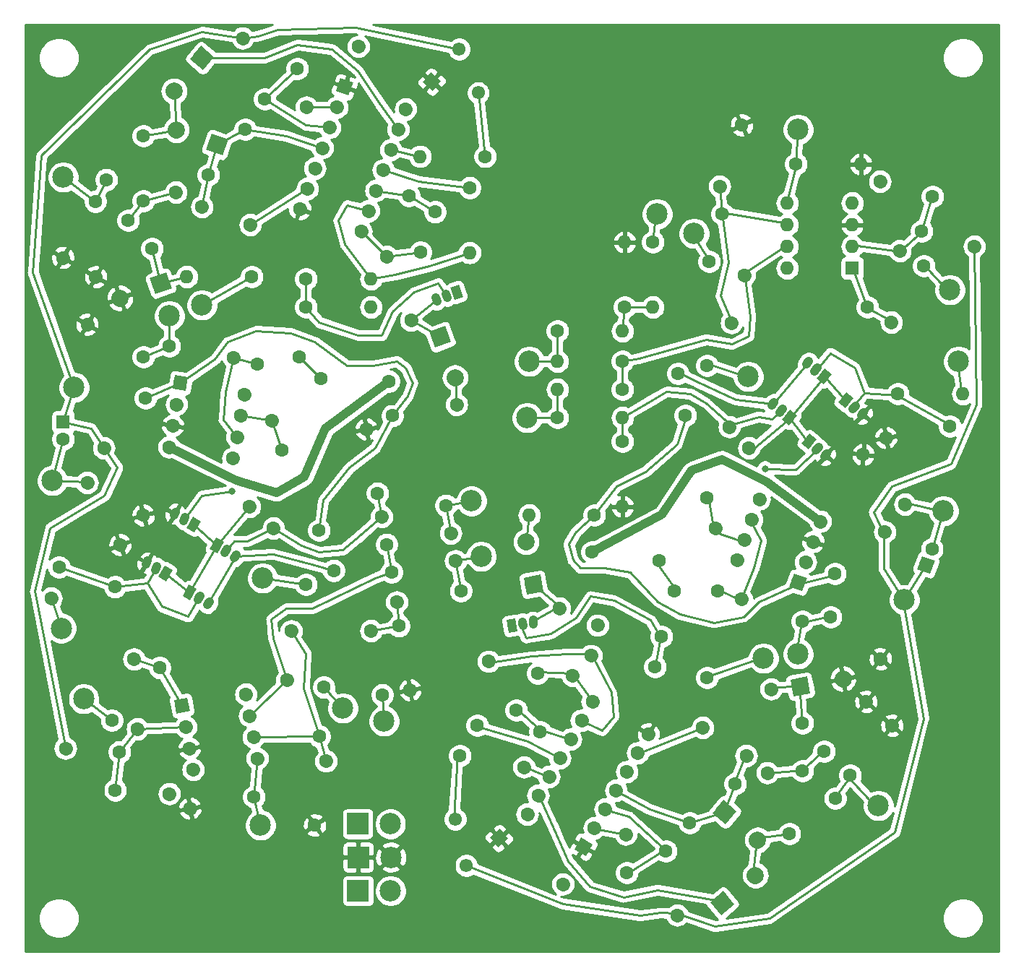
<source format=gbr>
G04 #@! TF.GenerationSoftware,KiCad,Pcbnew,(5.1.2-1)-1*
G04 #@! TF.CreationDate,2021-04-04T19:34:17-04:00*
G04 #@! TF.ProjectId,Dual Universal Slope Generator - CGS,4475616c-2055-46e6-9976-657273616c20,rev?*
G04 #@! TF.SameCoordinates,Original*
G04 #@! TF.FileFunction,Copper,L2,Bot*
G04 #@! TF.FilePolarity,Positive*
%FSLAX46Y46*%
G04 Gerber Fmt 4.6, Leading zero omitted, Abs format (unit mm)*
G04 Created by KiCad (PCBNEW (5.1.2-1)-1) date 2021-04-04 19:34:17*
%MOMM*%
%LPD*%
G04 APERTURE LIST*
%ADD10C,2.499360*%
%ADD11R,2.499360X2.499360*%
%ADD12C,1.600000*%
%ADD13R,1.600000X1.600000*%
%ADD14C,1.600000*%
%ADD15C,0.100000*%
%ADD16C,2.000000*%
%ADD17C,2.000000*%
%ADD18C,1.050000*%
%ADD19C,1.050000*%
%ADD20O,1.600000X1.600000*%
%ADD21C,1.550000*%
%ADD22C,0.800000*%
%ADD23C,0.250000*%
%ADD24C,0.500000*%
%ADD25C,1.000000*%
%ADD26C,0.254000*%
G04 APERTURE END LIST*
D10*
X55626000Y-114376200D03*
D11*
X51816000Y-114376200D03*
D10*
X55651400Y-110439200D03*
D11*
X51841400Y-110439200D03*
D10*
X55600600Y-106527600D03*
D11*
X51790600Y-106527600D03*
D12*
X17272000Y-61436000D03*
D13*
X17272000Y-59436000D03*
D12*
X20070886Y-66548000D03*
D14*
X20070886Y-66548000D02*
X20070886Y-66548000D01*
D12*
X26670000Y-70358000D03*
X26670000Y-33528000D03*
X22339873Y-31028000D03*
X40033961Y-52684241D03*
X44958000Y-51816000D03*
X59123730Y-39518989D03*
X60833831Y-34820526D03*
X48954101Y-76834463D03*
X47244000Y-72136000D03*
X107716222Y-103543938D03*
X103886000Y-100330000D03*
X88900000Y-79248000D03*
X93900000Y-79248000D03*
X70358000Y-93218000D03*
X72858000Y-88887873D03*
X90170000Y-58674000D03*
X89301759Y-53749961D03*
X118364000Y-76200000D03*
D15*
G36*
X118842138Y-77225370D02*
G01*
X117338630Y-76678138D01*
X117885862Y-75174630D01*
X119389370Y-75721862D01*
X118842138Y-77225370D01*
X118842138Y-77225370D01*
G37*
D12*
X119048040Y-74320615D03*
D16*
X33528000Y-16764000D03*
D15*
G36*
X33404743Y-15355168D02*
G01*
X34936832Y-16640743D01*
X33651257Y-18172832D01*
X32119168Y-16887257D01*
X33404743Y-15355168D01*
X33404743Y-15355168D01*
G37*
D16*
X30262639Y-20655506D03*
D17*
X30262639Y-20655506D02*
X30262639Y-20655506D01*
D16*
X30532361Y-25186538D03*
D17*
X30532361Y-25186538D02*
X30532361Y-25186538D01*
D16*
X35306000Y-26924000D03*
D15*
G36*
X36587713Y-26326328D02*
G01*
X35903672Y-28205713D01*
X34024287Y-27521672D01*
X34708328Y-25642287D01*
X36587713Y-26326328D01*
X36587713Y-26326328D01*
G37*
D16*
X61446079Y-49462373D03*
D15*
G36*
X60164366Y-48864701D02*
G01*
X62043751Y-48180660D01*
X62727792Y-50060045D01*
X60848407Y-50744086D01*
X60164366Y-48864701D01*
X60164366Y-48864701D01*
G37*
D16*
X63183541Y-54236012D03*
D17*
X63183541Y-54236012D02*
X63183541Y-54236012D01*
D16*
X28702000Y-43180000D03*
D15*
G36*
X29299672Y-41898287D02*
G01*
X29983713Y-43777672D01*
X28104328Y-44461713D01*
X27420287Y-42582328D01*
X29299672Y-41898287D01*
X29299672Y-41898287D01*
G37*
D16*
X23928361Y-44917462D03*
D17*
X23928361Y-44917462D02*
X23928361Y-44917462D01*
D16*
X98633506Y-108421361D03*
D17*
X98633506Y-108421361D02*
X98633506Y-108421361D01*
D16*
X94742000Y-105156000D03*
D15*
G36*
X93333168Y-105279257D02*
G01*
X94618743Y-103747168D01*
X96150832Y-105032743D01*
X94865257Y-106564832D01*
X93333168Y-105279257D01*
X93333168Y-105279257D01*
G37*
D16*
X94488000Y-115824000D03*
D15*
G36*
X94364743Y-117232832D02*
G01*
X93079168Y-115700743D01*
X94611257Y-114415168D01*
X95896832Y-115947257D01*
X94364743Y-117232832D01*
X94364743Y-117232832D01*
G37*
D16*
X98379506Y-112558639D03*
D17*
X98379506Y-112558639D02*
X98379506Y-112558639D01*
D16*
X71507867Y-73483177D03*
D17*
X71507867Y-73483177D02*
X71507867Y-73483177D01*
D16*
X72390000Y-78486000D03*
D15*
G36*
X73548456Y-79297160D02*
G01*
X71578840Y-79644456D01*
X71231544Y-77674840D01*
X73201160Y-77327544D01*
X73548456Y-79297160D01*
X73548456Y-79297160D01*
G37*
D16*
X108634823Y-89541867D03*
D17*
X108634823Y-89541867D02*
X108634823Y-89541867D01*
D16*
X103632000Y-90424000D03*
D15*
G36*
X102820840Y-91582456D02*
G01*
X102473544Y-89612840D01*
X104443160Y-89265544D01*
X104790456Y-91235160D01*
X102820840Y-91582456D01*
X102820840Y-91582456D01*
G37*
D10*
X50038000Y-92964000D03*
X17272000Y-30734000D03*
X29718000Y-46990000D03*
X17031350Y-83619400D03*
X18542000Y-55372000D03*
X16002000Y-66294000D03*
X33528000Y-45720000D03*
X19678133Y-91870823D03*
X91186000Y-37338000D03*
X112776000Y-104394000D03*
X103378000Y-86614000D03*
X122174000Y-52324000D03*
X115824000Y-80264000D03*
X120396000Y-69850000D03*
X99314000Y-87122000D03*
X121158000Y-43942000D03*
X40386000Y-106680000D03*
X40640000Y-77724000D03*
X54864000Y-94488000D03*
X65092431Y-68679136D03*
X66239204Y-75182807D03*
X103378000Y-25146000D03*
X97536000Y-54102000D03*
X86868000Y-35052000D03*
X71628000Y-58928000D03*
X71882000Y-52324000D03*
D18*
X32554493Y-71464526D03*
D15*
G36*
X33384156Y-71077507D02*
G01*
X32634156Y-72376545D01*
X31724830Y-71851545D01*
X32474830Y-70552507D01*
X33384156Y-71077507D01*
X33384156Y-71077507D01*
G37*
D18*
X30354788Y-70194526D03*
D19*
X30242288Y-70389382D02*
X30467288Y-69999670D01*
D18*
X31454641Y-70829526D03*
D19*
X31342141Y-71024382D02*
X31567141Y-70634670D01*
D18*
X28152641Y-76548759D03*
D19*
X28040141Y-76743615D02*
X28265141Y-76353903D01*
D18*
X27052788Y-75913759D03*
D19*
X26940288Y-76108615D02*
X27165288Y-75718903D01*
D18*
X29252493Y-77183759D03*
D15*
G36*
X30082156Y-76796740D02*
G01*
X29332156Y-78095778D01*
X28422830Y-77570778D01*
X29172830Y-76271740D01*
X30082156Y-76796740D01*
X30082156Y-76796740D01*
G37*
D18*
X62166196Y-44658884D03*
D19*
X62243151Y-44870315D02*
X62089241Y-44447453D01*
D18*
X60972787Y-45093249D03*
D19*
X61049742Y-45304680D02*
X60895832Y-44881818D01*
D18*
X63359606Y-44224518D03*
D15*
G36*
X63596430Y-43340188D02*
G01*
X64109460Y-44749727D01*
X63122782Y-45108848D01*
X62609752Y-43699309D01*
X63596430Y-43340188D01*
X63596430Y-43340188D01*
G37*
D18*
X35253079Y-73902439D03*
D15*
G36*
X34423416Y-74289458D02*
G01*
X35173416Y-72990420D01*
X36082742Y-73515420D01*
X35332742Y-74814458D01*
X34423416Y-74289458D01*
X34423416Y-74289458D01*
G37*
D18*
X37452784Y-75172439D03*
D19*
X37565284Y-74977583D02*
X37340284Y-75367295D01*
D18*
X36352931Y-74537439D03*
D19*
X36465431Y-74342583D02*
X36240431Y-74732295D01*
D18*
X33177931Y-80036700D03*
D19*
X33290431Y-79841844D02*
X33065431Y-80231556D01*
D18*
X34277784Y-80671700D03*
D19*
X34390284Y-80476844D02*
X34165284Y-80866556D01*
D18*
X32078079Y-79401700D03*
D15*
G36*
X31248416Y-79788719D02*
G01*
X31998416Y-78489681D01*
X32907742Y-79014681D01*
X32157742Y-80313719D01*
X31248416Y-79788719D01*
X31248416Y-79788719D01*
G37*
D18*
X105620876Y-62538340D03*
D19*
X105765503Y-62365980D02*
X105476249Y-62710700D01*
D18*
X106593753Y-63354681D03*
D19*
X106738380Y-63182321D02*
X106449126Y-63527041D01*
D18*
X104648000Y-61722000D03*
D15*
G36*
X103763736Y-61959070D02*
G01*
X104727917Y-60810003D01*
X105532264Y-61484930D01*
X104568083Y-62633997D01*
X103763736Y-61959070D01*
X103763736Y-61959070D01*
G37*
D18*
X108966000Y-56896000D03*
D15*
G36*
X108081736Y-57133070D02*
G01*
X109045917Y-55984003D01*
X109850264Y-56658930D01*
X108886083Y-57807997D01*
X108081736Y-57133070D01*
X108081736Y-57133070D01*
G37*
D18*
X110911753Y-58528681D03*
D19*
X111056380Y-58356321D02*
X110767126Y-58701041D01*
D18*
X109938876Y-57712340D03*
D19*
X110083503Y-57539980D02*
X109794249Y-57884700D01*
D18*
X69850000Y-83312000D03*
D15*
G36*
X69463212Y-84141771D02*
G01*
X69202740Y-82664559D01*
X70236788Y-82482229D01*
X70497260Y-83959441D01*
X69463212Y-84141771D01*
X69463212Y-84141771D01*
G37*
D18*
X72351412Y-82870934D03*
D19*
X72312341Y-82649352D02*
X72390483Y-83092516D01*
D18*
X71100706Y-83091467D03*
D19*
X71061635Y-82869885D02*
X71139777Y-83313049D01*
D18*
X101389124Y-58111660D03*
D19*
X101244497Y-58284020D02*
X101533751Y-57939300D01*
D18*
X100416247Y-57295319D03*
D19*
X100271620Y-57467679D02*
X100560874Y-57122959D01*
D18*
X102362000Y-58928000D03*
D15*
G36*
X103246264Y-58690930D02*
G01*
X102282083Y-59839997D01*
X101477736Y-59165070D01*
X102441917Y-58016003D01*
X103246264Y-58690930D01*
X103246264Y-58690930D01*
G37*
D18*
X106426000Y-54102000D03*
D15*
G36*
X107310264Y-53864930D02*
G01*
X106346083Y-55013997D01*
X105541736Y-54339070D01*
X106505917Y-53190003D01*
X107310264Y-53864930D01*
X107310264Y-53864930D01*
G37*
D18*
X104480247Y-52469319D03*
D19*
X104335620Y-52641679D02*
X104624874Y-52296959D01*
D18*
X105453124Y-53285660D03*
D19*
X105308497Y-53458020D02*
X105597751Y-53113300D01*
D12*
X26670000Y-51816000D03*
X20070886Y-48006000D03*
D14*
X20070886Y-48006000D02*
X20070886Y-48006000D01*
D12*
X21041752Y-33568245D03*
X17231752Y-40167359D03*
D14*
X17231752Y-40167359D02*
X17231752Y-40167359D01*
D12*
X37222235Y-51869199D03*
D14*
X37222235Y-51869199D02*
X37222235Y-51869199D01*
D12*
X29718000Y-50546000D03*
X48059199Y-99175765D03*
D14*
X48059199Y-99175765D02*
X48059199Y-99175765D01*
D12*
X46736000Y-106680000D03*
X47811154Y-90521070D03*
X44001154Y-83921956D03*
D14*
X44001154Y-83921956D02*
X44001154Y-83921956D01*
D12*
X39624000Y-103378000D03*
X32119765Y-104701199D03*
D14*
X32119765Y-104701199D02*
X32119765Y-104701199D01*
D12*
X45720000Y-78486000D03*
X41910000Y-71886886D03*
D14*
X41910000Y-71886886D02*
X41910000Y-71886886D01*
D12*
X21082000Y-42413114D03*
D14*
X21082000Y-42413114D02*
X21082000Y-42413114D01*
D12*
X24892000Y-35814000D03*
X47280653Y-96288815D03*
X43470653Y-89689701D03*
D14*
X43470653Y-89689701D02*
X43470653Y-89689701D01*
D12*
X26670000Y-25908000D03*
X30480000Y-32507114D03*
D14*
X30480000Y-32507114D02*
X30480000Y-32507114D01*
D12*
X47498000Y-54356000D03*
X41660741Y-59254042D03*
D14*
X41660741Y-59254042D02*
X41660741Y-59254042D01*
D12*
X42926000Y-62738000D03*
X39116000Y-69337114D03*
D14*
X39116000Y-69337114D02*
X39116000Y-69337114D01*
D12*
X55159888Y-73783450D03*
X62664123Y-72460251D03*
D14*
X62664123Y-72460251D02*
X62664123Y-72460251D01*
D12*
X63237510Y-75712087D03*
D14*
X63237510Y-75712087D02*
X63237510Y-75712087D01*
D12*
X55733275Y-77035286D03*
X54657163Y-91410543D03*
X53333964Y-83906308D03*
D14*
X53333964Y-83906308D02*
X53333964Y-83906308D01*
D12*
X57908998Y-90837157D03*
D14*
X57908998Y-90837157D02*
X57908998Y-90837157D01*
D12*
X56585799Y-83332922D03*
X54586502Y-70531615D03*
D14*
X54586502Y-70531615D02*
X54586502Y-70531615D01*
D12*
X62090737Y-69208416D03*
X63855003Y-79214063D03*
X56350768Y-80537262D03*
D14*
X56350768Y-80537262D02*
X56350768Y-80537262D01*
D12*
X63357773Y-57378677D03*
D14*
X63357773Y-57378677D02*
X63357773Y-57378677D01*
D12*
X55853538Y-58701876D03*
X52778130Y-60275827D03*
D14*
X52778130Y-60275827D02*
X52778130Y-60275827D01*
D12*
X54101329Y-67780062D03*
D20*
X53340000Y-42672000D03*
D12*
X45720000Y-42672000D03*
X45720000Y-45974000D03*
D20*
X53340000Y-45974000D03*
X64889429Y-39595931D03*
D12*
X64889429Y-31975931D03*
X55397973Y-54655511D03*
X58004166Y-47495053D03*
D14*
X58004166Y-47495053D02*
X58004166Y-47495053D01*
D12*
X57752905Y-32888257D03*
X55146712Y-40048715D03*
D14*
X55146712Y-40048715D02*
X55146712Y-40048715D01*
D12*
X23353995Y-78764257D03*
X15849760Y-80087456D03*
D14*
X15849760Y-80087456D02*
X15849760Y-80087456D01*
D12*
X23940251Y-73828916D03*
D14*
X23940251Y-73828916D02*
X23940251Y-73828916D01*
D12*
X16779793Y-76435109D03*
D20*
X59096636Y-28312055D03*
D12*
X66716636Y-28312055D03*
X38287807Y-14429542D03*
D14*
X38287807Y-14429542D02*
X38287807Y-14429542D01*
D12*
X40894000Y-21590000D03*
X22025958Y-62479259D03*
D14*
X22025958Y-62479259D02*
X22025958Y-62479259D01*
D12*
X26924000Y-56642000D03*
X44704000Y-18034000D03*
X51864458Y-15427807D03*
D14*
X51864458Y-15427807D02*
X51864458Y-15427807D01*
D12*
X23870706Y-98095355D03*
X29707965Y-102993397D03*
D14*
X29707965Y-102993397D02*
X29707965Y-102993397D01*
D12*
X17532554Y-97670246D03*
D14*
X17532554Y-97670246D02*
X17532554Y-97670246D01*
D12*
X23369813Y-102568288D03*
X38608000Y-25146000D03*
X45768458Y-22539807D03*
D14*
X45768458Y-22539807D02*
X45768458Y-22539807D01*
D12*
X39188042Y-36317259D03*
D14*
X39188042Y-36317259D02*
X39188042Y-36317259D01*
D12*
X34290000Y-30480000D03*
X25974310Y-95398206D03*
D14*
X25974310Y-95398206D02*
X25974310Y-95398206D01*
D12*
X28580503Y-88237748D03*
X27686000Y-39116000D03*
X33523259Y-34217958D03*
D14*
X33523259Y-34217958D02*
X33523259Y-34217958D01*
D20*
X31750000Y-42418000D03*
D12*
X39370000Y-42418000D03*
X22958965Y-94387344D03*
X25565158Y-87226886D03*
D14*
X25565158Y-87226886D02*
X25565158Y-87226886D01*
D12*
X113025259Y-87194042D03*
D14*
X113025259Y-87194042D02*
X113025259Y-87194042D01*
D12*
X107188000Y-82296000D03*
X114372042Y-95000741D03*
D14*
X114372042Y-95000741D02*
X114372042Y-95000741D01*
D12*
X109474000Y-100838000D03*
X103886000Y-82804000D03*
X96725542Y-80197807D03*
D14*
X96725542Y-80197807D02*
X96725542Y-80197807D01*
D12*
X94167807Y-31798458D03*
D14*
X94167807Y-31798458D02*
X94167807Y-31798458D01*
D12*
X96774000Y-24638000D03*
X92964000Y-40640000D03*
X95570193Y-47800458D03*
D14*
X95570193Y-47800458D02*
X95570193Y-47800458D01*
D12*
X103124000Y-29210000D03*
D20*
X110744000Y-29210000D03*
D12*
X95316193Y-59992458D03*
D14*
X95316193Y-59992458D02*
X95316193Y-59992458D01*
D12*
X92710000Y-52832000D03*
X106426000Y-98044000D03*
X111324042Y-92206741D03*
D14*
X111324042Y-92206741D02*
X111324042Y-92206741D01*
D12*
X94488000Y-35052000D03*
X97094193Y-42212458D03*
D14*
X97094193Y-42212458D02*
X97094193Y-42212458D01*
D12*
X99755807Y-100535542D03*
D14*
X99755807Y-100535542D02*
X99755807Y-100535542D01*
D12*
X102362000Y-107696000D03*
X93721114Y-71882000D03*
D14*
X93721114Y-71882000D02*
X93721114Y-71882000D01*
D12*
X87122000Y-75692000D03*
X97608042Y-62488741D03*
D14*
X97608042Y-62488741D02*
X97608042Y-62488741D01*
D12*
X92710000Y-68326000D03*
D20*
X75184000Y-55626000D03*
D12*
X82804000Y-55626000D03*
X82804000Y-52324000D03*
D20*
X75184000Y-52324000D03*
D12*
X86360000Y-38354000D03*
D20*
X86360000Y-45974000D03*
X83058000Y-38354000D03*
D12*
X83058000Y-45974000D03*
X75184000Y-58928000D03*
D20*
X82804000Y-58928000D03*
X82804000Y-48768000D03*
D12*
X75184000Y-48768000D03*
X79502000Y-70358000D03*
D20*
X71882000Y-70358000D03*
D12*
X82804000Y-61722000D03*
D20*
X82804000Y-69342000D03*
D12*
X86614000Y-88138000D03*
X79109765Y-86814801D03*
D14*
X79109765Y-86814801D02*
X79109765Y-86814801D01*
D12*
X79871765Y-83258801D03*
D14*
X79871765Y-83258801D02*
X79871765Y-83258801D01*
D12*
X87376000Y-84582000D03*
X65786000Y-94996000D03*
X67109199Y-87491765D03*
D14*
X67109199Y-87491765D02*
X67109199Y-87491765D01*
D12*
X75438000Y-81275114D03*
D14*
X75438000Y-81275114D02*
X75438000Y-81275114D01*
D12*
X79248000Y-74676000D03*
X73152000Y-95758000D03*
X76962000Y-89158886D03*
D14*
X76962000Y-89158886D02*
X76962000Y-89158886D01*
D20*
X122682000Y-56134000D03*
D12*
X115062000Y-56134000D03*
X121158000Y-59944000D03*
X113653765Y-61267199D03*
D14*
X113653765Y-61267199D02*
X113653765Y-61267199D01*
D12*
X71258235Y-99875199D03*
D14*
X71258235Y-99875199D02*
X71258235Y-99875199D01*
D12*
X63754000Y-98552000D03*
X89207199Y-117232235D03*
D14*
X89207199Y-117232235D02*
X89207199Y-117232235D01*
D12*
X87884000Y-109728000D03*
X113533259Y-72317958D03*
D14*
X113533259Y-72317958D02*
X113533259Y-72317958D01*
D12*
X107696000Y-77216000D03*
X75807765Y-113591199D03*
D14*
X75807765Y-113591199D02*
X75807765Y-113591199D01*
D12*
X83312000Y-112268000D03*
X110998000Y-63246000D03*
X115896042Y-69083259D03*
D14*
X115896042Y-69083259D02*
X115896042Y-69083259D01*
D12*
X112957958Y-31246741D03*
D14*
X112957958Y-31246741D02*
X112957958Y-31246741D01*
D12*
X117856000Y-37084000D03*
X124024042Y-38857259D03*
D14*
X124024042Y-38857259D02*
X124024042Y-38857259D01*
D12*
X119126000Y-33020000D03*
X90678000Y-106426000D03*
X83173765Y-107749199D03*
D14*
X83173765Y-107749199D02*
X83173765Y-107749199D01*
D12*
X96012000Y-101854000D03*
X92202000Y-95254886D03*
D14*
X92202000Y-95254886D02*
X92202000Y-95254886D01*
D12*
X111506000Y-45974000D03*
X115316000Y-39374886D03*
D14*
X115316000Y-39374886D02*
X115316000Y-39374886D01*
D12*
X97286886Y-98552000D03*
D14*
X97286886Y-98552000D02*
X97286886Y-98552000D01*
D12*
X103886000Y-94742000D03*
X92710000Y-89408000D03*
X100214235Y-90731199D03*
D14*
X100214235Y-90731199D02*
X100214235Y-90731199D01*
D12*
X114300000Y-47747114D03*
D14*
X114300000Y-47747114D02*
X114300000Y-47747114D01*
D12*
X118110000Y-41148000D03*
D21*
X63665938Y-15727778D03*
X60452000Y-19558000D03*
D15*
G36*
X60547524Y-20649845D02*
G01*
X59360155Y-19653524D01*
X60356476Y-18466155D01*
X61543845Y-19462476D01*
X60547524Y-20649845D01*
X60547524Y-20649845D01*
G37*
D21*
X65889191Y-20856827D03*
X63196951Y-105980747D03*
X68326000Y-108204000D03*
D15*
G36*
X68421524Y-107112155D02*
G01*
X69417845Y-108299524D01*
X68230476Y-109295845D01*
X67234155Y-108108476D01*
X68421524Y-107112155D01*
X68421524Y-107112155D01*
G37*
D21*
X64495778Y-111417938D03*
D12*
X30988000Y-54864000D03*
D15*
G36*
X30061235Y-55512928D02*
G01*
X30339072Y-53937235D01*
X31914765Y-54215072D01*
X31636928Y-55790765D01*
X30061235Y-55512928D01*
X30061235Y-55512928D01*
G37*
D12*
X37169036Y-63691434D03*
D14*
X37169036Y-63691434D02*
X37169036Y-63691434D01*
D12*
X30546934Y-57365412D03*
D14*
X30546934Y-57365412D02*
X30546934Y-57365412D01*
D12*
X37610102Y-61190022D03*
D14*
X37610102Y-61190022D02*
X37610102Y-61190022D01*
D12*
X30105867Y-59866823D03*
D14*
X30105867Y-59866823D02*
X30105867Y-59866823D01*
D12*
X38051169Y-58688611D03*
D14*
X38051169Y-58688611D02*
X38051169Y-58688611D01*
D12*
X29664801Y-62368235D03*
D14*
X29664801Y-62368235D02*
X29664801Y-62368235D01*
D12*
X38492235Y-56187199D03*
D14*
X38492235Y-56187199D02*
X38492235Y-56187199D01*
D12*
X31169517Y-92681684D03*
D15*
G36*
X30520589Y-93608449D02*
G01*
X30242752Y-92032756D01*
X31818445Y-91754919D01*
X32096282Y-93330612D01*
X30520589Y-93608449D01*
X30520589Y-93608449D01*
G37*
D12*
X39996951Y-98862720D03*
D14*
X39996951Y-98862720D02*
X39996951Y-98862720D01*
D12*
X31610583Y-95183096D03*
D14*
X31610583Y-95183096D02*
X31610583Y-95183096D01*
D12*
X39555885Y-96361308D03*
D14*
X39555885Y-96361308D02*
X39555885Y-96361308D01*
D12*
X32051650Y-97684507D03*
D14*
X32051650Y-97684507D02*
X32051650Y-97684507D01*
D12*
X39114818Y-93859897D03*
D14*
X39114818Y-93859897D02*
X39114818Y-93859897D01*
D12*
X32492716Y-100185919D03*
D14*
X32492716Y-100185919D02*
X32492716Y-100185919D01*
D12*
X38673752Y-91358485D03*
D14*
X38673752Y-91358485D02*
X38673752Y-91358485D01*
D12*
X50226524Y-20147735D03*
D15*
G36*
X49201154Y-20625873D02*
G01*
X49748386Y-19122365D01*
X51251894Y-19669597D01*
X50704662Y-21173105D01*
X49201154Y-20625873D01*
X49201154Y-20625873D01*
G37*
D12*
X52174595Y-37074844D03*
D14*
X52174595Y-37074844D02*
X52174595Y-37074844D01*
D12*
X49357793Y-22534554D03*
D14*
X49357793Y-22534554D02*
X49357793Y-22534554D01*
D12*
X53043326Y-34688025D03*
D14*
X53043326Y-34688025D02*
X53043326Y-34688025D01*
D12*
X48489062Y-24921374D03*
D14*
X48489062Y-24921374D02*
X48489062Y-24921374D01*
D12*
X53912057Y-32301206D03*
D14*
X53912057Y-32301206D02*
X53912057Y-32301206D01*
D12*
X47620331Y-27308193D03*
D14*
X47620331Y-27308193D02*
X47620331Y-27308193D01*
D12*
X54780788Y-29914386D03*
D14*
X54780788Y-29914386D02*
X54780788Y-29914386D01*
D12*
X46751599Y-29695012D03*
D14*
X46751599Y-29695012D02*
X46751599Y-29695012D01*
D12*
X55649519Y-27527567D03*
D14*
X55649519Y-27527567D02*
X55649519Y-27527567D01*
D12*
X45882868Y-32081831D03*
D14*
X45882868Y-32081831D02*
X45882868Y-32081831D01*
D12*
X56518251Y-25140748D03*
D14*
X56518251Y-25140748D02*
X56518251Y-25140748D01*
D12*
X45014137Y-34468651D03*
D14*
X45014137Y-34468651D02*
X45014137Y-34468651D01*
D12*
X57386982Y-22753928D03*
D14*
X57386982Y-22753928D02*
X57386982Y-22753928D01*
D12*
X96217542Y-75625807D03*
D14*
X96217542Y-75625807D02*
X96217542Y-75625807D01*
D12*
X105984193Y-71071542D03*
D14*
X105984193Y-71071542D02*
X105984193Y-71071542D01*
D12*
X97086273Y-73238987D03*
D14*
X97086273Y-73238987D02*
X97086273Y-73238987D01*
D12*
X105115462Y-73458361D03*
D14*
X105115462Y-73458361D02*
X105115462Y-73458361D01*
D12*
X97955005Y-70852168D03*
D14*
X97955005Y-70852168D02*
X97955005Y-70852168D01*
D12*
X104246731Y-75845181D03*
D14*
X104246731Y-75845181D02*
X104246731Y-75845181D01*
D12*
X98823736Y-68465349D03*
D14*
X98823736Y-68465349D02*
X98823736Y-68465349D01*
D12*
X103378000Y-78232000D03*
D15*
G36*
X104403370Y-77753862D02*
G01*
X103856138Y-79257370D01*
X102352630Y-78710138D01*
X102899862Y-77206630D01*
X104403370Y-77753862D01*
X104403370Y-77753862D01*
G37*
D20*
X102108000Y-41402000D03*
X109728000Y-33782000D03*
X102108000Y-38862000D03*
X109728000Y-36322000D03*
X102108000Y-36322000D03*
X109728000Y-38862000D03*
X102108000Y-33782000D03*
D13*
X109728000Y-41402000D03*
D12*
X71632886Y-105410000D03*
D14*
X71632886Y-105410000D02*
X71632886Y-105410000D01*
D12*
X85852000Y-96021773D03*
D14*
X85852000Y-96021773D02*
X85852000Y-96021773D01*
D12*
X72902886Y-103210295D03*
D14*
X72902886Y-103210295D02*
X72902886Y-103210295D01*
D12*
X84582000Y-98221477D03*
D14*
X84582000Y-98221477D02*
X84582000Y-98221477D01*
D12*
X74172886Y-101010591D03*
D14*
X74172886Y-101010591D02*
X74172886Y-101010591D01*
D12*
X83312000Y-100421182D03*
D14*
X83312000Y-100421182D02*
X83312000Y-100421182D01*
D12*
X75442886Y-98810886D03*
D14*
X75442886Y-98810886D02*
X75442886Y-98810886D01*
D12*
X82042000Y-102620886D03*
D14*
X82042000Y-102620886D02*
X82042000Y-102620886D01*
D12*
X76712886Y-96611182D03*
D14*
X76712886Y-96611182D02*
X76712886Y-96611182D01*
D12*
X80772000Y-104820591D03*
D14*
X80772000Y-104820591D02*
X80772000Y-104820591D01*
D12*
X77982886Y-94411477D03*
D14*
X77982886Y-94411477D02*
X77982886Y-94411477D01*
D12*
X79502000Y-107020295D03*
D14*
X79502000Y-107020295D02*
X79502000Y-107020295D01*
D12*
X79252886Y-92211773D03*
D14*
X79252886Y-92211773D02*
X79252886Y-92211773D01*
D12*
X78232000Y-109220000D03*
D15*
G36*
X79324820Y-108927180D02*
G01*
X78524820Y-110312820D01*
X77139180Y-109512820D01*
X77939180Y-108127180D01*
X79324820Y-108927180D01*
X79324820Y-108927180D01*
G37*
D22*
X37084000Y-67564000D03*
X99492997Y-64896422D03*
D23*
X26670000Y-33528000D02*
X24892000Y-35814000D01*
X26670000Y-33528000D02*
X30480000Y-32507114D01*
X17272000Y-30734000D02*
X21041752Y-33568245D01*
X22339873Y-31028000D02*
X21041752Y-33568245D01*
X37222235Y-51869199D02*
X40033961Y-52684241D01*
X37610102Y-61190022D02*
X36068000Y-59182000D01*
X36068000Y-59182000D02*
X36322000Y-55880000D01*
X36322000Y-55880000D02*
X37222235Y-51869199D01*
X47498000Y-54356000D02*
X44958000Y-51816000D01*
X55146712Y-40048715D02*
X52174595Y-37074844D01*
X59123730Y-39518989D02*
X55146712Y-40048715D01*
X60833831Y-34820526D02*
X57752905Y-32888257D01*
X57752905Y-32888257D02*
X53912057Y-32301206D01*
X37452785Y-75172438D02*
X34277785Y-80671700D01*
X37452784Y-75172439D02*
X41910000Y-74930000D01*
X41910000Y-74930000D02*
X46736000Y-76200000D01*
X46736000Y-76200000D02*
X48954101Y-76834463D01*
X26924000Y-56642000D02*
X30988000Y-54864000D01*
X55853538Y-58701876D02*
X53848000Y-62484000D01*
X53848000Y-62484000D02*
X50800000Y-64770000D01*
X50800000Y-64770000D02*
X47752000Y-68580000D01*
X47752000Y-68580000D02*
X47244000Y-72136000D01*
X30988000Y-54864000D02*
X35052000Y-52070000D01*
X35052000Y-52070000D02*
X36576000Y-50038000D01*
X36576000Y-50038000D02*
X39878000Y-48768000D01*
X39878000Y-48768000D02*
X43942000Y-49022000D01*
X43942000Y-49022000D02*
X46736000Y-50038000D01*
X46736000Y-50038000D02*
X50546000Y-52832000D01*
X50546000Y-52832000D02*
X53594000Y-52832000D01*
X53594000Y-52832000D02*
X56388000Y-52324000D01*
X56388000Y-52324000D02*
X57404000Y-53086000D01*
X58185538Y-54844462D02*
X57646102Y-56376102D01*
X57646102Y-56376102D02*
X55853538Y-58701876D01*
X57404000Y-53086000D02*
X58185538Y-54844462D01*
X63665938Y-15727778D02*
X51562000Y-13208000D01*
X51562000Y-13208000D02*
X42418000Y-13462000D01*
X42418000Y-13462000D02*
X40065807Y-14175542D01*
X40065807Y-14175542D02*
X38287807Y-14429542D01*
X17532554Y-97670246D02*
X13970000Y-79248000D01*
X13970000Y-79248000D02*
X15748000Y-71882000D01*
X15748000Y-71882000D02*
X22098000Y-68072000D01*
X22098000Y-68072000D02*
X23622000Y-64770000D01*
X23622000Y-64770000D02*
X22025958Y-62479259D01*
X18542000Y-55372000D02*
X13716000Y-41910000D01*
X13716000Y-41910000D02*
X14732000Y-28194000D01*
X14732000Y-28194000D02*
X27432000Y-15748000D01*
X27432000Y-15748000D02*
X33528000Y-13716000D01*
X33528000Y-13716000D02*
X38287807Y-14429542D01*
X17272000Y-59436000D02*
X18542000Y-55372000D01*
X17272000Y-59436000D02*
X20574000Y-60198000D01*
X20574000Y-60198000D02*
X22025958Y-62479259D01*
X20070741Y-66475958D02*
X16002000Y-66294000D01*
X17272000Y-61436000D02*
X16002000Y-66294000D01*
X112608546Y-104607208D02*
X109388222Y-101161413D01*
X107668717Y-103437650D02*
X109388222Y-101161413D01*
X103838493Y-100223712D02*
X105986442Y-98281185D01*
X103838493Y-100223712D02*
X99909100Y-100567488D01*
X86943665Y-76095388D02*
X89004008Y-79037870D01*
X96631487Y-80328781D02*
X94004007Y-79037870D01*
X99038041Y-73327508D02*
X98214513Y-76535236D01*
X97868058Y-71082210D02*
X99038041Y-73327508D01*
X98214513Y-76535236D02*
X96631487Y-80328781D01*
X73116716Y-95456246D02*
X76797274Y-96701335D01*
X70418132Y-93018334D02*
X73116716Y-95456246D01*
X76926719Y-88857134D02*
X79337275Y-92301922D01*
X72918133Y-88688207D02*
X76926719Y-88857134D01*
X107602059Y-77416755D02*
X103291052Y-78462040D01*
X89519402Y-81965849D02*
X86944274Y-80480110D01*
X98803620Y-80507888D02*
X96949922Y-82244374D01*
X103291052Y-78462040D02*
X98803620Y-80507888D01*
X86944274Y-80480110D02*
X83677330Y-77066955D01*
X96949922Y-82244374D02*
X93477554Y-82921696D01*
X85500200Y-65266217D02*
X89163491Y-62043379D01*
X82101547Y-66988207D02*
X85500200Y-65266217D01*
X93477554Y-82921696D02*
X89519402Y-81965849D01*
X77300520Y-72343779D02*
X79469719Y-70364615D01*
X76967621Y-75625936D02*
X76503314Y-73758476D01*
X77835869Y-76552789D02*
X76967621Y-75625936D01*
X80675630Y-76537678D02*
X77835869Y-76552789D01*
X76503314Y-73758476D02*
X77300520Y-72343779D01*
X79469719Y-70364615D02*
X82101547Y-66988207D01*
X89163491Y-62043379D02*
X90281267Y-58629615D01*
X83677330Y-77066955D02*
X80675630Y-76537678D01*
X100451004Y-57339534D02*
X96019406Y-56804302D01*
X91487255Y-54715570D02*
X89413025Y-53705575D01*
X100451003Y-57339536D02*
X104532706Y-52475150D01*
X96019406Y-56804302D02*
X91487255Y-54715570D01*
X113439316Y-72518713D02*
X113413908Y-76636118D01*
X114339537Y-66998428D02*
X112265307Y-69985625D01*
X115636183Y-80122984D02*
X113413908Y-76636118D01*
X118051212Y-94218489D02*
X114668888Y-107549684D01*
X75796127Y-115912552D02*
X84845319Y-117250252D01*
X115636183Y-80122984D02*
X118051212Y-94218489D01*
X84845319Y-117250252D02*
X87285684Y-116956006D01*
X124284747Y-57403633D02*
X121254669Y-64348980D01*
X121254669Y-64348980D02*
X114339537Y-66998428D01*
X112265307Y-69985625D02*
X113439316Y-72518713D01*
X100000607Y-117601273D02*
X93644364Y-118543843D01*
X93644364Y-118543843D02*
X89080779Y-117014607D01*
X87285684Y-116956006D02*
X89080779Y-117014607D01*
X114668888Y-107549684D02*
X100000607Y-117601273D01*
X64313630Y-111329226D02*
X75796127Y-115912552D01*
X123975306Y-38642629D02*
X124284747Y-57403633D01*
X118364000Y-76200000D02*
X115824000Y-80264000D01*
X116058849Y-68922255D02*
X120034178Y-69807981D01*
X119048040Y-74320615D02*
X120396000Y-69850000D01*
X33528000Y-16764000D02*
X40894000Y-16764000D01*
X40894000Y-16764000D02*
X44704000Y-15240000D01*
X44704000Y-15240000D02*
X48768000Y-15748000D01*
X48768000Y-15748000D02*
X51816000Y-18288000D01*
X51816000Y-18288000D02*
X54356000Y-22098000D01*
X54356000Y-22098000D02*
X56518251Y-25140748D01*
X26670000Y-25908000D02*
X30532361Y-25186538D01*
X30262639Y-20655506D02*
X30532361Y-25186538D01*
X34290000Y-30480000D02*
X35306000Y-26924000D01*
X33523259Y-34217958D02*
X34290000Y-30480000D01*
X47620331Y-27308193D02*
X43434000Y-25908000D01*
X43434000Y-25908000D02*
X38608000Y-25146000D01*
X35306000Y-26924000D02*
X38608000Y-25146000D01*
X60972787Y-45093249D02*
X58004166Y-47495053D01*
X61446079Y-49462373D02*
X58004166Y-47495053D01*
X63183541Y-54236012D02*
X63357773Y-57378677D01*
X31750000Y-42418000D02*
X28702000Y-43180000D01*
X27686000Y-39116000D02*
X28702000Y-43180000D01*
X98065151Y-112276787D02*
X98586332Y-107767754D01*
X98633409Y-108204000D02*
X102362000Y-107696000D01*
X82126390Y-102711039D02*
X86005980Y-104816906D01*
X86005980Y-104816906D02*
X90626337Y-106405359D01*
X97209164Y-98354180D02*
X95804979Y-101902204D01*
X90678000Y-106426000D02*
X94742000Y-105156000D01*
X96012000Y-101854000D02*
X94742000Y-105156000D01*
X94173646Y-115542150D02*
X86919550Y-114263055D01*
X82902791Y-115102308D02*
X78988750Y-113896313D01*
X86919550Y-114263055D02*
X82902791Y-115102308D01*
X78988750Y-113896313D02*
X76428119Y-110865625D01*
X76428119Y-110865625D02*
X74588309Y-106672440D01*
X74588309Y-106672440D02*
X72987277Y-103300445D01*
X71475585Y-73489790D02*
X71849718Y-70364612D01*
X72065128Y-82877545D02*
X75405718Y-81027729D01*
X72357717Y-78492617D02*
X75405718Y-81027729D01*
X103808273Y-94544176D02*
X103513416Y-90365494D01*
X100379402Y-90586635D02*
X103513416Y-90365494D01*
X50038000Y-92964000D02*
X47811154Y-90521070D01*
X29718000Y-46990000D02*
X29718000Y-50546000D01*
X29718000Y-50546000D02*
X26670000Y-51816000D01*
X17031350Y-83619400D02*
X15849759Y-80087456D01*
X33528000Y-45720000D02*
X39370000Y-42418000D01*
X19678133Y-91870823D02*
X22958965Y-94387344D01*
X91146462Y-37632869D02*
X92915265Y-40425369D01*
X103174449Y-86436948D02*
X103791944Y-82934973D01*
X103791944Y-82934973D02*
X107014172Y-82213543D01*
X122028991Y-52567044D02*
X122579317Y-56250514D01*
X99201800Y-87026055D02*
X92875170Y-89263436D01*
X120855266Y-43981372D02*
X118061264Y-40933370D01*
X39624000Y-103378000D02*
X39996951Y-98862720D01*
X40386000Y-106680000D02*
X39624000Y-103378000D01*
X40640000Y-77724000D02*
X45720000Y-78486000D01*
X54864000Y-94488000D02*
X54657163Y-91410543D01*
X62664123Y-72460251D02*
X62090737Y-69208416D01*
X65092431Y-68679136D02*
X62090737Y-69208416D01*
X66239204Y-75182807D02*
X63237510Y-75712087D01*
X63237510Y-75712087D02*
X63855003Y-79214063D01*
X103210622Y-29185451D02*
X102059267Y-33567373D01*
X103378000Y-25146000D02*
X103124000Y-29210000D01*
X97755285Y-54273283D02*
X92884782Y-52640726D01*
X86658418Y-35293993D02*
X86327717Y-38360615D01*
X75151717Y-55632613D02*
X75151718Y-58934611D01*
X72103717Y-58934615D02*
X75151718Y-58934611D01*
X72103716Y-52330614D02*
X75151715Y-52330614D01*
X75151715Y-52330614D02*
X75151717Y-48774616D01*
X35253079Y-73902439D02*
X32078079Y-79401700D01*
X32078079Y-79401700D02*
X29252493Y-77183759D01*
X35253079Y-73902439D02*
X32554493Y-71464526D01*
X35253079Y-73902439D02*
X39116000Y-69337114D01*
X53333964Y-83906308D02*
X56585799Y-83332922D01*
X56585799Y-83332922D02*
X56350768Y-80537262D01*
X31454641Y-70829526D02*
X33528000Y-68072000D01*
X33528000Y-68072000D02*
X37084000Y-67564000D01*
X37084000Y-67564000D02*
X37084000Y-67564000D01*
X23353995Y-78764257D02*
X27136641Y-78308523D01*
X27136641Y-78308523D02*
X28152641Y-76548759D01*
X33177932Y-80036700D02*
X31907931Y-82236404D01*
X31907931Y-82236404D02*
X28794315Y-81025346D01*
X28794315Y-81025346D02*
X27136641Y-78308523D01*
X16779793Y-76435109D02*
X23353995Y-78764257D01*
X45720000Y-42672000D02*
X45720000Y-45974000D01*
X62166196Y-44658884D02*
X61214000Y-43180000D01*
X61214000Y-43180000D02*
X58420000Y-44196000D01*
X58420000Y-44196000D02*
X55880000Y-46482000D01*
X55880000Y-46482000D02*
X54610000Y-49276000D01*
X54610000Y-49276000D02*
X51816000Y-49276000D01*
X51816000Y-49276000D02*
X47244000Y-47752000D01*
X47244000Y-47752000D02*
X45720000Y-45974000D01*
X54586502Y-70531615D02*
X54101329Y-67780062D01*
X41910000Y-71886886D02*
X38862000Y-73406000D01*
X38862000Y-73406000D02*
X37338000Y-73406000D01*
X37338000Y-73406000D02*
X36352931Y-74537439D01*
X41910000Y-71886886D02*
X45212000Y-73914000D01*
X45212000Y-73914000D02*
X47244000Y-74676000D01*
X47244000Y-74676000D02*
X50038000Y-74422000D01*
X50038000Y-74422000D02*
X51562000Y-73152000D01*
X51562000Y-73152000D02*
X54586502Y-70531615D01*
X83025717Y-45980613D02*
X82771717Y-48774616D01*
X86327715Y-45980616D02*
X83025717Y-45980613D01*
X99492997Y-64896422D02*
X99492997Y-64896422D01*
X105603883Y-62658033D02*
X103083186Y-65013632D01*
X103083186Y-65013632D02*
X99492997Y-64896422D01*
X102396758Y-58972214D02*
X106478459Y-54107830D01*
X102396758Y-58972214D02*
X97799765Y-62797390D01*
X102396758Y-58972214D02*
X104631008Y-61841696D01*
X106478459Y-54107830D02*
X108875976Y-56782735D01*
X109994278Y-53079069D02*
X111154995Y-56042472D01*
X121029188Y-59685873D02*
X114959316Y-56250509D01*
X105505585Y-53291493D02*
X107138267Y-51345740D01*
X107138267Y-51345740D02*
X109994278Y-53079069D01*
X111154995Y-56042472D02*
X109848852Y-57599076D01*
X114959316Y-56250509D02*
X111154995Y-56042472D01*
X79057575Y-79863230D02*
X81809129Y-80348401D01*
X74423326Y-84204452D02*
X77321699Y-82394247D01*
X71495349Y-84719839D02*
X74423326Y-84204452D01*
X70814420Y-83098080D02*
X71495349Y-84719839D01*
X77321699Y-82394247D02*
X79057575Y-79863230D01*
X86047032Y-82643165D02*
X87239130Y-84658797D01*
X81809129Y-80348401D02*
X86047032Y-82643165D01*
X86665746Y-87910631D02*
X87239130Y-84658797D01*
X90722334Y-56128203D02*
X87926676Y-55893171D01*
X86205295Y-56879237D02*
X82771718Y-58934615D01*
X95490973Y-59801182D02*
X98756458Y-58834428D01*
X98756458Y-58834428D02*
X100257307Y-59099066D01*
X100257307Y-59099066D02*
X101423885Y-58155872D01*
X95490973Y-59801182D02*
X92591143Y-57231480D01*
X92591143Y-57231480D02*
X90722334Y-56128203D01*
X87926676Y-55893171D02*
X86205295Y-56879237D01*
X82771718Y-58934615D02*
X82771720Y-61728617D01*
X39555885Y-96361308D02*
X47280653Y-96288815D01*
X48059199Y-99175765D02*
X47280653Y-96288815D01*
X47280653Y-96288815D02*
X45466000Y-90678000D01*
X45466000Y-90678000D02*
X45720000Y-86614000D01*
X45720000Y-86614000D02*
X44001154Y-83921956D01*
X39114818Y-93859897D02*
X43470653Y-89689701D01*
X55159888Y-73783450D02*
X55733275Y-77035286D01*
X43470653Y-89689701D02*
X41910000Y-84836000D01*
X41910000Y-84836000D02*
X41656000Y-82550000D01*
X41656000Y-82550000D02*
X43434000Y-81280000D01*
X43434000Y-81280000D02*
X46482000Y-81280000D01*
X46482000Y-81280000D02*
X53848000Y-77724000D01*
X53848000Y-77724000D02*
X55733275Y-77035286D01*
X42926000Y-62738000D02*
X41660741Y-59254042D01*
X38051169Y-58688611D02*
X41660741Y-59254042D01*
X53340000Y-42672000D02*
X50292000Y-38608000D01*
X50292000Y-38608000D02*
X49530000Y-35814000D01*
X49530000Y-35814000D02*
X50546000Y-34036000D01*
X50546000Y-34036000D02*
X53043326Y-34688025D01*
X64889429Y-39595931D02*
X60198000Y-41148000D01*
X60198000Y-41148000D02*
X56134000Y-42164000D01*
X56134000Y-42164000D02*
X53340000Y-42672000D01*
X64889429Y-31975931D02*
X58928000Y-31242000D01*
X58928000Y-31242000D02*
X54780788Y-29914386D01*
D24*
X79215720Y-74428610D02*
X87457832Y-70253933D01*
X98717074Y-65697074D02*
X99066425Y-65852880D01*
X94475432Y-63805354D02*
X98717074Y-65697074D01*
D25*
X29664801Y-62368235D02*
X37592000Y-66294000D01*
X37592000Y-66294000D02*
X42311425Y-67711425D01*
X42311425Y-67711425D02*
X45532261Y-65852261D01*
X45532261Y-65852261D02*
X48006000Y-60198000D01*
X48006000Y-60198000D02*
X55397973Y-54655511D01*
X79248000Y-74676000D02*
X87457832Y-70253933D01*
X90875839Y-65115132D02*
X87457832Y-70253933D01*
X94475432Y-63805354D02*
X90875839Y-65115132D01*
X94475432Y-63805354D02*
X99695397Y-66420603D01*
D24*
X99695397Y-66420603D02*
X98717074Y-65697074D01*
D25*
X105984193Y-71071542D02*
X99695397Y-66420603D01*
D23*
X55649519Y-27527567D02*
X59096636Y-28312055D01*
X66716636Y-28312055D02*
X65889191Y-20856827D01*
X40894000Y-21590000D02*
X44704000Y-18034000D01*
X48489062Y-24921374D02*
X45720000Y-24638000D01*
X45720000Y-24638000D02*
X40894000Y-21590000D01*
X25974310Y-95398206D02*
X31610583Y-95183096D01*
X25974310Y-95398206D02*
X23870706Y-98095355D01*
X23870706Y-98095355D02*
X23369813Y-102568288D01*
X45768458Y-22539807D02*
X49357793Y-22534554D01*
X39188042Y-36317259D02*
X45882868Y-32081831D01*
X25565158Y-87226886D02*
X28580503Y-88237748D01*
X28580503Y-88237748D02*
X31169517Y-92681684D01*
X102059262Y-36107372D02*
X94439269Y-34837370D01*
X94439269Y-34837370D02*
X95252040Y-40678059D01*
X94173858Y-31859086D02*
X94439269Y-34837370D01*
X94296196Y-44636210D02*
X95521458Y-47585828D01*
X95252040Y-40678059D02*
X94296196Y-44636210D01*
X97739565Y-47048793D02*
X97592744Y-49344171D01*
X92619531Y-49756857D02*
X84747940Y-51979737D01*
X97045458Y-41997826D02*
X97739565Y-47048793D01*
X102059265Y-38647370D02*
X97045458Y-41997826D01*
X97592744Y-49344171D02*
X95621228Y-50286136D01*
X82771717Y-55632614D02*
X82771719Y-52330616D01*
X84747940Y-51979737D02*
X82771719Y-52330616D01*
X95621228Y-50286136D02*
X92619531Y-49756857D01*
X92901722Y-68634651D02*
X93542777Y-72285390D01*
X96999322Y-73469027D02*
X93542777Y-72285390D01*
X81457499Y-91118970D02*
X81722748Y-94002843D01*
X81722748Y-94002843D02*
X80413440Y-95577403D01*
X79161511Y-86587432D02*
X81457499Y-91118970D01*
X67253387Y-87611233D02*
X72143059Y-86897400D01*
X76321746Y-86602544D02*
X79161511Y-86587432D01*
X80413440Y-95577403D02*
X78067277Y-94501631D01*
X72143059Y-86897400D02*
X76321746Y-86602544D01*
X65930190Y-95115464D02*
X71673605Y-96873438D01*
X71673605Y-96873438D02*
X75527274Y-98901038D01*
X74257276Y-101100745D02*
X70998754Y-99729586D01*
X63494517Y-98406391D02*
X63014807Y-105892043D01*
X87757580Y-109510374D02*
X83387964Y-112350752D01*
X80856389Y-104910742D02*
X83534174Y-105670654D01*
X83534174Y-105670654D02*
X87757580Y-109510374D01*
X117807265Y-37123370D02*
X119077264Y-32805371D01*
X115267263Y-39414259D02*
X117807265Y-37123370D01*
X115267263Y-39414259D02*
X109679265Y-38647371D01*
X83122105Y-107728555D02*
X79586388Y-107110447D01*
X91994980Y-95303091D02*
X84666388Y-98311629D01*
X111457264Y-46013372D02*
X109679265Y-41187369D01*
X114251263Y-47532484D02*
X111457264Y-46013372D01*
D26*
G36*
X39900798Y-13431399D02*
G01*
X39385450Y-13505020D01*
X39307415Y-13409934D01*
X39088908Y-13230610D01*
X38839615Y-13097360D01*
X38569116Y-13015306D01*
X38358299Y-12994542D01*
X38217315Y-12994542D01*
X38006498Y-13015306D01*
X37735999Y-13097360D01*
X37486706Y-13230610D01*
X37268199Y-13409934D01*
X37196388Y-13497436D01*
X33648302Y-12965543D01*
X33582136Y-12954244D01*
X33536889Y-12955476D01*
X33491703Y-12953187D01*
X33462252Y-12957509D01*
X33432484Y-12958320D01*
X33388355Y-12968354D01*
X33343582Y-12974925D01*
X33280351Y-12997440D01*
X27205126Y-15022515D01*
X27146894Y-15039539D01*
X27101031Y-15063461D01*
X27053804Y-15084547D01*
X27034801Y-15098006D01*
X27014158Y-15108774D01*
X26973848Y-15141179D01*
X26931637Y-15171077D01*
X26889943Y-15215107D01*
X14244120Y-27608014D01*
X14233365Y-27615584D01*
X14190734Y-27660333D01*
X14173391Y-27677329D01*
X14165001Y-27687344D01*
X14130102Y-27723977D01*
X14117023Y-27744616D01*
X14101344Y-27763333D01*
X14077058Y-27807684D01*
X14049970Y-27850432D01*
X14041170Y-27873225D01*
X14029442Y-27894643D01*
X14014273Y-27942891D01*
X13996049Y-27990092D01*
X13991864Y-28014164D01*
X13984541Y-28037457D01*
X13979077Y-28087725D01*
X13976834Y-28100627D01*
X13975036Y-28124895D01*
X13968363Y-28186287D01*
X13969519Y-28199379D01*
X12960119Y-41826290D01*
X12953220Y-41872991D01*
X12956459Y-41938109D01*
X12958038Y-42003248D01*
X12960172Y-42012766D01*
X12960657Y-42022513D01*
X12976530Y-42085717D01*
X12990793Y-42149328D01*
X13009913Y-42192497D01*
X17244340Y-54004321D01*
X17078074Y-54170587D01*
X16871818Y-54479269D01*
X16729747Y-54822259D01*
X16657320Y-55186375D01*
X16657320Y-55557625D01*
X16729747Y-55921741D01*
X16871818Y-56264731D01*
X17078074Y-56573413D01*
X17300732Y-56796071D01*
X16925153Y-57997928D01*
X16472000Y-57997928D01*
X16347518Y-58010188D01*
X16227820Y-58046498D01*
X16117506Y-58105463D01*
X16020815Y-58184815D01*
X15941463Y-58281506D01*
X15882498Y-58391820D01*
X15846188Y-58511518D01*
X15833928Y-58636000D01*
X15833928Y-60236000D01*
X15846188Y-60360482D01*
X15882498Y-60480180D01*
X15941463Y-60590494D01*
X16020815Y-60687185D01*
X16037393Y-60700790D01*
X16000320Y-60756273D01*
X15892147Y-61017426D01*
X15837000Y-61294665D01*
X15837000Y-61577335D01*
X15892147Y-61854574D01*
X16000320Y-62115727D01*
X16157363Y-62350759D01*
X16228676Y-62422072D01*
X15703280Y-64431816D01*
X15452259Y-64481747D01*
X15109269Y-64623818D01*
X14800587Y-64830074D01*
X14538074Y-65092587D01*
X14331818Y-65401269D01*
X14189747Y-65744259D01*
X14117320Y-66108375D01*
X14117320Y-66479625D01*
X14189747Y-66843741D01*
X14331818Y-67186731D01*
X14538074Y-67495413D01*
X14800587Y-67757926D01*
X15109269Y-67964182D01*
X15452259Y-68106253D01*
X15816375Y-68178680D01*
X16187625Y-68178680D01*
X16551741Y-68106253D01*
X16894731Y-67964182D01*
X17203413Y-67757926D01*
X17465926Y-67495413D01*
X17672182Y-67186731D01*
X17695476Y-67130493D01*
X18781055Y-67179041D01*
X18871954Y-67349101D01*
X19051278Y-67567608D01*
X19269785Y-67746932D01*
X19519078Y-67880182D01*
X19789577Y-67962236D01*
X20000394Y-67983000D01*
X20141378Y-67983000D01*
X20352195Y-67962236D01*
X20622694Y-67880182D01*
X20871987Y-67746932D01*
X21090494Y-67567608D01*
X21269818Y-67349101D01*
X21403068Y-67099808D01*
X21485122Y-66829309D01*
X21512829Y-66548000D01*
X21485122Y-66266691D01*
X21403068Y-65996192D01*
X21269818Y-65746899D01*
X21090494Y-65528392D01*
X20871987Y-65349068D01*
X20622694Y-65215818D01*
X20352195Y-65133764D01*
X20141378Y-65113000D01*
X20000394Y-65113000D01*
X19789577Y-65133764D01*
X19519078Y-65215818D01*
X19269785Y-65349068D01*
X19051278Y-65528392D01*
X18939489Y-65664608D01*
X17759400Y-65611833D01*
X17672182Y-65401269D01*
X17465926Y-65092587D01*
X17203413Y-64830074D01*
X17175178Y-64811208D01*
X17697571Y-62812955D01*
X17951727Y-62707680D01*
X18186759Y-62550637D01*
X18386637Y-62350759D01*
X18543680Y-62115727D01*
X18651853Y-61854574D01*
X18707000Y-61577335D01*
X18707000Y-61294665D01*
X18651853Y-61017426D01*
X18543680Y-60756273D01*
X18506607Y-60700790D01*
X18523185Y-60687185D01*
X18602537Y-60590494D01*
X18634643Y-60530430D01*
X20099921Y-60868571D01*
X20730335Y-61859053D01*
X20693776Y-61927451D01*
X20611722Y-62197950D01*
X20584015Y-62479259D01*
X20611722Y-62760568D01*
X20693776Y-63031067D01*
X20827026Y-63280360D01*
X21006350Y-63498867D01*
X21224857Y-63678191D01*
X21474150Y-63811441D01*
X21744649Y-63893495D01*
X21955466Y-63914259D01*
X22096450Y-63914259D01*
X22099301Y-63913978D01*
X22749400Y-64847042D01*
X21506116Y-67540826D01*
X15386346Y-71212689D01*
X15349780Y-71230369D01*
X15292465Y-71273645D01*
X15234887Y-71316388D01*
X15232793Y-71318700D01*
X15230305Y-71320579D01*
X15182557Y-71374178D01*
X15134400Y-71427360D01*
X15132799Y-71430033D01*
X15130724Y-71432363D01*
X15094332Y-71494280D01*
X15057495Y-71555803D01*
X15056447Y-71558737D01*
X15054865Y-71561428D01*
X15031238Y-71629294D01*
X15007125Y-71696782D01*
X15001187Y-71736943D01*
X13236835Y-79046400D01*
X13221801Y-79095028D01*
X13215448Y-79156195D01*
X13206950Y-79217081D01*
X13207726Y-79230529D01*
X13206334Y-79243934D01*
X13212035Y-79305148D01*
X13215579Y-79366538D01*
X13228374Y-79415816D01*
X16554675Y-96616392D01*
X16512946Y-96650638D01*
X16333622Y-96869145D01*
X16200372Y-97118438D01*
X16118318Y-97388937D01*
X16090611Y-97670246D01*
X16118318Y-97951555D01*
X16200372Y-98222054D01*
X16333622Y-98471347D01*
X16512946Y-98689854D01*
X16731453Y-98869178D01*
X16980746Y-99002428D01*
X17251245Y-99084482D01*
X17462062Y-99105246D01*
X17603046Y-99105246D01*
X17813863Y-99084482D01*
X18084362Y-99002428D01*
X18333655Y-98869178D01*
X18552162Y-98689854D01*
X18731486Y-98471347D01*
X18864736Y-98222054D01*
X18946790Y-97951555D01*
X18974497Y-97670246D01*
X18946790Y-97388937D01*
X18864736Y-97118438D01*
X18731486Y-96869145D01*
X18552162Y-96650638D01*
X18333655Y-96471314D01*
X18084362Y-96338064D01*
X18046809Y-96326673D01*
X17149226Y-91685198D01*
X17793453Y-91685198D01*
X17793453Y-92056448D01*
X17865880Y-92420564D01*
X18007951Y-92763554D01*
X18214207Y-93072236D01*
X18476720Y-93334749D01*
X18785402Y-93541005D01*
X19128392Y-93683076D01*
X19492508Y-93755503D01*
X19863758Y-93755503D01*
X20227874Y-93683076D01*
X20570864Y-93541005D01*
X20590094Y-93528156D01*
X21524231Y-94244674D01*
X21523965Y-94246009D01*
X21523965Y-94528679D01*
X21579112Y-94805918D01*
X21687285Y-95067071D01*
X21844328Y-95302103D01*
X22044206Y-95501981D01*
X22279238Y-95659024D01*
X22540391Y-95767197D01*
X22817630Y-95822344D01*
X23100300Y-95822344D01*
X23377539Y-95767197D01*
X23638692Y-95659024D01*
X23873724Y-95501981D01*
X24073602Y-95302103D01*
X24230645Y-95067071D01*
X24338818Y-94805918D01*
X24393965Y-94528679D01*
X24393965Y-94246009D01*
X24338818Y-93968770D01*
X24230645Y-93707617D01*
X24073602Y-93472585D01*
X23873724Y-93272707D01*
X23638692Y-93115664D01*
X23377539Y-93007491D01*
X23100300Y-92952344D01*
X22817630Y-92952344D01*
X22540391Y-93007491D01*
X22454917Y-93042895D01*
X21510664Y-92318618D01*
X21562813Y-92056448D01*
X21562813Y-91685198D01*
X21490386Y-91321082D01*
X21348315Y-90978092D01*
X21142059Y-90669410D01*
X20879546Y-90406897D01*
X20570864Y-90200641D01*
X20227874Y-90058570D01*
X19863758Y-89986143D01*
X19492508Y-89986143D01*
X19128392Y-90058570D01*
X18785402Y-90200641D01*
X18476720Y-90406897D01*
X18214207Y-90669410D01*
X18007951Y-90978092D01*
X17865880Y-91321082D01*
X17793453Y-91685198D01*
X17149226Y-91685198D01*
X15878855Y-85116012D01*
X16138619Y-85289582D01*
X16481609Y-85431653D01*
X16845725Y-85504080D01*
X17216975Y-85504080D01*
X17581091Y-85431653D01*
X17924081Y-85289582D01*
X18232763Y-85083326D01*
X18495276Y-84820813D01*
X18701532Y-84512131D01*
X18843603Y-84169141D01*
X18916030Y-83805025D01*
X18916030Y-83433775D01*
X18843603Y-83069659D01*
X18701532Y-82726669D01*
X18495276Y-82417987D01*
X18232763Y-82155474D01*
X17924081Y-81949218D01*
X17581091Y-81807147D01*
X17216975Y-81734720D01*
X17202243Y-81734720D01*
X16956674Y-81000681D01*
X17048692Y-80888557D01*
X17181942Y-80639264D01*
X17263996Y-80368765D01*
X17291703Y-80087456D01*
X17263996Y-79806147D01*
X17181942Y-79535648D01*
X17048692Y-79286355D01*
X16869368Y-79067848D01*
X16650861Y-78888524D01*
X16401568Y-78755274D01*
X16131069Y-78673220D01*
X15920252Y-78652456D01*
X15779268Y-78652456D01*
X15568451Y-78673220D01*
X15297952Y-78755274D01*
X15048659Y-78888524D01*
X14830152Y-79067848D01*
X14780794Y-79127991D01*
X15368236Y-76694301D01*
X15399940Y-76853683D01*
X15508113Y-77114836D01*
X15665156Y-77349868D01*
X15865034Y-77549746D01*
X16100066Y-77706789D01*
X16361219Y-77814962D01*
X16638458Y-77870109D01*
X16921128Y-77870109D01*
X17198367Y-77814962D01*
X17459520Y-77706789D01*
X17679162Y-77560030D01*
X21952496Y-79074012D01*
X21974142Y-79182831D01*
X22082315Y-79443984D01*
X22239358Y-79679016D01*
X22439236Y-79878894D01*
X22674268Y-80035937D01*
X22935421Y-80144110D01*
X23212660Y-80199257D01*
X23495330Y-80199257D01*
X23772569Y-80144110D01*
X24033722Y-80035937D01*
X24268754Y-79878894D01*
X24468632Y-79679016D01*
X24625675Y-79443984D01*
X24655078Y-79372998D01*
X26742392Y-79121517D01*
X28138591Y-81409800D01*
X28168719Y-81463331D01*
X28201865Y-81501974D01*
X28232531Y-81542648D01*
X28250509Y-81558686D01*
X28266186Y-81576963D01*
X28306235Y-81608398D01*
X28344246Y-81642307D01*
X28365007Y-81654529D01*
X28383949Y-81669397D01*
X28429363Y-81692416D01*
X28473257Y-81718256D01*
X28531299Y-81738508D01*
X31613142Y-82937209D01*
X31662455Y-82959552D01*
X31719179Y-82972779D01*
X31775269Y-82988470D01*
X31791952Y-82989747D01*
X31808251Y-82993548D01*
X31866468Y-82995453D01*
X31924539Y-82999900D01*
X31941155Y-82997898D01*
X31957877Y-82998445D01*
X32015341Y-82988958D01*
X32073171Y-82981989D01*
X32089073Y-82976785D01*
X32105584Y-82974059D01*
X32160097Y-82953541D01*
X32215452Y-82935426D01*
X32230036Y-82927218D01*
X32245696Y-82921324D01*
X32295159Y-82890566D01*
X32345916Y-82862000D01*
X32358615Y-82851107D01*
X32372827Y-82842270D01*
X32415341Y-82802451D01*
X32459548Y-82764533D01*
X32469880Y-82751370D01*
X32482093Y-82739931D01*
X32516015Y-82692592D01*
X32551982Y-82646770D01*
X32576463Y-82598471D01*
X33202257Y-81514567D01*
X33240543Y-81576136D01*
X33396743Y-81742909D01*
X33582479Y-81876005D01*
X33790612Y-81970309D01*
X34013142Y-82022195D01*
X34241519Y-82029672D01*
X34466967Y-81992450D01*
X34680821Y-81911961D01*
X34874864Y-81791297D01*
X35041637Y-81635097D01*
X35141384Y-81495900D01*
X35423363Y-81007498D01*
X35494037Y-80851518D01*
X35545923Y-80628987D01*
X35553399Y-80400610D01*
X35516178Y-80175162D01*
X35486918Y-80097420D01*
X36964382Y-77538375D01*
X38755320Y-77538375D01*
X38755320Y-77909625D01*
X38827747Y-78273741D01*
X38969818Y-78616731D01*
X39176074Y-78925413D01*
X39438587Y-79187926D01*
X39747269Y-79394182D01*
X40090259Y-79536253D01*
X40454375Y-79608680D01*
X40825625Y-79608680D01*
X41189741Y-79536253D01*
X41532731Y-79394182D01*
X41841413Y-79187926D01*
X42103926Y-78925413D01*
X42233480Y-78731524D01*
X44403281Y-79056994D01*
X44448320Y-79165727D01*
X44605363Y-79400759D01*
X44805241Y-79600637D01*
X45040273Y-79757680D01*
X45301426Y-79865853D01*
X45578665Y-79921000D01*
X45861335Y-79921000D01*
X46138574Y-79865853D01*
X46399727Y-79757680D01*
X46634759Y-79600637D01*
X46834637Y-79400759D01*
X46991680Y-79165727D01*
X47099853Y-78904574D01*
X47155000Y-78627335D01*
X47155000Y-78344665D01*
X47099853Y-78067426D01*
X46991680Y-77806273D01*
X46834637Y-77571241D01*
X46634759Y-77371363D01*
X46399727Y-77214320D01*
X46138574Y-77106147D01*
X45861335Y-77051000D01*
X45578665Y-77051000D01*
X45301426Y-77106147D01*
X45040273Y-77214320D01*
X44805241Y-77371363D01*
X44623571Y-77553033D01*
X42463135Y-77228968D01*
X42452253Y-77174259D01*
X42310182Y-76831269D01*
X42103926Y-76522587D01*
X41841413Y-76260074D01*
X41532731Y-76053818D01*
X41189741Y-75911747D01*
X40825625Y-75839320D01*
X40454375Y-75839320D01*
X40090259Y-75911747D01*
X39747269Y-76053818D01*
X39438587Y-76260074D01*
X39176074Y-76522587D01*
X38969818Y-76831269D01*
X38827747Y-77174259D01*
X38755320Y-77538375D01*
X36964382Y-77538375D01*
X37560009Y-76506720D01*
X37641967Y-76493189D01*
X37855821Y-76412700D01*
X38049864Y-76292036D01*
X38216637Y-76135836D01*
X38316384Y-75996639D01*
X38381982Y-75883020D01*
X41832054Y-75695362D01*
X46534783Y-76932923D01*
X47569442Y-77228876D01*
X47574248Y-77253037D01*
X47682421Y-77514190D01*
X47839464Y-77749222D01*
X48039342Y-77949100D01*
X48274374Y-78106143D01*
X48535527Y-78214316D01*
X48812766Y-78269463D01*
X49095436Y-78269463D01*
X49372675Y-78214316D01*
X49633828Y-78106143D01*
X49868860Y-77949100D01*
X50068738Y-77749222D01*
X50225781Y-77514190D01*
X50333954Y-77253037D01*
X50389101Y-76975798D01*
X50389101Y-76693128D01*
X50333954Y-76415889D01*
X50225781Y-76154736D01*
X50068738Y-75919704D01*
X49868860Y-75719826D01*
X49633828Y-75562783D01*
X49372675Y-75454610D01*
X49095436Y-75399463D01*
X48812766Y-75399463D01*
X48535527Y-75454610D01*
X48274374Y-75562783D01*
X48039342Y-75719826D01*
X47990742Y-75768426D01*
X46973121Y-75477347D01*
X46965518Y-75474524D01*
X46937197Y-75467071D01*
X46909113Y-75459038D01*
X46901155Y-75457586D01*
X42169454Y-74212403D01*
X42163496Y-74209623D01*
X42097095Y-74193361D01*
X42067311Y-74185523D01*
X42060871Y-74184489D01*
X42018086Y-74174011D01*
X41987127Y-74172653D01*
X41956535Y-74167743D01*
X41912520Y-74169381D01*
X41906001Y-74169095D01*
X41875241Y-74170768D01*
X41806933Y-74173310D01*
X41800538Y-74174831D01*
X38542291Y-74352055D01*
X38490025Y-74268004D01*
X38394488Y-74166000D01*
X38851185Y-74166000D01*
X38915158Y-74167825D01*
X38962850Y-74159744D01*
X39010986Y-74155003D01*
X39036491Y-74147266D01*
X39062761Y-74142815D01*
X39107945Y-74125591D01*
X39154247Y-74111546D01*
X39210719Y-74081361D01*
X41156818Y-73111431D01*
X41358192Y-73219068D01*
X41628691Y-73301122D01*
X41839508Y-73321886D01*
X41980492Y-73321886D01*
X42191309Y-73301122D01*
X42461808Y-73219068D01*
X42550310Y-73171762D01*
X44781095Y-74541252D01*
X44809508Y-74563000D01*
X44844718Y-74580311D01*
X44846197Y-74581219D01*
X44878333Y-74596838D01*
X44910191Y-74612501D01*
X44911805Y-74613106D01*
X44947103Y-74630262D01*
X44981726Y-74639327D01*
X46962400Y-75382080D01*
X47016831Y-75405107D01*
X47069027Y-75415897D01*
X47120507Y-75429625D01*
X47142174Y-75431019D01*
X47163438Y-75435415D01*
X47216712Y-75435815D01*
X47269905Y-75439238D01*
X47328500Y-75431451D01*
X50075326Y-75181740D01*
X50118562Y-75181415D01*
X50186301Y-75167411D01*
X50254185Y-75154438D01*
X50259521Y-75152275D01*
X50265169Y-75151107D01*
X50328847Y-75124168D01*
X50392924Y-75098189D01*
X50397743Y-75095021D01*
X50403045Y-75092778D01*
X50460231Y-75053944D01*
X50518021Y-75015954D01*
X50548819Y-74985616D01*
X52025483Y-73755062D01*
X52031438Y-73750849D01*
X52054104Y-73731211D01*
X52077219Y-73711949D01*
X52082354Y-73706736D01*
X54164177Y-71903075D01*
X54305193Y-71945851D01*
X54516010Y-71966615D01*
X54656994Y-71966615D01*
X54867811Y-71945851D01*
X55138310Y-71863797D01*
X55387603Y-71730547D01*
X55606110Y-71551223D01*
X55785434Y-71332716D01*
X55918684Y-71083423D01*
X56000738Y-70812924D01*
X56028445Y-70531615D01*
X56000738Y-70250306D01*
X55918684Y-69979807D01*
X55785434Y-69730514D01*
X55606110Y-69512007D01*
X55387603Y-69332683D01*
X55138310Y-69199433D01*
X55122479Y-69194631D01*
X55099989Y-69067081D01*
X60655737Y-69067081D01*
X60655737Y-69349751D01*
X60710884Y-69626990D01*
X60819057Y-69888143D01*
X60976100Y-70123175D01*
X61175978Y-70323053D01*
X61411010Y-70480096D01*
X61553664Y-70539185D01*
X61704006Y-71391820D01*
X61644515Y-71440643D01*
X61465191Y-71659150D01*
X61331941Y-71908443D01*
X61249887Y-72178942D01*
X61222180Y-72460251D01*
X61249887Y-72741560D01*
X61331941Y-73012059D01*
X61465191Y-73261352D01*
X61644515Y-73479859D01*
X61863022Y-73659183D01*
X62112315Y-73792433D01*
X62382814Y-73874487D01*
X62593631Y-73895251D01*
X62734615Y-73895251D01*
X62945432Y-73874487D01*
X63215931Y-73792433D01*
X63465224Y-73659183D01*
X63683731Y-73479859D01*
X63863055Y-73261352D01*
X63996305Y-73012059D01*
X64078359Y-72741560D01*
X64106066Y-72460251D01*
X64078359Y-72178942D01*
X63996305Y-71908443D01*
X63863055Y-71659150D01*
X63683731Y-71440643D01*
X63465224Y-71261319D01*
X63215931Y-71128069D01*
X63200100Y-71123267D01*
X63050981Y-70277568D01*
X63205374Y-70123175D01*
X63362417Y-69888143D01*
X63421506Y-69745489D01*
X63525954Y-69727072D01*
X63628505Y-69880549D01*
X63891018Y-70143062D01*
X64199700Y-70349318D01*
X64542690Y-70491389D01*
X64906806Y-70563816D01*
X65278056Y-70563816D01*
X65642172Y-70491389D01*
X65985162Y-70349318D01*
X66293844Y-70143062D01*
X66556357Y-69880549D01*
X66762613Y-69571867D01*
X66904684Y-69228877D01*
X66977111Y-68864761D01*
X66977111Y-68493511D01*
X66904684Y-68129395D01*
X66762613Y-67786405D01*
X66556357Y-67477723D01*
X66293844Y-67215210D01*
X65985162Y-67008954D01*
X65642172Y-66866883D01*
X65278056Y-66794456D01*
X64906806Y-66794456D01*
X64542690Y-66866883D01*
X64199700Y-67008954D01*
X63891018Y-67215210D01*
X63628505Y-67477723D01*
X63422249Y-67786405D01*
X63280178Y-68129395D01*
X63260065Y-68230508D01*
X63159889Y-68248172D01*
X63005496Y-68093779D01*
X62770464Y-67936736D01*
X62509311Y-67828563D01*
X62232072Y-67773416D01*
X61949402Y-67773416D01*
X61672163Y-67828563D01*
X61411010Y-67936736D01*
X61175978Y-68093779D01*
X60976100Y-68293657D01*
X60819057Y-68528689D01*
X60710884Y-68789842D01*
X60655737Y-69067081D01*
X55099989Y-69067081D01*
X55061573Y-68849214D01*
X55215966Y-68694821D01*
X55373009Y-68459789D01*
X55481182Y-68198636D01*
X55536329Y-67921397D01*
X55536329Y-67638727D01*
X55481182Y-67361488D01*
X55373009Y-67100335D01*
X55215966Y-66865303D01*
X55016088Y-66665425D01*
X54781056Y-66508382D01*
X54519903Y-66400209D01*
X54242664Y-66345062D01*
X53959994Y-66345062D01*
X53682755Y-66400209D01*
X53421602Y-66508382D01*
X53186570Y-66665425D01*
X52986692Y-66865303D01*
X52829649Y-67100335D01*
X52721476Y-67361488D01*
X52666329Y-67638727D01*
X52666329Y-67921397D01*
X52721476Y-68198636D01*
X52829649Y-68459789D01*
X52986692Y-68694821D01*
X53186570Y-68894699D01*
X53421602Y-69051742D01*
X53564256Y-69110831D01*
X53626385Y-69463184D01*
X53566894Y-69512007D01*
X53387570Y-69730514D01*
X53254320Y-69979807D01*
X53172266Y-70250306D01*
X53144559Y-70531615D01*
X53166676Y-70756167D01*
X51069863Y-72572816D01*
X49733370Y-73686560D01*
X47348199Y-73903394D01*
X45547314Y-73228063D01*
X43351254Y-71879892D01*
X43324236Y-71605577D01*
X43242182Y-71335078D01*
X43108932Y-71085785D01*
X42929608Y-70867278D01*
X42711101Y-70687954D01*
X42461808Y-70554704D01*
X42191309Y-70472650D01*
X41980492Y-70451886D01*
X41839508Y-70451886D01*
X41628691Y-70472650D01*
X41358192Y-70554704D01*
X41108899Y-70687954D01*
X40890392Y-70867278D01*
X40711068Y-71085785D01*
X40577818Y-71335078D01*
X40495764Y-71605577D01*
X40481574Y-71749648D01*
X38683104Y-72646000D01*
X37349048Y-72646000D01*
X37312663Y-72644940D01*
X38908741Y-70758643D01*
X39045508Y-70772114D01*
X39186492Y-70772114D01*
X39397309Y-70751350D01*
X39667808Y-70669296D01*
X39917101Y-70536046D01*
X40135608Y-70356722D01*
X40314932Y-70138215D01*
X40448182Y-69888922D01*
X40530236Y-69618423D01*
X40557943Y-69337114D01*
X40530236Y-69055805D01*
X40448182Y-68785306D01*
X40314932Y-68536013D01*
X40135608Y-68317506D01*
X39992475Y-68200040D01*
X41947825Y-68787307D01*
X42016146Y-68813028D01*
X42109701Y-68828483D01*
X42202767Y-68846728D01*
X42219865Y-68846681D01*
X42236731Y-68849467D01*
X42331514Y-68846373D01*
X42426341Y-68846111D01*
X42443098Y-68842730D01*
X42460187Y-68842172D01*
X42552539Y-68820647D01*
X42645500Y-68801890D01*
X42661280Y-68795303D01*
X42677926Y-68791423D01*
X42764291Y-68752301D01*
X42851820Y-68715762D01*
X42912414Y-68675032D01*
X46073958Y-66850094D01*
X46147070Y-66812849D01*
X46214418Y-66759764D01*
X46284162Y-66709796D01*
X46302085Y-66690664D01*
X46322657Y-66674448D01*
X46378353Y-66609247D01*
X46437010Y-66546630D01*
X46450853Y-66524374D01*
X46467871Y-66504451D01*
X46509780Y-66429630D01*
X46555091Y-66356780D01*
X46584008Y-66279970D01*
X48926032Y-60926773D01*
X49013396Y-60861267D01*
X51467977Y-60861267D01*
X51607365Y-61105616D01*
X51791744Y-61318076D01*
X52014031Y-61490484D01*
X52265680Y-61616213D01*
X52537024Y-61690432D01*
X52676095Y-61707195D01*
X52873578Y-61548502D01*
X52675113Y-60422951D01*
X51548863Y-60621539D01*
X51467977Y-60861267D01*
X49013396Y-60861267D01*
X49930276Y-60173792D01*
X51346757Y-60173792D01*
X51504756Y-60371398D01*
X52631006Y-60172810D01*
X52432541Y-59047258D01*
X52302866Y-59003152D01*
X52682682Y-59003152D01*
X52881147Y-60128703D01*
X54007397Y-59930115D01*
X54088283Y-59690387D01*
X53948895Y-59446038D01*
X53764516Y-59233578D01*
X53542229Y-59061170D01*
X53290580Y-58935441D01*
X53019236Y-58861222D01*
X52880165Y-58844459D01*
X52682682Y-59003152D01*
X52302866Y-59003152D01*
X52192692Y-58965679D01*
X52067741Y-59028997D01*
X51838146Y-59191544D01*
X51644674Y-59395760D01*
X51494760Y-59633797D01*
X51394166Y-59896506D01*
X51346757Y-60173792D01*
X49930276Y-60173792D01*
X55376117Y-56090511D01*
X55539308Y-56090511D01*
X55816547Y-56035364D01*
X56077700Y-55927191D01*
X56312732Y-55770148D01*
X56512610Y-55570270D01*
X56669653Y-55335238D01*
X56777826Y-55074085D01*
X56832973Y-54796846D01*
X56832973Y-54514176D01*
X56777826Y-54236937D01*
X56669653Y-53975784D01*
X56512610Y-53740752D01*
X56312732Y-53540874D01*
X56077700Y-53383831D01*
X55816547Y-53275658D01*
X55618775Y-53236318D01*
X56197469Y-53131101D01*
X56789812Y-53575358D01*
X57368320Y-54877004D01*
X56969749Y-56008680D01*
X55999326Y-57267762D01*
X55994873Y-57266876D01*
X55712203Y-57266876D01*
X55434964Y-57322023D01*
X55173811Y-57430196D01*
X54938779Y-57587239D01*
X54738901Y-57787117D01*
X54581858Y-58022149D01*
X54473685Y-58283302D01*
X54418538Y-58560541D01*
X54418538Y-58843211D01*
X54473685Y-59120450D01*
X54581858Y-59381603D01*
X54610294Y-59424161D01*
X54146416Y-60298961D01*
X54051504Y-60180256D01*
X52925254Y-60378844D01*
X53123719Y-61504396D01*
X53363568Y-61585975D01*
X53488519Y-61522657D01*
X53502947Y-61512442D01*
X53256128Y-61977905D01*
X50356768Y-64152425D01*
X50308197Y-64185763D01*
X50270837Y-64224068D01*
X50231410Y-64260190D01*
X50196591Y-64307668D01*
X47195254Y-68059338D01*
X47183410Y-68070190D01*
X47148589Y-68117671D01*
X47135218Y-68134384D01*
X47126508Y-68147779D01*
X47094875Y-68190912D01*
X47085779Y-68210414D01*
X47074057Y-68228441D01*
X47054208Y-68278104D01*
X47031595Y-68326587D01*
X47026482Y-68347475D01*
X47018496Y-68367456D01*
X47008713Y-68420062D01*
X47004919Y-68435563D01*
X47001897Y-68456720D01*
X46991126Y-68514639D01*
X46991327Y-68530709D01*
X46663845Y-70823076D01*
X46564273Y-70864320D01*
X46329241Y-71021363D01*
X46129363Y-71221241D01*
X45972320Y-71456273D01*
X45864147Y-71717426D01*
X45809000Y-71994665D01*
X45809000Y-72277335D01*
X45864147Y-72554574D01*
X45972320Y-72815727D01*
X46129363Y-73050759D01*
X46329241Y-73250637D01*
X46564273Y-73407680D01*
X46825426Y-73515853D01*
X47102665Y-73571000D01*
X47385335Y-73571000D01*
X47662574Y-73515853D01*
X47923727Y-73407680D01*
X48158759Y-73250637D01*
X48358637Y-73050759D01*
X48515680Y-72815727D01*
X48623853Y-72554574D01*
X48679000Y-72277335D01*
X48679000Y-71994665D01*
X48623853Y-71717426D01*
X48515680Y-71456273D01*
X48358637Y-71221241D01*
X48169425Y-71032029D01*
X48475029Y-68892806D01*
X51333189Y-65320107D01*
X54288473Y-63103646D01*
X54334420Y-63072725D01*
X54374568Y-63032311D01*
X54416590Y-62993811D01*
X54427240Y-62979289D01*
X54439928Y-62966517D01*
X54471418Y-62919050D01*
X54505125Y-62873089D01*
X54528551Y-62822863D01*
X55952843Y-60136876D01*
X55994873Y-60136876D01*
X56272112Y-60081729D01*
X56533265Y-59973556D01*
X56768297Y-59816513D01*
X56968175Y-59616635D01*
X57125218Y-59381603D01*
X57233391Y-59120450D01*
X57288538Y-58843211D01*
X57288538Y-58560541D01*
X57233391Y-58283302D01*
X57199238Y-58200849D01*
X58207860Y-56892206D01*
X58214497Y-56886130D01*
X58253485Y-56833010D01*
X58270847Y-56810483D01*
X58275592Y-56802889D01*
X58303077Y-56765441D01*
X58315158Y-56739565D01*
X58330297Y-56715336D01*
X58346760Y-56671879D01*
X58350540Y-56663782D01*
X58359969Y-56637011D01*
X58383332Y-56575338D01*
X58384818Y-56566455D01*
X58886363Y-55142403D01*
X58898312Y-55118606D01*
X58911167Y-55071974D01*
X58914780Y-55061717D01*
X58921093Y-55035970D01*
X58938099Y-54974283D01*
X58938893Y-54963377D01*
X58941498Y-54952752D01*
X58944320Y-54888818D01*
X58948967Y-54824971D01*
X58947617Y-54814113D01*
X58948099Y-54803190D01*
X58938393Y-54739936D01*
X58930494Y-54676408D01*
X58927052Y-54666024D01*
X58925394Y-54655216D01*
X58903539Y-54595081D01*
X58895197Y-54569912D01*
X58890779Y-54559973D01*
X58874258Y-54514513D01*
X58860455Y-54491742D01*
X58746798Y-54236012D01*
X61540630Y-54236012D01*
X61572198Y-54556528D01*
X61665689Y-54864727D01*
X61817510Y-55148764D01*
X62021827Y-55397726D01*
X62270789Y-55602043D01*
X62505050Y-55727258D01*
X62531291Y-56200575D01*
X62338165Y-56359069D01*
X62158841Y-56577576D01*
X62025591Y-56826869D01*
X61943537Y-57097368D01*
X61915830Y-57378677D01*
X61943537Y-57659986D01*
X62025591Y-57930485D01*
X62158841Y-58179778D01*
X62338165Y-58398285D01*
X62556672Y-58577609D01*
X62805965Y-58710859D01*
X63076464Y-58792913D01*
X63287281Y-58813677D01*
X63428265Y-58813677D01*
X63639082Y-58792913D01*
X63805685Y-58742375D01*
X69743320Y-58742375D01*
X69743320Y-59113625D01*
X69815747Y-59477741D01*
X69957818Y-59820731D01*
X70164074Y-60129413D01*
X70426587Y-60391926D01*
X70735269Y-60598182D01*
X71078259Y-60740253D01*
X71442375Y-60812680D01*
X71813625Y-60812680D01*
X72177741Y-60740253D01*
X72520731Y-60598182D01*
X72829413Y-60391926D01*
X73091926Y-60129413D01*
X73298182Y-59820731D01*
X73350422Y-59694613D01*
X73970375Y-59694612D01*
X74069363Y-59842759D01*
X74269241Y-60042637D01*
X74504273Y-60199680D01*
X74765426Y-60307853D01*
X75042665Y-60363000D01*
X75325335Y-60363000D01*
X75602574Y-60307853D01*
X75863727Y-60199680D01*
X76098759Y-60042637D01*
X76298637Y-59842759D01*
X76455680Y-59607727D01*
X76563853Y-59346574D01*
X76619000Y-59069335D01*
X76619000Y-58786665D01*
X76563853Y-58509426D01*
X76455680Y-58248273D01*
X76298637Y-58013241D01*
X76098759Y-57813363D01*
X75911717Y-57688386D01*
X75911717Y-56864157D01*
X75985101Y-56824932D01*
X76203608Y-56645608D01*
X76382932Y-56427101D01*
X76516182Y-56177808D01*
X76598236Y-55907309D01*
X76625943Y-55626000D01*
X76598236Y-55344691D01*
X76516182Y-55074192D01*
X76382932Y-54824899D01*
X76203608Y-54606392D01*
X75985101Y-54427068D01*
X75735808Y-54293818D01*
X75465309Y-54211764D01*
X75254492Y-54191000D01*
X75113508Y-54191000D01*
X74902691Y-54211764D01*
X74632192Y-54293818D01*
X74382899Y-54427068D01*
X74164392Y-54606392D01*
X73985068Y-54824899D01*
X73851818Y-55074192D01*
X73769764Y-55344691D01*
X73742057Y-55626000D01*
X73769764Y-55907309D01*
X73851818Y-56177808D01*
X73985068Y-56427101D01*
X74164392Y-56645608D01*
X74382899Y-56824932D01*
X74391718Y-56829646D01*
X74391718Y-57731526D01*
X74269241Y-57813363D01*
X74069363Y-58013241D01*
X73961538Y-58174613D01*
X73355901Y-58174614D01*
X73298182Y-58035269D01*
X73091926Y-57726587D01*
X72829413Y-57464074D01*
X72520731Y-57257818D01*
X72177741Y-57115747D01*
X71813625Y-57043320D01*
X71442375Y-57043320D01*
X71078259Y-57115747D01*
X70735269Y-57257818D01*
X70426587Y-57464074D01*
X70164074Y-57726587D01*
X69957818Y-58035269D01*
X69815747Y-58378259D01*
X69743320Y-58742375D01*
X63805685Y-58742375D01*
X63909581Y-58710859D01*
X64158874Y-58577609D01*
X64377381Y-58398285D01*
X64556705Y-58179778D01*
X64689955Y-57930485D01*
X64772009Y-57659986D01*
X64799716Y-57378677D01*
X64772009Y-57097368D01*
X64689955Y-56826869D01*
X64556705Y-56577576D01*
X64377381Y-56359069D01*
X64158874Y-56179745D01*
X64049221Y-56121134D01*
X64022625Y-55641419D01*
X64096293Y-55602043D01*
X64345255Y-55397726D01*
X64549572Y-55148764D01*
X64701393Y-54864727D01*
X64794884Y-54556528D01*
X64826452Y-54236012D01*
X64794884Y-53915496D01*
X64701393Y-53607297D01*
X64549572Y-53323260D01*
X64345255Y-53074298D01*
X64096293Y-52869981D01*
X63812256Y-52718160D01*
X63504057Y-52624669D01*
X63263863Y-52601012D01*
X63103219Y-52601012D01*
X62863025Y-52624669D01*
X62554826Y-52718160D01*
X62270789Y-52869981D01*
X62021827Y-53074298D01*
X61817510Y-53323260D01*
X61665689Y-53607297D01*
X61572198Y-53915496D01*
X61540630Y-54236012D01*
X58746798Y-54236012D01*
X58126064Y-52839362D01*
X58124405Y-52832586D01*
X58095679Y-52770996D01*
X58083334Y-52743220D01*
X58079917Y-52737203D01*
X58061125Y-52696911D01*
X58043032Y-52672240D01*
X58027938Y-52645657D01*
X57998881Y-52612039D01*
X57972590Y-52576189D01*
X57950039Y-52555528D01*
X57930043Y-52532393D01*
X57894986Y-52505090D01*
X57889866Y-52500399D01*
X57865463Y-52482097D01*
X57811931Y-52440405D01*
X57805706Y-52437279D01*
X57407167Y-52138375D01*
X69997320Y-52138375D01*
X69997320Y-52509625D01*
X70069747Y-52873741D01*
X70211818Y-53216731D01*
X70418074Y-53525413D01*
X70680587Y-53787926D01*
X70989269Y-53994182D01*
X71332259Y-54136253D01*
X71696375Y-54208680D01*
X72067625Y-54208680D01*
X72431741Y-54136253D01*
X72774731Y-53994182D01*
X73083413Y-53787926D01*
X73345926Y-53525413D01*
X73552182Y-53216731D01*
X73604421Y-53090614D01*
X73966634Y-53090614D01*
X73985068Y-53125101D01*
X74164392Y-53343608D01*
X74382899Y-53522932D01*
X74632192Y-53656182D01*
X74902691Y-53738236D01*
X75113508Y-53759000D01*
X75254492Y-53759000D01*
X75465309Y-53738236D01*
X75735808Y-53656182D01*
X75985101Y-53522932D01*
X76203608Y-53343608D01*
X76382932Y-53125101D01*
X76516182Y-52875808D01*
X76598236Y-52605309D01*
X76625943Y-52324000D01*
X76612023Y-52182665D01*
X81369000Y-52182665D01*
X81369000Y-52465335D01*
X81424147Y-52742574D01*
X81532320Y-53003727D01*
X81689363Y-53238759D01*
X81889241Y-53438637D01*
X82011719Y-53520474D01*
X82011718Y-54429527D01*
X81889241Y-54511363D01*
X81689363Y-54711241D01*
X81532320Y-54946273D01*
X81424147Y-55207426D01*
X81369000Y-55484665D01*
X81369000Y-55767335D01*
X81424147Y-56044574D01*
X81532320Y-56305727D01*
X81689363Y-56540759D01*
X81889241Y-56740637D01*
X82124273Y-56897680D01*
X82385426Y-57005853D01*
X82662665Y-57061000D01*
X82945335Y-57061000D01*
X83222574Y-57005853D01*
X83483727Y-56897680D01*
X83718759Y-56740637D01*
X83918637Y-56540759D01*
X84075680Y-56305727D01*
X84183853Y-56044574D01*
X84239000Y-55767335D01*
X84239000Y-55484665D01*
X84183853Y-55207426D01*
X84075680Y-54946273D01*
X83918637Y-54711241D01*
X83718759Y-54511363D01*
X83531717Y-54386386D01*
X83531718Y-53563614D01*
X83718759Y-53438637D01*
X83918637Y-53238759D01*
X84075680Y-53003727D01*
X84135029Y-52860445D01*
X84807605Y-52741029D01*
X84808113Y-52741039D01*
X84881083Y-52727983D01*
X84917558Y-52721507D01*
X84918048Y-52721369D01*
X84918553Y-52721279D01*
X84954526Y-52711121D01*
X85025570Y-52691160D01*
X85026021Y-52690931D01*
X92658767Y-50535499D01*
X95464198Y-51030171D01*
X95512146Y-51041981D01*
X95575072Y-51044825D01*
X95637888Y-51049631D01*
X95649755Y-51048200D01*
X95661699Y-51048740D01*
X95723962Y-51039253D01*
X95786518Y-51031711D01*
X95797886Y-51027990D01*
X95809698Y-51026190D01*
X95868917Y-51004738D01*
X95928796Y-50985137D01*
X95971834Y-50960912D01*
X97914008Y-50032966D01*
X97975622Y-50004932D01*
X98011862Y-49978876D01*
X98050074Y-49955768D01*
X98072510Y-49935272D01*
X98097173Y-49917540D01*
X98127633Y-49884916D01*
X98160604Y-49854796D01*
X98178610Y-49830317D01*
X98199340Y-49808114D01*
X98222856Y-49770164D01*
X98249310Y-49734200D01*
X98262191Y-49706686D01*
X98278195Y-49680859D01*
X98293857Y-49639047D01*
X98312785Y-49598616D01*
X98320050Y-49569119D01*
X98330709Y-49540664D01*
X98337913Y-49496599D01*
X98348589Y-49453254D01*
X98351647Y-49385581D01*
X98495732Y-47133002D01*
X98501877Y-47094421D01*
X98499065Y-47021209D01*
X98496550Y-46947923D01*
X98487619Y-46909888D01*
X97995547Y-43329115D01*
X98113801Y-43232066D01*
X98293125Y-43013559D01*
X98426375Y-42764266D01*
X98508429Y-42493767D01*
X98536136Y-42212458D01*
X98508718Y-41934080D01*
X101309623Y-40062388D01*
X101439858Y-40132000D01*
X101306899Y-40203068D01*
X101088392Y-40382392D01*
X100909068Y-40600899D01*
X100775818Y-40850192D01*
X100693764Y-41120691D01*
X100666057Y-41402000D01*
X100693764Y-41683309D01*
X100775818Y-41953808D01*
X100909068Y-42203101D01*
X101088392Y-42421608D01*
X101306899Y-42600932D01*
X101556192Y-42734182D01*
X101826691Y-42816236D01*
X102037508Y-42837000D01*
X102178492Y-42837000D01*
X102389309Y-42816236D01*
X102659808Y-42734182D01*
X102909101Y-42600932D01*
X103127608Y-42421608D01*
X103306932Y-42203101D01*
X103440182Y-41953808D01*
X103522236Y-41683309D01*
X103549943Y-41402000D01*
X103522236Y-41120691D01*
X103440182Y-40850192D01*
X103306932Y-40600899D01*
X103127608Y-40382392D01*
X102909101Y-40203068D01*
X102776142Y-40132000D01*
X102909101Y-40060932D01*
X103127608Y-39881608D01*
X103306932Y-39663101D01*
X103440182Y-39413808D01*
X103522236Y-39143309D01*
X103549943Y-38862000D01*
X108286057Y-38862000D01*
X108313764Y-39143309D01*
X108395818Y-39413808D01*
X108529068Y-39663101D01*
X108708392Y-39881608D01*
X108821482Y-39974419D01*
X108803518Y-39976188D01*
X108683820Y-40012498D01*
X108573506Y-40071463D01*
X108476815Y-40150815D01*
X108397463Y-40247506D01*
X108338498Y-40357820D01*
X108302188Y-40477518D01*
X108289928Y-40602000D01*
X108289928Y-42202000D01*
X108302188Y-42326482D01*
X108338498Y-42446180D01*
X108397463Y-42556494D01*
X108476815Y-42653185D01*
X108573506Y-42732537D01*
X108683820Y-42791502D01*
X108803518Y-42827812D01*
X108928000Y-42840072D01*
X109478217Y-42840072D01*
X110329767Y-45151426D01*
X110234320Y-45294273D01*
X110126147Y-45555426D01*
X110071000Y-45832665D01*
X110071000Y-46115335D01*
X110126147Y-46392574D01*
X110234320Y-46653727D01*
X110391363Y-46888759D01*
X110591241Y-47088637D01*
X110826273Y-47245680D01*
X111087426Y-47353853D01*
X111364665Y-47409000D01*
X111647335Y-47409000D01*
X111924574Y-47353853D01*
X112155629Y-47258147D01*
X112868065Y-47645502D01*
X112858057Y-47747114D01*
X112885764Y-48028423D01*
X112967818Y-48298922D01*
X113101068Y-48548215D01*
X113280392Y-48766722D01*
X113498899Y-48946046D01*
X113748192Y-49079296D01*
X114018691Y-49161350D01*
X114229508Y-49182114D01*
X114370492Y-49182114D01*
X114581309Y-49161350D01*
X114851808Y-49079296D01*
X115101101Y-48946046D01*
X115319608Y-48766722D01*
X115498932Y-48548215D01*
X115632182Y-48298922D01*
X115714236Y-48028423D01*
X115741943Y-47747114D01*
X115714236Y-47465805D01*
X115632182Y-47195306D01*
X115498932Y-46946013D01*
X115319608Y-46727506D01*
X115101101Y-46548182D01*
X114851808Y-46414932D01*
X114581309Y-46332878D01*
X114370492Y-46312114D01*
X114229508Y-46312114D01*
X114018691Y-46332878D01*
X113773032Y-46407397D01*
X112941000Y-45955017D01*
X112941000Y-45832665D01*
X112885853Y-45555426D01*
X112777680Y-45294273D01*
X112620637Y-45059241D01*
X112420759Y-44859363D01*
X112185727Y-44702320D01*
X111924574Y-44594147D01*
X111730076Y-44555458D01*
X111013731Y-42611091D01*
X111058537Y-42556494D01*
X111117502Y-42446180D01*
X111153812Y-42326482D01*
X111166072Y-42202000D01*
X111166072Y-41006665D01*
X116675000Y-41006665D01*
X116675000Y-41289335D01*
X116730147Y-41566574D01*
X116838320Y-41827727D01*
X116995363Y-42062759D01*
X117195241Y-42262637D01*
X117430273Y-42419680D01*
X117691426Y-42527853D01*
X117968665Y-42583000D01*
X118251335Y-42583000D01*
X118497541Y-42534026D01*
X119334783Y-43447381D01*
X119273320Y-43756375D01*
X119273320Y-44127625D01*
X119345747Y-44491741D01*
X119487818Y-44834731D01*
X119694074Y-45143413D01*
X119956587Y-45405926D01*
X120265269Y-45612182D01*
X120608259Y-45754253D01*
X120972375Y-45826680D01*
X121343625Y-45826680D01*
X121707741Y-45754253D01*
X122050731Y-45612182D01*
X122359413Y-45405926D01*
X122621926Y-45143413D01*
X122828182Y-44834731D01*
X122970253Y-44491741D01*
X123042680Y-44127625D01*
X123042680Y-43756375D01*
X122970253Y-43392259D01*
X122828182Y-43049269D01*
X122621926Y-42740587D01*
X122359413Y-42478074D01*
X122050731Y-42271818D01*
X121707741Y-42129747D01*
X121343625Y-42057320D01*
X120972375Y-42057320D01*
X120608259Y-42129747D01*
X120304333Y-42255637D01*
X119522454Y-41402678D01*
X119545000Y-41289335D01*
X119545000Y-41006665D01*
X119489853Y-40729426D01*
X119381680Y-40468273D01*
X119224637Y-40233241D01*
X119024759Y-40033363D01*
X118789727Y-39876320D01*
X118528574Y-39768147D01*
X118251335Y-39713000D01*
X117968665Y-39713000D01*
X117691426Y-39768147D01*
X117430273Y-39876320D01*
X117195241Y-40033363D01*
X116995363Y-40233241D01*
X116838320Y-40468273D01*
X116730147Y-40729426D01*
X116675000Y-41006665D01*
X111166072Y-41006665D01*
X111166072Y-40602000D01*
X111153812Y-40477518D01*
X111117502Y-40357820D01*
X111058537Y-40247506D01*
X110979185Y-40150815D01*
X110882494Y-40071463D01*
X110772180Y-40012498D01*
X110652482Y-39976188D01*
X110634518Y-39974419D01*
X110747608Y-39881608D01*
X110926932Y-39663101D01*
X110965465Y-39591010D01*
X114029128Y-40011463D01*
X114117068Y-40175987D01*
X114296392Y-40394494D01*
X114514899Y-40573818D01*
X114764192Y-40707068D01*
X115034691Y-40789122D01*
X115245508Y-40809886D01*
X115386492Y-40809886D01*
X115597309Y-40789122D01*
X115867808Y-40707068D01*
X116117101Y-40573818D01*
X116335608Y-40394494D01*
X116514932Y-40175987D01*
X116648182Y-39926694D01*
X116730236Y-39656195D01*
X116757943Y-39374886D01*
X116732465Y-39116211D01*
X117452449Y-38466841D01*
X117714665Y-38519000D01*
X117997335Y-38519000D01*
X118274574Y-38463853D01*
X118535727Y-38355680D01*
X118770759Y-38198637D01*
X118970637Y-37998759D01*
X119127680Y-37763727D01*
X119235853Y-37502574D01*
X119291000Y-37225335D01*
X119291000Y-36942665D01*
X119235853Y-36665426D01*
X119127680Y-36404273D01*
X118970637Y-36169241D01*
X118900661Y-36099265D01*
X119391535Y-34430295D01*
X119544574Y-34399853D01*
X119805727Y-34291680D01*
X120040759Y-34134637D01*
X120240637Y-33934759D01*
X120397680Y-33699727D01*
X120505853Y-33438574D01*
X120561000Y-33161335D01*
X120561000Y-32878665D01*
X120505853Y-32601426D01*
X120397680Y-32340273D01*
X120240637Y-32105241D01*
X120040759Y-31905363D01*
X119805727Y-31748320D01*
X119544574Y-31640147D01*
X119267335Y-31585000D01*
X118984665Y-31585000D01*
X118707426Y-31640147D01*
X118446273Y-31748320D01*
X118211241Y-31905363D01*
X118011363Y-32105241D01*
X117854320Y-32340273D01*
X117746147Y-32601426D01*
X117691000Y-32878665D01*
X117691000Y-33161335D01*
X117746147Y-33438574D01*
X117854320Y-33699727D01*
X117970770Y-33874006D01*
X117431810Y-35706473D01*
X117176273Y-35812320D01*
X116941241Y-35969363D01*
X116741363Y-36169241D01*
X116584320Y-36404273D01*
X116476147Y-36665426D01*
X116421000Y-36942665D01*
X116421000Y-37225335D01*
X116442063Y-37331225D01*
X115707226Y-37993992D01*
X115597309Y-37960650D01*
X115386492Y-37939886D01*
X115245508Y-37939886D01*
X115034691Y-37960650D01*
X114764192Y-38042704D01*
X114514899Y-38175954D01*
X114296392Y-38355278D01*
X114179396Y-38497838D01*
X110918217Y-38050279D01*
X110747608Y-37842392D01*
X110529101Y-37663068D01*
X110391318Y-37589421D01*
X110583131Y-37474385D01*
X110791519Y-37285414D01*
X110959037Y-37059420D01*
X111079246Y-36805087D01*
X111119904Y-36671039D01*
X110997915Y-36449000D01*
X109855000Y-36449000D01*
X109855000Y-36469000D01*
X109601000Y-36469000D01*
X109601000Y-36449000D01*
X108458085Y-36449000D01*
X108336096Y-36671039D01*
X108376754Y-36805087D01*
X108496963Y-37059420D01*
X108664481Y-37285414D01*
X108872869Y-37474385D01*
X109064682Y-37589421D01*
X108926899Y-37663068D01*
X108708392Y-37842392D01*
X108529068Y-38060899D01*
X108395818Y-38310192D01*
X108313764Y-38580691D01*
X108286057Y-38862000D01*
X103549943Y-38862000D01*
X103522236Y-38580691D01*
X103440182Y-38310192D01*
X103306932Y-38060899D01*
X103127608Y-37842392D01*
X102909101Y-37663068D01*
X102776142Y-37592000D01*
X102909101Y-37520932D01*
X103127608Y-37341608D01*
X103306932Y-37123101D01*
X103440182Y-36873808D01*
X103522236Y-36603309D01*
X103549943Y-36322000D01*
X103522236Y-36040691D01*
X103440182Y-35770192D01*
X103306932Y-35520899D01*
X103127608Y-35302392D01*
X102909101Y-35123068D01*
X102776142Y-35052000D01*
X102909101Y-34980932D01*
X103127608Y-34801608D01*
X103306932Y-34583101D01*
X103440182Y-34333808D01*
X103522236Y-34063309D01*
X103549943Y-33782000D01*
X108286057Y-33782000D01*
X108313764Y-34063309D01*
X108395818Y-34333808D01*
X108529068Y-34583101D01*
X108708392Y-34801608D01*
X108926899Y-34980932D01*
X109064682Y-35054579D01*
X108872869Y-35169615D01*
X108664481Y-35358586D01*
X108496963Y-35584580D01*
X108376754Y-35838913D01*
X108336096Y-35972961D01*
X108458085Y-36195000D01*
X109601000Y-36195000D01*
X109601000Y-36175000D01*
X109855000Y-36175000D01*
X109855000Y-36195000D01*
X110997915Y-36195000D01*
X111119904Y-35972961D01*
X111079246Y-35838913D01*
X110959037Y-35584580D01*
X110791519Y-35358586D01*
X110583131Y-35169615D01*
X110391318Y-35054579D01*
X110529101Y-34980932D01*
X110747608Y-34801608D01*
X110926932Y-34583101D01*
X111060182Y-34333808D01*
X111142236Y-34063309D01*
X111169943Y-33782000D01*
X111142236Y-33500691D01*
X111060182Y-33230192D01*
X110926932Y-32980899D01*
X110747608Y-32762392D01*
X110529101Y-32583068D01*
X110279808Y-32449818D01*
X110009309Y-32367764D01*
X109798492Y-32347000D01*
X109657508Y-32347000D01*
X109446691Y-32367764D01*
X109176192Y-32449818D01*
X108926899Y-32583068D01*
X108708392Y-32762392D01*
X108529068Y-32980899D01*
X108395818Y-33230192D01*
X108313764Y-33500691D01*
X108286057Y-33782000D01*
X103549943Y-33782000D01*
X103522236Y-33500691D01*
X103440182Y-33230192D01*
X103306932Y-32980899D01*
X103127608Y-32762392D01*
X103069173Y-32714436D01*
X103454811Y-31246741D01*
X111516015Y-31246741D01*
X111543722Y-31528050D01*
X111625776Y-31798549D01*
X111759026Y-32047842D01*
X111938350Y-32266349D01*
X112156857Y-32445673D01*
X112406150Y-32578923D01*
X112676649Y-32660977D01*
X112887466Y-32681741D01*
X113028450Y-32681741D01*
X113239267Y-32660977D01*
X113509766Y-32578923D01*
X113759059Y-32445673D01*
X113977566Y-32266349D01*
X114156890Y-32047842D01*
X114290140Y-31798549D01*
X114372194Y-31528050D01*
X114399901Y-31246741D01*
X114372194Y-30965432D01*
X114290140Y-30694933D01*
X114156890Y-30445640D01*
X113977566Y-30227133D01*
X113759059Y-30047809D01*
X113509766Y-29914559D01*
X113239267Y-29832505D01*
X113028450Y-29811741D01*
X112887466Y-29811741D01*
X112676649Y-29832505D01*
X112406150Y-29914559D01*
X112156857Y-30047809D01*
X111938350Y-30227133D01*
X111759026Y-30445640D01*
X111625776Y-30694933D01*
X111543722Y-30965432D01*
X111516015Y-31246741D01*
X103454811Y-31246741D01*
X103637771Y-30550421D01*
X103803727Y-30481680D01*
X104038759Y-30324637D01*
X104238637Y-30124759D01*
X104395680Y-29889727D01*
X104503853Y-29628574D01*
X104517684Y-29559039D01*
X109352096Y-29559039D01*
X109392754Y-29693087D01*
X109512963Y-29947420D01*
X109680481Y-30173414D01*
X109888869Y-30362385D01*
X110130119Y-30507070D01*
X110394960Y-30601909D01*
X110617000Y-30480624D01*
X110617000Y-29337000D01*
X110871000Y-29337000D01*
X110871000Y-30480624D01*
X111093040Y-30601909D01*
X111357881Y-30507070D01*
X111599131Y-30362385D01*
X111807519Y-30173414D01*
X111975037Y-29947420D01*
X112095246Y-29693087D01*
X112135904Y-29559039D01*
X112013915Y-29337000D01*
X110871000Y-29337000D01*
X110617000Y-29337000D01*
X109474085Y-29337000D01*
X109352096Y-29559039D01*
X104517684Y-29559039D01*
X104559000Y-29351335D01*
X104559000Y-29068665D01*
X104517685Y-28860961D01*
X109352096Y-28860961D01*
X109474085Y-29083000D01*
X110617000Y-29083000D01*
X110617000Y-27939376D01*
X110871000Y-27939376D01*
X110871000Y-29083000D01*
X112013915Y-29083000D01*
X112135904Y-28860961D01*
X112095246Y-28726913D01*
X111975037Y-28472580D01*
X111807519Y-28246586D01*
X111599131Y-28057615D01*
X111357881Y-27912930D01*
X111093040Y-27818091D01*
X110871000Y-27939376D01*
X110617000Y-27939376D01*
X110394960Y-27818091D01*
X110130119Y-27912930D01*
X109888869Y-28057615D01*
X109680481Y-28246586D01*
X109512963Y-28472580D01*
X109392754Y-28726913D01*
X109352096Y-28860961D01*
X104517685Y-28860961D01*
X104503853Y-28791426D01*
X104395680Y-28530273D01*
X104238637Y-28295241D01*
X104038759Y-28095363D01*
X103958499Y-28041735D01*
X104028834Y-26916379D01*
X104270731Y-26816182D01*
X104579413Y-26609926D01*
X104841926Y-26347413D01*
X105048182Y-26038731D01*
X105190253Y-25695741D01*
X105262680Y-25331625D01*
X105262680Y-24960375D01*
X105190253Y-24596259D01*
X105048182Y-24253269D01*
X104841926Y-23944587D01*
X104579413Y-23682074D01*
X104270731Y-23475818D01*
X103927741Y-23333747D01*
X103563625Y-23261320D01*
X103192375Y-23261320D01*
X102828259Y-23333747D01*
X102485269Y-23475818D01*
X102176587Y-23682074D01*
X101914074Y-23944587D01*
X101707818Y-24253269D01*
X101565747Y-24596259D01*
X101493320Y-24960375D01*
X101493320Y-25331625D01*
X101565747Y-25695741D01*
X101707818Y-26038731D01*
X101914074Y-26347413D01*
X102176587Y-26609926D01*
X102485269Y-26816182D01*
X102511453Y-26827028D01*
X102441898Y-27939907D01*
X102209241Y-28095363D01*
X102009363Y-28295241D01*
X101852320Y-28530273D01*
X101744147Y-28791426D01*
X101689000Y-29068665D01*
X101689000Y-29351335D01*
X101744147Y-29628574D01*
X101852320Y-29889727D01*
X102009363Y-30124759D01*
X102142927Y-30258323D01*
X101568055Y-32446219D01*
X101556192Y-32449818D01*
X101306899Y-32583068D01*
X101088392Y-32762392D01*
X100909068Y-32980899D01*
X100775818Y-33230192D01*
X100693764Y-33500691D01*
X100666057Y-33782000D01*
X100693764Y-34063309D01*
X100775818Y-34333808D01*
X100909068Y-34583101D01*
X101088392Y-34801608D01*
X101306899Y-34980932D01*
X101439858Y-35052000D01*
X101306899Y-35123068D01*
X101217339Y-35196568D01*
X95695529Y-34276265D01*
X95602637Y-34137241D01*
X95402759Y-33937363D01*
X95167727Y-33780320D01*
X95105795Y-33754667D01*
X95033580Y-32944315D01*
X95187415Y-32818066D01*
X95366739Y-32599559D01*
X95499989Y-32350266D01*
X95582043Y-32079767D01*
X95609750Y-31798458D01*
X95582043Y-31517149D01*
X95499989Y-31246650D01*
X95366739Y-30997357D01*
X95187415Y-30778850D01*
X94968908Y-30599526D01*
X94719615Y-30466276D01*
X94449116Y-30384222D01*
X94238299Y-30363458D01*
X94097315Y-30363458D01*
X93886498Y-30384222D01*
X93615999Y-30466276D01*
X93366706Y-30599526D01*
X93148199Y-30778850D01*
X92968875Y-30997357D01*
X92835625Y-31246650D01*
X92753571Y-31517149D01*
X92725864Y-31798458D01*
X92753571Y-32079767D01*
X92835625Y-32350266D01*
X92968875Y-32599559D01*
X93148199Y-32818066D01*
X93366706Y-32997390D01*
X93519569Y-33079097D01*
X93594771Y-33922977D01*
X93573241Y-33937363D01*
X93373363Y-34137241D01*
X93216320Y-34372273D01*
X93108147Y-34633426D01*
X93053000Y-34910665D01*
X93053000Y-35193335D01*
X93108147Y-35470574D01*
X93216320Y-35731727D01*
X93373363Y-35966759D01*
X93573241Y-36166637D01*
X93808273Y-36323680D01*
X93883088Y-36354669D01*
X94479407Y-40639907D01*
X93562476Y-44436923D01*
X93547044Y-44487981D01*
X93541315Y-44546747D01*
X93533149Y-44605213D01*
X93534066Y-44621115D01*
X93532519Y-44636980D01*
X93538367Y-44695740D01*
X93541763Y-44754671D01*
X93545766Y-44770095D01*
X93547344Y-44785952D01*
X93564537Y-44842424D01*
X93579370Y-44899577D01*
X93602591Y-44947614D01*
X94426777Y-46931710D01*
X94371261Y-46999357D01*
X94238011Y-47248650D01*
X94155957Y-47519149D01*
X94128250Y-47800458D01*
X94155957Y-48081767D01*
X94238011Y-48352266D01*
X94371261Y-48601559D01*
X94550585Y-48820066D01*
X94769092Y-48999390D01*
X95018385Y-49132640D01*
X95288884Y-49214694D01*
X95499701Y-49235458D01*
X95640685Y-49235458D01*
X95851502Y-49214694D01*
X96122001Y-49132640D01*
X96371294Y-48999390D01*
X96589801Y-48820066D01*
X96769125Y-48601559D01*
X96893586Y-48368710D01*
X96862758Y-48850658D01*
X95513347Y-49495390D01*
X92766902Y-49011119D01*
X92709036Y-48998443D01*
X92655874Y-48997417D01*
X92602872Y-48993362D01*
X92581189Y-48995976D01*
X92559357Y-48995555D01*
X92507030Y-49004917D01*
X92454241Y-49011282D01*
X92397969Y-49029702D01*
X84577826Y-51238055D01*
X83872654Y-51363258D01*
X83718759Y-51209363D01*
X83483727Y-51052320D01*
X83222574Y-50944147D01*
X82945335Y-50889000D01*
X82662665Y-50889000D01*
X82385426Y-50944147D01*
X82124273Y-51052320D01*
X81889241Y-51209363D01*
X81689363Y-51409241D01*
X81532320Y-51644273D01*
X81424147Y-51905426D01*
X81369000Y-52182665D01*
X76612023Y-52182665D01*
X76598236Y-52042691D01*
X76516182Y-51772192D01*
X76382932Y-51522899D01*
X76203608Y-51304392D01*
X75985101Y-51125068D01*
X75911715Y-51085842D01*
X75911716Y-50007615D01*
X76098759Y-49882637D01*
X76298637Y-49682759D01*
X76455680Y-49447727D01*
X76563853Y-49186574D01*
X76619000Y-48909335D01*
X76619000Y-48768000D01*
X81362057Y-48768000D01*
X81389764Y-49049309D01*
X81471818Y-49319808D01*
X81605068Y-49569101D01*
X81784392Y-49787608D01*
X82002899Y-49966932D01*
X82252192Y-50100182D01*
X82522691Y-50182236D01*
X82733508Y-50203000D01*
X82874492Y-50203000D01*
X83085309Y-50182236D01*
X83355808Y-50100182D01*
X83605101Y-49966932D01*
X83823608Y-49787608D01*
X84002932Y-49569101D01*
X84136182Y-49319808D01*
X84218236Y-49049309D01*
X84245943Y-48768000D01*
X84218236Y-48486691D01*
X84136182Y-48216192D01*
X84002932Y-47966899D01*
X83823608Y-47748392D01*
X83641714Y-47599115D01*
X83671345Y-47273176D01*
X83737727Y-47245680D01*
X83972759Y-47088637D01*
X84172637Y-46888759D01*
X84271624Y-46740614D01*
X85142635Y-46740615D01*
X85161068Y-46775101D01*
X85340392Y-46993608D01*
X85558899Y-47172932D01*
X85808192Y-47306182D01*
X86078691Y-47388236D01*
X86289508Y-47409000D01*
X86430492Y-47409000D01*
X86641309Y-47388236D01*
X86911808Y-47306182D01*
X87161101Y-47172932D01*
X87379608Y-46993608D01*
X87558932Y-46775101D01*
X87692182Y-46525808D01*
X87774236Y-46255309D01*
X87801943Y-45974000D01*
X87774236Y-45692691D01*
X87692182Y-45422192D01*
X87558932Y-45172899D01*
X87379608Y-44954392D01*
X87161101Y-44775068D01*
X86911808Y-44641818D01*
X86641309Y-44559764D01*
X86430492Y-44539000D01*
X86289508Y-44539000D01*
X86078691Y-44559764D01*
X85808192Y-44641818D01*
X85558899Y-44775068D01*
X85340392Y-44954392D01*
X85161068Y-45172899D01*
X85135563Y-45220616D01*
X84280463Y-45220615D01*
X84172637Y-45059241D01*
X83972759Y-44859363D01*
X83737727Y-44702320D01*
X83476574Y-44594147D01*
X83199335Y-44539000D01*
X82916665Y-44539000D01*
X82639426Y-44594147D01*
X82378273Y-44702320D01*
X82143241Y-44859363D01*
X81943363Y-45059241D01*
X81786320Y-45294273D01*
X81678147Y-45555426D01*
X81623000Y-45832665D01*
X81623000Y-46115335D01*
X81678147Y-46392574D01*
X81786320Y-46653727D01*
X81943363Y-46888759D01*
X82143241Y-47088637D01*
X82160789Y-47100362D01*
X82124067Y-47504302D01*
X82002899Y-47569068D01*
X81784392Y-47748392D01*
X81605068Y-47966899D01*
X81471818Y-48216192D01*
X81389764Y-48486691D01*
X81362057Y-48768000D01*
X76619000Y-48768000D01*
X76619000Y-48626665D01*
X76563853Y-48349426D01*
X76455680Y-48088273D01*
X76298637Y-47853241D01*
X76098759Y-47653363D01*
X75863727Y-47496320D01*
X75602574Y-47388147D01*
X75325335Y-47333000D01*
X75042665Y-47333000D01*
X74765426Y-47388147D01*
X74504273Y-47496320D01*
X74269241Y-47653363D01*
X74069363Y-47853241D01*
X73912320Y-48088273D01*
X73804147Y-48349426D01*
X73749000Y-48626665D01*
X73749000Y-48909335D01*
X73804147Y-49186574D01*
X73912320Y-49447727D01*
X74069363Y-49682759D01*
X74269241Y-49882637D01*
X74391717Y-49964473D01*
X74391716Y-51120355D01*
X74382899Y-51125068D01*
X74164392Y-51304392D01*
X73985068Y-51522899D01*
X73959564Y-51570614D01*
X73609901Y-51570614D01*
X73552182Y-51431269D01*
X73345926Y-51122587D01*
X73083413Y-50860074D01*
X72774731Y-50653818D01*
X72431741Y-50511747D01*
X72067625Y-50439320D01*
X71696375Y-50439320D01*
X71332259Y-50511747D01*
X70989269Y-50653818D01*
X70680587Y-50860074D01*
X70418074Y-51122587D01*
X70211818Y-51431269D01*
X70069747Y-51774259D01*
X69997320Y-52138375D01*
X57407167Y-52138375D01*
X56862300Y-51729726D01*
X56822692Y-51696112D01*
X56769892Y-51666760D01*
X56718213Y-51635406D01*
X56704545Y-51630433D01*
X56691844Y-51623372D01*
X56634334Y-51604885D01*
X56577529Y-51584215D01*
X56563159Y-51582005D01*
X56549320Y-51577556D01*
X56489285Y-51570642D01*
X56429563Y-51561456D01*
X56415039Y-51562091D01*
X56400596Y-51560428D01*
X56340366Y-51565358D01*
X56280000Y-51567999D01*
X56229538Y-51580352D01*
X53525476Y-52072000D01*
X50794801Y-52072000D01*
X47188740Y-49427555D01*
X47131982Y-49385006D01*
X47094519Y-49367050D01*
X47058790Y-49345896D01*
X46992038Y-49322416D01*
X44204600Y-48308803D01*
X44137417Y-48283750D01*
X44097315Y-48277254D01*
X44057950Y-48267177D01*
X43986354Y-48263289D01*
X39948657Y-48010934D01*
X39897491Y-48004572D01*
X39836807Y-48008989D01*
X39776026Y-48011163D01*
X39762276Y-48014413D01*
X39748179Y-48015439D01*
X39689530Y-48031607D01*
X39630333Y-48045599D01*
X39583440Y-48067018D01*
X36348319Y-49311296D01*
X36322586Y-49317595D01*
X36278596Y-49338112D01*
X36268332Y-49342060D01*
X36244829Y-49353861D01*
X36186911Y-49380875D01*
X36177964Y-49387436D01*
X36168069Y-49392405D01*
X36117711Y-49431625D01*
X36066189Y-49469410D01*
X36058701Y-49477583D01*
X36049957Y-49484393D01*
X36008219Y-49532684D01*
X35990399Y-49552134D01*
X35983779Y-49560960D01*
X35952062Y-49597657D01*
X35938990Y-49620679D01*
X34518763Y-51514317D01*
X31610780Y-53513556D01*
X30449872Y-53308857D01*
X30325152Y-53299315D01*
X30200968Y-53314288D01*
X30082091Y-53353200D01*
X29973089Y-53414557D01*
X29878152Y-53496000D01*
X29800927Y-53594399D01*
X29744384Y-53705974D01*
X29710694Y-53826435D01*
X29564178Y-54657371D01*
X27734641Y-55457794D01*
X27603727Y-55370320D01*
X27342574Y-55262147D01*
X27065335Y-55207000D01*
X26782665Y-55207000D01*
X26505426Y-55262147D01*
X26244273Y-55370320D01*
X26009241Y-55527363D01*
X25809363Y-55727241D01*
X25652320Y-55962273D01*
X25544147Y-56223426D01*
X25489000Y-56500665D01*
X25489000Y-56783335D01*
X25544147Y-57060574D01*
X25652320Y-57321727D01*
X25809363Y-57556759D01*
X26009241Y-57756637D01*
X26244273Y-57913680D01*
X26505426Y-58021853D01*
X26782665Y-58077000D01*
X27065335Y-58077000D01*
X27342574Y-58021853D01*
X27603727Y-57913680D01*
X27838759Y-57756637D01*
X28038637Y-57556759D01*
X28195680Y-57321727D01*
X28303853Y-57060574D01*
X28345839Y-56849497D01*
X29561795Y-56317516D01*
X29527326Y-56345804D01*
X29348002Y-56564311D01*
X29214752Y-56813604D01*
X29132698Y-57084103D01*
X29104991Y-57365412D01*
X29132698Y-57646721D01*
X29214752Y-57917220D01*
X29348002Y-58166513D01*
X29527326Y-58385020D01*
X29671995Y-58503747D01*
X29463837Y-58583453D01*
X29225800Y-58733367D01*
X29021584Y-58926839D01*
X28859037Y-59156434D01*
X28795719Y-59281385D01*
X28877298Y-59521234D01*
X30002850Y-59719699D01*
X30006323Y-59700003D01*
X30256464Y-59744110D01*
X30252991Y-59763806D01*
X31378542Y-59962271D01*
X31537235Y-59764788D01*
X31520472Y-59625717D01*
X31446253Y-59354373D01*
X31320524Y-59102724D01*
X31148116Y-58880437D01*
X30979208Y-58733854D01*
X31098742Y-58697594D01*
X31348035Y-58564344D01*
X31566542Y-58385020D01*
X31745866Y-58166513D01*
X31879116Y-57917220D01*
X31961170Y-57646721D01*
X31988877Y-57365412D01*
X31961170Y-57084103D01*
X31879116Y-56813604D01*
X31745866Y-56564311D01*
X31633469Y-56427355D01*
X31650848Y-56428685D01*
X31775032Y-56413712D01*
X31893909Y-56374800D01*
X32002911Y-56313443D01*
X32097848Y-56232000D01*
X32175073Y-56133601D01*
X32231616Y-56022026D01*
X32265306Y-55901565D01*
X32464638Y-54771094D01*
X35430504Y-52732062D01*
X35441088Y-52727125D01*
X35492093Y-52689719D01*
X35513325Y-52675122D01*
X35522205Y-52667636D01*
X35561810Y-52638590D01*
X35579301Y-52619499D01*
X35599102Y-52602805D01*
X35629761Y-52564422D01*
X35637600Y-52555866D01*
X35653047Y-52535269D01*
X35692535Y-52485834D01*
X35697905Y-52475459D01*
X35846479Y-52277361D01*
X35890053Y-52421007D01*
X36023303Y-52670300D01*
X36202627Y-52888807D01*
X36212630Y-52897016D01*
X35592999Y-55657650D01*
X35586630Y-55674007D01*
X35576635Y-55730555D01*
X35572274Y-55749984D01*
X35570140Y-55767299D01*
X35567102Y-55784488D01*
X35565574Y-55804355D01*
X35558552Y-55861335D01*
X35559845Y-55878835D01*
X35314675Y-59066053D01*
X35310817Y-59082627D01*
X35308944Y-59140547D01*
X35307376Y-59160934D01*
X35307738Y-59177850D01*
X35305979Y-59232255D01*
X35309337Y-59252543D01*
X35309777Y-59273101D01*
X35321537Y-59326253D01*
X35330425Y-59379952D01*
X35337675Y-59399190D01*
X35342118Y-59419273D01*
X35364026Y-59469117D01*
X35383216Y-59520042D01*
X35394080Y-59537497D01*
X35402356Y-59556326D01*
X35433566Y-59600938D01*
X35442501Y-59615293D01*
X35454947Y-59631499D01*
X35488174Y-59678994D01*
X35500465Y-59690770D01*
X36263806Y-60684742D01*
X36195866Y-60908713D01*
X36168159Y-61190022D01*
X36195866Y-61471331D01*
X36277920Y-61741830D01*
X36411170Y-61991123D01*
X36590494Y-62209630D01*
X36730822Y-62324794D01*
X36617228Y-62359252D01*
X36367935Y-62492502D01*
X36149428Y-62671826D01*
X35970104Y-62890333D01*
X35836854Y-63139626D01*
X35754800Y-63410125D01*
X35727093Y-63691434D01*
X35754800Y-63972743D01*
X35806514Y-64143224D01*
X30956991Y-61741608D01*
X30863733Y-61567134D01*
X30684409Y-61348627D01*
X30539739Y-61229899D01*
X30747897Y-61150193D01*
X30985934Y-61000279D01*
X31190150Y-60806807D01*
X31352697Y-60577212D01*
X31416015Y-60452261D01*
X31334436Y-60212412D01*
X30208884Y-60013947D01*
X30205411Y-60033643D01*
X29955270Y-59989536D01*
X29958743Y-59969840D01*
X28833192Y-59771375D01*
X28674499Y-59968858D01*
X28691262Y-60107929D01*
X28765481Y-60379273D01*
X28891210Y-60630922D01*
X29063618Y-60853209D01*
X29232527Y-60999793D01*
X29112993Y-61036053D01*
X28863700Y-61169303D01*
X28645193Y-61348627D01*
X28465869Y-61567134D01*
X28332619Y-61816427D01*
X28250565Y-62086926D01*
X28222858Y-62368235D01*
X28250565Y-62649544D01*
X28332619Y-62920043D01*
X28465869Y-63169336D01*
X28645193Y-63387843D01*
X28863700Y-63567167D01*
X29112993Y-63700417D01*
X29383492Y-63782471D01*
X29594309Y-63803235D01*
X29735293Y-63803235D01*
X29946110Y-63782471D01*
X29956590Y-63779292D01*
X36276738Y-66909202D01*
X36274961Y-66911861D01*
X33457937Y-67314294D01*
X33420914Y-67315869D01*
X33384014Y-67324854D01*
X33383562Y-67324919D01*
X33348042Y-67333614D01*
X33275457Y-67351289D01*
X33275034Y-67351485D01*
X33274587Y-67351595D01*
X33207725Y-67382780D01*
X33139706Y-67414405D01*
X33139328Y-67414681D01*
X33138911Y-67414876D01*
X33079564Y-67458400D01*
X33018877Y-67502794D01*
X33018561Y-67503138D01*
X33018190Y-67503410D01*
X32968480Y-67557668D01*
X32942987Y-67585426D01*
X32942703Y-67585804D01*
X32917059Y-67613794D01*
X32897847Y-67645462D01*
X31524009Y-69472639D01*
X31505537Y-69472034D01*
X31475520Y-69407125D01*
X31340547Y-69221815D01*
X31291609Y-69183524D01*
X31073855Y-69203066D01*
X30691325Y-69865627D01*
X30690788Y-69866130D01*
X30591041Y-70005326D01*
X30309062Y-70493728D01*
X30238388Y-70649710D01*
X30238221Y-70650425D01*
X29855692Y-71312986D01*
X29947645Y-71511338D01*
X30005275Y-71534574D01*
X30233245Y-71558809D01*
X30304466Y-71552350D01*
X30417400Y-71733962D01*
X30573600Y-71900735D01*
X30759336Y-72033831D01*
X30967469Y-72128135D01*
X31179859Y-72177657D01*
X31218613Y-72239978D01*
X31304120Y-72331273D01*
X31405794Y-72404131D01*
X32315120Y-72929131D01*
X32429054Y-72980755D01*
X32550871Y-73009158D01*
X32675888Y-73013251D01*
X32799301Y-72992875D01*
X32916368Y-72948814D01*
X33003674Y-72894525D01*
X33981818Y-73778184D01*
X33870829Y-73970422D01*
X33819206Y-74084356D01*
X33790803Y-74206173D01*
X33786710Y-74331190D01*
X33807086Y-74454603D01*
X33851147Y-74571670D01*
X33917199Y-74677891D01*
X33923757Y-74684893D01*
X32091044Y-77859246D01*
X32081701Y-77857068D01*
X31956684Y-77852975D01*
X31833271Y-77873351D01*
X31716204Y-77917412D01*
X31609982Y-77983464D01*
X31560821Y-78029509D01*
X30560524Y-77244327D01*
X30634743Y-77115776D01*
X30686366Y-77001842D01*
X30714769Y-76880025D01*
X30718862Y-76755008D01*
X30698486Y-76631595D01*
X30654425Y-76514528D01*
X30588373Y-76408307D01*
X30502866Y-76317012D01*
X30401192Y-76244154D01*
X29491866Y-75719154D01*
X29377932Y-75667530D01*
X29256115Y-75639127D01*
X29182765Y-75636726D01*
X29033681Y-75477550D01*
X28847946Y-75344454D01*
X28639813Y-75250150D01*
X28417283Y-75198264D01*
X28203537Y-75191267D01*
X28173520Y-75126358D01*
X28038547Y-74941048D01*
X27989609Y-74902757D01*
X27771855Y-74922299D01*
X27389325Y-75584860D01*
X27388788Y-75585363D01*
X27289041Y-75724559D01*
X27007062Y-76212961D01*
X26936388Y-76368943D01*
X26936221Y-76369658D01*
X26553692Y-77032219D01*
X26645645Y-77230571D01*
X26703275Y-77253807D01*
X26858483Y-77270307D01*
X26668463Y-77599433D01*
X24477891Y-77863354D01*
X24468632Y-77849498D01*
X24268754Y-77649620D01*
X24033722Y-77492577D01*
X23772569Y-77384404D01*
X23495330Y-77329257D01*
X23212660Y-77329257D01*
X22935421Y-77384404D01*
X22674268Y-77492577D01*
X22454627Y-77639336D01*
X18181292Y-76125353D01*
X18164543Y-76041153D01*
X25772773Y-76041153D01*
X25782046Y-76270221D01*
X25835829Y-76493078D01*
X25932056Y-76701160D01*
X26067029Y-76886470D01*
X26115967Y-76924761D01*
X26333721Y-76905219D01*
X26879303Y-75960244D01*
X26117549Y-75520445D01*
X25887462Y-75599500D01*
X25808368Y-75814679D01*
X25772773Y-76041153D01*
X18164543Y-76041153D01*
X18159646Y-76016535D01*
X18051473Y-75755382D01*
X17894430Y-75520350D01*
X17694552Y-75320472D01*
X17459520Y-75163429D01*
X17198367Y-75055256D01*
X16921128Y-75000109D01*
X16638458Y-75000109D01*
X16361219Y-75055256D01*
X16100066Y-75163429D01*
X15865034Y-75320472D01*
X15665156Y-75520350D01*
X15643940Y-75552103D01*
X15865800Y-74632965D01*
X22751667Y-74632965D01*
X22835721Y-74745023D01*
X23035667Y-74942904D01*
X23270377Y-75097974D01*
X23530830Y-75204276D01*
X23807016Y-75257723D01*
X24088322Y-75256261D01*
X24255489Y-75066349D01*
X24253793Y-75061687D01*
X26197969Y-75061687D01*
X26244549Y-75300475D01*
X27006303Y-75740274D01*
X27551884Y-74795299D01*
X27459931Y-74596947D01*
X27402301Y-74573711D01*
X27174331Y-74549476D01*
X26946013Y-74570182D01*
X26726122Y-74635033D01*
X26523107Y-74741537D01*
X26344772Y-74885600D01*
X26197969Y-75061687D01*
X24253793Y-75061687D01*
X23864347Y-73991694D01*
X22790358Y-74382593D01*
X22751667Y-74632965D01*
X15865800Y-74632965D01*
X16057902Y-73837116D01*
X22505270Y-73837116D01*
X22512911Y-73976986D01*
X22703485Y-74143912D01*
X23360384Y-73904820D01*
X24103029Y-73904820D01*
X24494171Y-74979475D01*
X24744302Y-75017504D01*
X24960735Y-74837803D01*
X25137950Y-74619332D01*
X25269139Y-74370484D01*
X25349260Y-74100825D01*
X25375232Y-73820716D01*
X25367591Y-73680846D01*
X25177017Y-73513920D01*
X24103029Y-73904820D01*
X23360384Y-73904820D01*
X23777473Y-73753012D01*
X23386331Y-72678357D01*
X23136200Y-72640328D01*
X22919767Y-72820029D01*
X22742552Y-73038500D01*
X22611363Y-73287348D01*
X22531242Y-73557007D01*
X22505270Y-73837116D01*
X16057902Y-73837116D01*
X16358572Y-72591483D01*
X23625013Y-72591483D01*
X24016155Y-73666138D01*
X25090144Y-73275239D01*
X25128835Y-73024867D01*
X25044781Y-72912809D01*
X24844835Y-72714928D01*
X24610125Y-72559858D01*
X24349672Y-72453556D01*
X24073486Y-72400109D01*
X23792180Y-72401571D01*
X23625013Y-72591483D01*
X16358572Y-72591483D01*
X16412067Y-72369864D01*
X18598120Y-71058232D01*
X25409495Y-71058232D01*
X25570323Y-71290689D01*
X25773412Y-71487304D01*
X26010956Y-71640521D01*
X26273827Y-71744450D01*
X26551923Y-71795099D01*
X26693834Y-71799746D01*
X26877812Y-71624254D01*
X26580197Y-70513543D01*
X25469486Y-70811157D01*
X25409495Y-71058232D01*
X18598120Y-71058232D01*
X19725450Y-70381834D01*
X25228254Y-70381834D01*
X25403746Y-70565812D01*
X25844160Y-70447803D01*
X26825543Y-70447803D01*
X27123157Y-71558514D01*
X27370232Y-71618505D01*
X27602689Y-71457677D01*
X27799304Y-71254588D01*
X27952521Y-71017044D01*
X28056450Y-70754173D01*
X28107099Y-70476077D01*
X28111746Y-70334166D01*
X28100065Y-70321920D01*
X29074773Y-70321920D01*
X29084046Y-70550988D01*
X29137829Y-70773845D01*
X29234056Y-70981927D01*
X29369029Y-71167237D01*
X29417967Y-71205528D01*
X29635721Y-71185986D01*
X30181303Y-70241011D01*
X29419549Y-69801212D01*
X29189462Y-69880267D01*
X29110368Y-70095446D01*
X29074773Y-70321920D01*
X28100065Y-70321920D01*
X27936254Y-70150188D01*
X26825543Y-70447803D01*
X25844160Y-70447803D01*
X26514457Y-70268197D01*
X26216843Y-69157486D01*
X25969768Y-69097495D01*
X25737311Y-69258323D01*
X25540696Y-69461412D01*
X25387479Y-69698956D01*
X25283550Y-69961827D01*
X25232901Y-70239923D01*
X25228254Y-70381834D01*
X19725450Y-70381834D01*
X21875597Y-69091746D01*
X26462188Y-69091746D01*
X26759803Y-70202457D01*
X27870514Y-69904843D01*
X27930505Y-69657768D01*
X27769677Y-69425311D01*
X27684092Y-69342454D01*
X29499969Y-69342454D01*
X29546549Y-69581242D01*
X30308303Y-70021041D01*
X30853884Y-69076066D01*
X30761931Y-68877714D01*
X30704301Y-68854478D01*
X30476331Y-68830243D01*
X30248013Y-68850949D01*
X30028122Y-68915800D01*
X29825107Y-69022304D01*
X29646772Y-69166367D01*
X29499969Y-69342454D01*
X27684092Y-69342454D01*
X27566588Y-69228696D01*
X27329044Y-69075479D01*
X27066173Y-68971550D01*
X26788077Y-68920901D01*
X26646166Y-68916254D01*
X26462188Y-69091746D01*
X21875597Y-69091746D01*
X22459923Y-68741151D01*
X22496734Y-68723316D01*
X22553704Y-68680231D01*
X22611113Y-68637613D01*
X22613411Y-68635076D01*
X22616138Y-68633013D01*
X22663581Y-68579671D01*
X22711600Y-68526641D01*
X22713360Y-68523701D01*
X22715630Y-68521149D01*
X22751754Y-68459578D01*
X22788505Y-68398198D01*
X22802270Y-68359671D01*
X24305845Y-65101926D01*
X24333105Y-65048445D01*
X24347321Y-64998066D01*
X24364498Y-64948603D01*
X24367612Y-64926162D01*
X24373763Y-64904365D01*
X24377877Y-64852186D01*
X24385075Y-64800317D01*
X24383751Y-64777696D01*
X24385531Y-64755121D01*
X24379386Y-64703134D01*
X24376327Y-64650866D01*
X24370618Y-64628951D01*
X24367959Y-64606450D01*
X24351783Y-64556642D01*
X24338590Y-64505993D01*
X24328715Y-64485610D01*
X24321717Y-64464063D01*
X24296142Y-64418379D01*
X24273316Y-64371266D01*
X24237098Y-64323376D01*
X23348832Y-63048480D01*
X23358140Y-63031067D01*
X23440194Y-62760568D01*
X23467901Y-62479259D01*
X23440194Y-62197950D01*
X23358140Y-61927451D01*
X23224890Y-61678158D01*
X23045566Y-61459651D01*
X22827059Y-61280327D01*
X22577766Y-61147077D01*
X22307267Y-61065023D01*
X22096450Y-61044259D01*
X22013499Y-61044259D01*
X21236876Y-59824060D01*
X21221596Y-59793252D01*
X21196780Y-59761063D01*
X21195105Y-59758431D01*
X21174042Y-59731569D01*
X21130191Y-59674689D01*
X21127816Y-59672615D01*
X21125877Y-59670143D01*
X21071551Y-59623498D01*
X21017411Y-59576236D01*
X21014677Y-59574666D01*
X21012293Y-59572619D01*
X20949880Y-59537452D01*
X20887591Y-59501679D01*
X20884605Y-59500673D01*
X20881865Y-59499129D01*
X20813777Y-59476809D01*
X20781270Y-59465857D01*
X20778216Y-59465152D01*
X20739607Y-59452496D01*
X20705477Y-59448366D01*
X18710072Y-58987889D01*
X18710072Y-58636000D01*
X18697812Y-58511518D01*
X18661502Y-58391820D01*
X18602537Y-58281506D01*
X18523185Y-58184815D01*
X18472292Y-58143048D01*
X18750718Y-57252087D01*
X19091741Y-57184253D01*
X19434731Y-57042182D01*
X19743413Y-56835926D01*
X20005926Y-56573413D01*
X20212182Y-56264731D01*
X20354253Y-55921741D01*
X20426680Y-55557625D01*
X20426680Y-55186375D01*
X20354253Y-54822259D01*
X20212182Y-54479269D01*
X20005926Y-54170587D01*
X19743413Y-53908074D01*
X19434731Y-53701818D01*
X19091741Y-53559747D01*
X18727625Y-53487320D01*
X18673720Y-53487320D01*
X18023901Y-51674665D01*
X25235000Y-51674665D01*
X25235000Y-51957335D01*
X25290147Y-52234574D01*
X25398320Y-52495727D01*
X25555363Y-52730759D01*
X25755241Y-52930637D01*
X25990273Y-53087680D01*
X26251426Y-53195853D01*
X26528665Y-53251000D01*
X26811335Y-53251000D01*
X27088574Y-53195853D01*
X27349727Y-53087680D01*
X27584759Y-52930637D01*
X27784637Y-52730759D01*
X27941680Y-52495727D01*
X28049853Y-52234574D01*
X28086763Y-52049015D01*
X28886060Y-51715975D01*
X29038273Y-51817680D01*
X29299426Y-51925853D01*
X29576665Y-51981000D01*
X29859335Y-51981000D01*
X30136574Y-51925853D01*
X30397727Y-51817680D01*
X30632759Y-51660637D01*
X30832637Y-51460759D01*
X30989680Y-51225727D01*
X31097853Y-50964574D01*
X31153000Y-50687335D01*
X31153000Y-50404665D01*
X31097853Y-50127426D01*
X30989680Y-49866273D01*
X30832637Y-49631241D01*
X30632759Y-49431363D01*
X30478000Y-49327957D01*
X30478000Y-48715161D01*
X30610731Y-48660182D01*
X30919413Y-48453926D01*
X31181926Y-48191413D01*
X31388182Y-47882731D01*
X31530253Y-47539741D01*
X31602680Y-47175625D01*
X31602680Y-46804375D01*
X31530253Y-46440259D01*
X31388182Y-46097269D01*
X31181926Y-45788587D01*
X30927714Y-45534375D01*
X31643320Y-45534375D01*
X31643320Y-45905625D01*
X31715747Y-46269741D01*
X31857818Y-46612731D01*
X32064074Y-46921413D01*
X32326587Y-47183926D01*
X32635269Y-47390182D01*
X32978259Y-47532253D01*
X33342375Y-47604680D01*
X33713625Y-47604680D01*
X34077741Y-47532253D01*
X34420731Y-47390182D01*
X34729413Y-47183926D01*
X34991926Y-46921413D01*
X35198182Y-46612731D01*
X35340253Y-46269741D01*
X35412680Y-45905625D01*
X35412680Y-45534375D01*
X35411494Y-45528414D01*
X38678526Y-43681831D01*
X38690273Y-43689680D01*
X38951426Y-43797853D01*
X39228665Y-43853000D01*
X39511335Y-43853000D01*
X39788574Y-43797853D01*
X40049727Y-43689680D01*
X40284759Y-43532637D01*
X40484637Y-43332759D01*
X40641680Y-43097727D01*
X40749853Y-42836574D01*
X40805000Y-42559335D01*
X40805000Y-42530665D01*
X44285000Y-42530665D01*
X44285000Y-42813335D01*
X44340147Y-43090574D01*
X44448320Y-43351727D01*
X44605363Y-43586759D01*
X44805241Y-43786637D01*
X44960000Y-43890044D01*
X44960001Y-44755956D01*
X44805241Y-44859363D01*
X44605363Y-45059241D01*
X44448320Y-45294273D01*
X44340147Y-45555426D01*
X44285000Y-45832665D01*
X44285000Y-46115335D01*
X44340147Y-46392574D01*
X44448320Y-46653727D01*
X44605363Y-46888759D01*
X44805241Y-47088637D01*
X45040273Y-47245680D01*
X45301426Y-47353853D01*
X45578665Y-47409000D01*
X45861335Y-47409000D01*
X45936248Y-47394099D01*
X46630603Y-48204179D01*
X46640701Y-48220221D01*
X46679205Y-48260882D01*
X46691260Y-48274946D01*
X46704880Y-48287996D01*
X46743637Y-48328923D01*
X46758832Y-48339686D01*
X46772273Y-48352563D01*
X46819802Y-48382870D01*
X46865804Y-48415453D01*
X46882801Y-48423042D01*
X46898501Y-48433053D01*
X46951038Y-48453508D01*
X46968250Y-48461193D01*
X46985805Y-48467045D01*
X47038006Y-48487369D01*
X47056681Y-48490670D01*
X51514548Y-49976626D01*
X51523753Y-49981546D01*
X51585503Y-50000277D01*
X51611083Y-50008804D01*
X51621183Y-50011101D01*
X51667014Y-50025003D01*
X51694023Y-50027663D01*
X51720484Y-50033680D01*
X51768348Y-50034984D01*
X51778667Y-50036000D01*
X51805664Y-50036000D01*
X51870136Y-50037756D01*
X51880419Y-50036000D01*
X54559728Y-50036000D01*
X54584095Y-50039238D01*
X54634417Y-50036000D01*
X54647333Y-50036000D01*
X54671671Y-50033603D01*
X54733492Y-50029625D01*
X54746045Y-50026278D01*
X54758986Y-50025003D01*
X54818315Y-50007006D01*
X54878144Y-49991052D01*
X54889798Y-49985322D01*
X54902247Y-49981546D01*
X54956928Y-49952318D01*
X55012492Y-49925000D01*
X55022809Y-49917103D01*
X55034276Y-49910974D01*
X55082183Y-49871658D01*
X55131372Y-49834008D01*
X55139952Y-49824248D01*
X55150001Y-49816001D01*
X55189315Y-49768096D01*
X55230216Y-49721571D01*
X55236727Y-49710325D01*
X55244974Y-49700276D01*
X55274191Y-49645616D01*
X55286430Y-49624476D01*
X55291770Y-49612729D01*
X55315546Y-49568247D01*
X55322683Y-49544720D01*
X56506268Y-46940833D01*
X56874897Y-46609068D01*
X56805234Y-46693952D01*
X56671984Y-46943245D01*
X56589930Y-47213744D01*
X56562223Y-47495053D01*
X56589930Y-47776362D01*
X56671984Y-48046861D01*
X56805234Y-48296154D01*
X56984558Y-48514661D01*
X57203065Y-48693985D01*
X57452358Y-48827235D01*
X57722857Y-48909289D01*
X57933674Y-48930053D01*
X58074658Y-48930053D01*
X58285475Y-48909289D01*
X58555974Y-48827235D01*
X58683807Y-48758907D01*
X59647276Y-49309605D01*
X60248816Y-50962320D01*
X60302912Y-51075101D01*
X60377971Y-51175161D01*
X60471109Y-51258656D01*
X60578746Y-51322376D01*
X60696747Y-51363872D01*
X60820575Y-51381551D01*
X60945473Y-51374732D01*
X61066641Y-51343677D01*
X62946026Y-50659636D01*
X63058807Y-50605540D01*
X63158867Y-50530481D01*
X63242362Y-50437343D01*
X63306082Y-50329706D01*
X63347578Y-50211705D01*
X63365257Y-50087877D01*
X63358438Y-49962979D01*
X63327383Y-49841811D01*
X62643342Y-47962426D01*
X62589246Y-47849645D01*
X62514187Y-47749585D01*
X62421049Y-47666090D01*
X62313412Y-47602370D01*
X62195411Y-47560874D01*
X62071583Y-47543195D01*
X61946685Y-47550014D01*
X61825517Y-47581069D01*
X60518481Y-48056792D01*
X59440765Y-47440794D01*
X59428865Y-47319973D01*
X60596806Y-46375034D01*
X60772695Y-46436888D01*
X60998901Y-46469182D01*
X61227060Y-46456726D01*
X61448406Y-46399996D01*
X61654432Y-46301174D01*
X61837219Y-46164058D01*
X61980221Y-46004538D01*
X62192310Y-46034817D01*
X62420469Y-46022361D01*
X62641815Y-45965631D01*
X62847841Y-45866809D01*
X63022299Y-45735941D01*
X63094949Y-45746313D01*
X63219847Y-45739494D01*
X63341015Y-45708440D01*
X64327693Y-45349319D01*
X64440475Y-45295222D01*
X64540535Y-45220163D01*
X64624030Y-45127025D01*
X64687750Y-45019388D01*
X64729246Y-44901388D01*
X64746925Y-44777559D01*
X64740106Y-44652661D01*
X64709052Y-44531494D01*
X64196022Y-43121955D01*
X64141925Y-43009174D01*
X64066866Y-42909113D01*
X63973728Y-42825618D01*
X63866091Y-42761898D01*
X63748091Y-42720402D01*
X63624263Y-42702723D01*
X63499365Y-42709542D01*
X63378197Y-42740596D01*
X62391519Y-43099717D01*
X62278737Y-43153814D01*
X62178677Y-43228873D01*
X62161623Y-43247896D01*
X61878769Y-42808588D01*
X61866993Y-42784018D01*
X61838344Y-42745802D01*
X61832793Y-42737181D01*
X61815961Y-42715946D01*
X61777194Y-42664233D01*
X61769508Y-42657339D01*
X61763103Y-42649258D01*
X61713862Y-42607426D01*
X61665751Y-42564271D01*
X61656877Y-42559014D01*
X61649009Y-42552330D01*
X61592538Y-42520900D01*
X61536948Y-42487969D01*
X61527213Y-42484542D01*
X61518198Y-42479525D01*
X61456696Y-42459721D01*
X61395734Y-42438263D01*
X61385518Y-42436801D01*
X61375697Y-42433639D01*
X61311519Y-42426214D01*
X61247536Y-42417060D01*
X61237230Y-42417620D01*
X61226982Y-42416434D01*
X61162575Y-42421673D01*
X61098049Y-42425177D01*
X61088055Y-42427735D01*
X61077769Y-42428572D01*
X61015628Y-42446275D01*
X60989360Y-42452999D01*
X60979719Y-42456505D01*
X60933791Y-42469589D01*
X60909550Y-42482021D01*
X58198468Y-43467869D01*
X58165240Y-43476069D01*
X58128278Y-43493393D01*
X58125190Y-43494516D01*
X58094567Y-43509194D01*
X58029684Y-43539604D01*
X58027009Y-43541573D01*
X58024018Y-43543007D01*
X57966775Y-43585920D01*
X57939336Y-43606122D01*
X57936885Y-43608328D01*
X57904233Y-43632806D01*
X57881386Y-43658277D01*
X55394067Y-45896865D01*
X55358627Y-45923991D01*
X55313855Y-45974921D01*
X55268203Y-46024937D01*
X55264506Y-46031056D01*
X55259783Y-46036429D01*
X55225822Y-46095089D01*
X55190790Y-46153075D01*
X55175614Y-46195025D01*
X54120626Y-48516000D01*
X51939332Y-48516000D01*
X47684038Y-47097569D01*
X47093305Y-46408381D01*
X47099853Y-46392574D01*
X47155000Y-46115335D01*
X47155000Y-45974000D01*
X51898057Y-45974000D01*
X51925764Y-46255309D01*
X52007818Y-46525808D01*
X52141068Y-46775101D01*
X52320392Y-46993608D01*
X52538899Y-47172932D01*
X52788192Y-47306182D01*
X53058691Y-47388236D01*
X53269508Y-47409000D01*
X53410492Y-47409000D01*
X53621309Y-47388236D01*
X53891808Y-47306182D01*
X54141101Y-47172932D01*
X54359608Y-46993608D01*
X54538932Y-46775101D01*
X54672182Y-46525808D01*
X54754236Y-46255309D01*
X54781943Y-45974000D01*
X54754236Y-45692691D01*
X54672182Y-45422192D01*
X54538932Y-45172899D01*
X54359608Y-44954392D01*
X54141101Y-44775068D01*
X53891808Y-44641818D01*
X53621309Y-44559764D01*
X53410492Y-44539000D01*
X53269508Y-44539000D01*
X53058691Y-44559764D01*
X52788192Y-44641818D01*
X52538899Y-44775068D01*
X52320392Y-44954392D01*
X52141068Y-45172899D01*
X52007818Y-45422192D01*
X51925764Y-45692691D01*
X51898057Y-45974000D01*
X47155000Y-45974000D01*
X47155000Y-45832665D01*
X47099853Y-45555426D01*
X46991680Y-45294273D01*
X46834637Y-45059241D01*
X46634759Y-44859363D01*
X46480000Y-44755957D01*
X46480000Y-43890043D01*
X46634759Y-43786637D01*
X46834637Y-43586759D01*
X46991680Y-43351727D01*
X47099853Y-43090574D01*
X47155000Y-42813335D01*
X47155000Y-42530665D01*
X47099853Y-42253426D01*
X46991680Y-41992273D01*
X46834637Y-41757241D01*
X46634759Y-41557363D01*
X46399727Y-41400320D01*
X46138574Y-41292147D01*
X45861335Y-41237000D01*
X45578665Y-41237000D01*
X45301426Y-41292147D01*
X45040273Y-41400320D01*
X44805241Y-41557363D01*
X44605363Y-41757241D01*
X44448320Y-41992273D01*
X44340147Y-42253426D01*
X44285000Y-42530665D01*
X40805000Y-42530665D01*
X40805000Y-42276665D01*
X40749853Y-41999426D01*
X40641680Y-41738273D01*
X40484637Y-41503241D01*
X40284759Y-41303363D01*
X40049727Y-41146320D01*
X39788574Y-41038147D01*
X39511335Y-40983000D01*
X39228665Y-40983000D01*
X38951426Y-41038147D01*
X38690273Y-41146320D01*
X38455241Y-41303363D01*
X38255363Y-41503241D01*
X38098320Y-41738273D01*
X37990147Y-41999426D01*
X37935000Y-42276665D01*
X37935000Y-42356089D01*
X34657959Y-44208330D01*
X34420731Y-44049818D01*
X34077741Y-43907747D01*
X33713625Y-43835320D01*
X33342375Y-43835320D01*
X32978259Y-43907747D01*
X32635269Y-44049818D01*
X32326587Y-44256074D01*
X32064074Y-44518587D01*
X31857818Y-44827269D01*
X31715747Y-45170259D01*
X31643320Y-45534375D01*
X30927714Y-45534375D01*
X30919413Y-45526074D01*
X30610731Y-45319818D01*
X30267741Y-45177747D01*
X29903625Y-45105320D01*
X29532375Y-45105320D01*
X29168259Y-45177747D01*
X28825269Y-45319818D01*
X28516587Y-45526074D01*
X28254074Y-45788587D01*
X28047818Y-46097269D01*
X27905747Y-46440259D01*
X27833320Y-46804375D01*
X27833320Y-47175625D01*
X27905747Y-47539741D01*
X28047818Y-47882731D01*
X28254074Y-48191413D01*
X28516587Y-48453926D01*
X28825269Y-48660182D01*
X28958000Y-48715161D01*
X28958001Y-49327956D01*
X28803241Y-49431363D01*
X28603363Y-49631241D01*
X28446320Y-49866273D01*
X28338147Y-50127426D01*
X28301236Y-50312985D01*
X27501940Y-50646025D01*
X27349727Y-50544320D01*
X27088574Y-50436147D01*
X26811335Y-50381000D01*
X26528665Y-50381000D01*
X26251426Y-50436147D01*
X25990273Y-50544320D01*
X25755241Y-50701363D01*
X25555363Y-50901241D01*
X25398320Y-51136273D01*
X25290147Y-51397426D01*
X25235000Y-51674665D01*
X18023901Y-51674665D01*
X17125964Y-49169893D01*
X19545559Y-49169893D01*
X19677209Y-49385949D01*
X19953988Y-49436236D01*
X20235259Y-49431560D01*
X20510213Y-49372100D01*
X20768285Y-49260143D01*
X20999556Y-49099989D01*
X21101791Y-49004229D01*
X21107165Y-48750943D01*
X20117371Y-48179485D01*
X19545559Y-49169893D01*
X17125964Y-49169893D01*
X16717002Y-48029106D01*
X18636067Y-48029106D01*
X18668145Y-48308581D01*
X18754128Y-48576429D01*
X18890714Y-48822355D01*
X19072654Y-49036909D01*
X19325589Y-49042893D01*
X19897401Y-48052485D01*
X19736373Y-47959515D01*
X20244371Y-47959515D01*
X21234165Y-48530972D01*
X21450830Y-48399675D01*
X21482643Y-48263257D01*
X21505705Y-47982894D01*
X21473627Y-47703419D01*
X21387644Y-47435571D01*
X21251058Y-47189645D01*
X21069118Y-46975091D01*
X20816183Y-46969107D01*
X20244371Y-47959515D01*
X19736373Y-47959515D01*
X18907607Y-47481028D01*
X18690942Y-47612325D01*
X18659129Y-47748743D01*
X18636067Y-48029106D01*
X16717002Y-48029106D01*
X16441664Y-47261057D01*
X19034607Y-47261057D01*
X20024401Y-47832515D01*
X20596213Y-46842107D01*
X20464563Y-46626051D01*
X20187784Y-46575764D01*
X19906513Y-46580440D01*
X19631559Y-46639900D01*
X19373487Y-46751857D01*
X19142216Y-46912011D01*
X19039981Y-47007771D01*
X19034607Y-47261057D01*
X16441664Y-47261057D01*
X15924632Y-45818807D01*
X22564249Y-45818807D01*
X22681303Y-45974857D01*
X22911552Y-46197829D01*
X23180878Y-46371596D01*
X23478928Y-46489483D01*
X23794249Y-46546957D01*
X24114725Y-46541811D01*
X24312239Y-46343482D01*
X23852457Y-45080240D01*
X22589719Y-45539838D01*
X22564249Y-45818807D01*
X15924632Y-45818807D01*
X15598490Y-44909044D01*
X22293378Y-44909044D01*
X22304017Y-45103825D01*
X22502846Y-45301156D01*
X23348493Y-44993366D01*
X24091139Y-44993366D01*
X24550921Y-46256609D01*
X24829709Y-46281578D01*
X25078516Y-46079523D01*
X25283122Y-45832810D01*
X25435666Y-45550920D01*
X25530286Y-45244688D01*
X25563344Y-44925880D01*
X25552705Y-44731099D01*
X25353876Y-44533768D01*
X24091139Y-44993366D01*
X23348493Y-44993366D01*
X23765583Y-44841558D01*
X23305801Y-43578315D01*
X23027013Y-43553346D01*
X22778206Y-43755401D01*
X22573600Y-44002114D01*
X22421056Y-44284004D01*
X22326436Y-44590236D01*
X22293378Y-44909044D01*
X15598490Y-44909044D01*
X15120747Y-43576393D01*
X20557028Y-43576393D01*
X20688325Y-43793058D01*
X20824743Y-43824871D01*
X21105106Y-43847933D01*
X21384581Y-43815855D01*
X21652429Y-43729872D01*
X21898355Y-43593286D01*
X22018455Y-43491442D01*
X23544483Y-43491442D01*
X24004265Y-44754684D01*
X25267003Y-44295086D01*
X25292473Y-44016117D01*
X25175419Y-43860067D01*
X24945170Y-43637095D01*
X24675844Y-43463328D01*
X24377794Y-43345441D01*
X24062473Y-43287967D01*
X23741997Y-43293113D01*
X23544483Y-43491442D01*
X22018455Y-43491442D01*
X22112909Y-43411346D01*
X22118893Y-43158411D01*
X21128485Y-42586599D01*
X20557028Y-43576393D01*
X15120747Y-43576393D01*
X14661815Y-42296216D01*
X19651764Y-42296216D01*
X19656440Y-42577487D01*
X19715900Y-42852441D01*
X19827857Y-43110513D01*
X19988011Y-43341784D01*
X20083771Y-43444019D01*
X20337057Y-43449393D01*
X20908515Y-42459599D01*
X20747487Y-42366629D01*
X21255485Y-42366629D01*
X22245893Y-42938441D01*
X22461949Y-42806791D01*
X22512236Y-42530012D01*
X22507560Y-42248741D01*
X22448100Y-41973787D01*
X22336143Y-41715715D01*
X22175989Y-41484444D01*
X22080229Y-41382209D01*
X21826943Y-41376835D01*
X21255485Y-42366629D01*
X20747487Y-42366629D01*
X19918107Y-41887787D01*
X19702051Y-42019437D01*
X19651764Y-42296216D01*
X14661815Y-42296216D01*
X14485835Y-41805327D01*
X14496020Y-41667817D01*
X20045107Y-41667817D01*
X21035515Y-42239629D01*
X21606972Y-41249835D01*
X21475675Y-41033170D01*
X21339257Y-41001357D01*
X21058894Y-40978295D01*
X20779419Y-41010373D01*
X20511571Y-41096356D01*
X20265645Y-41232942D01*
X20051091Y-41414882D01*
X20045107Y-41667817D01*
X14496020Y-41667817D01*
X14520997Y-41330638D01*
X16706780Y-41330638D01*
X16838077Y-41547303D01*
X16974495Y-41579116D01*
X17254858Y-41602178D01*
X17534333Y-41570100D01*
X17802181Y-41484117D01*
X18048107Y-41347531D01*
X18262661Y-41165591D01*
X18268645Y-40912656D01*
X17278237Y-40340844D01*
X16706780Y-41330638D01*
X14520997Y-41330638D01*
X14615825Y-40050461D01*
X15801516Y-40050461D01*
X15806192Y-40331732D01*
X15865652Y-40606686D01*
X15977609Y-40864758D01*
X16137763Y-41096029D01*
X16233523Y-41198264D01*
X16486809Y-41203638D01*
X17058267Y-40213844D01*
X16897239Y-40120874D01*
X17405237Y-40120874D01*
X18395645Y-40692686D01*
X18611701Y-40561036D01*
X18661988Y-40284257D01*
X18657312Y-40002986D01*
X18597852Y-39728032D01*
X18485895Y-39469960D01*
X18325741Y-39238689D01*
X18229981Y-39136454D01*
X17976695Y-39131080D01*
X17405237Y-40120874D01*
X16897239Y-40120874D01*
X16067859Y-39642032D01*
X15851803Y-39773682D01*
X15801516Y-40050461D01*
X14615825Y-40050461D01*
X14662373Y-39422062D01*
X16194859Y-39422062D01*
X17185267Y-39993874D01*
X17756724Y-39004080D01*
X17738899Y-38974665D01*
X26251000Y-38974665D01*
X26251000Y-39257335D01*
X26306147Y-39534574D01*
X26414320Y-39795727D01*
X26571363Y-40030759D01*
X26771241Y-40230637D01*
X27006273Y-40387680D01*
X27245281Y-40486680D01*
X27584495Y-41843539D01*
X27202053Y-41982737D01*
X27089272Y-42036833D01*
X26989212Y-42111892D01*
X26905717Y-42205030D01*
X26841997Y-42312667D01*
X26800501Y-42430668D01*
X26782822Y-42554496D01*
X26789641Y-42679394D01*
X26820696Y-42800562D01*
X27504737Y-44679947D01*
X27558833Y-44792728D01*
X27633892Y-44892788D01*
X27727030Y-44976283D01*
X27834667Y-45040003D01*
X27952668Y-45081499D01*
X28076496Y-45099178D01*
X28201394Y-45092359D01*
X28322562Y-45061304D01*
X30201947Y-44377263D01*
X30314728Y-44323167D01*
X30414788Y-44248108D01*
X30498283Y-44154970D01*
X30562003Y-44047333D01*
X30603499Y-43929332D01*
X30621178Y-43805504D01*
X30614359Y-43680606D01*
X30583304Y-43559438D01*
X30561161Y-43498599D01*
X30747842Y-43451929D01*
X30948899Y-43616932D01*
X31198192Y-43750182D01*
X31468691Y-43832236D01*
X31679508Y-43853000D01*
X31820492Y-43853000D01*
X32031309Y-43832236D01*
X32301808Y-43750182D01*
X32551101Y-43616932D01*
X32769608Y-43437608D01*
X32948932Y-43219101D01*
X33082182Y-42969808D01*
X33164236Y-42699309D01*
X33191943Y-42418000D01*
X33164236Y-42136691D01*
X33082182Y-41866192D01*
X32948932Y-41616899D01*
X32769608Y-41398392D01*
X32551101Y-41219068D01*
X32301808Y-41085818D01*
X32031309Y-41003764D01*
X31820492Y-40983000D01*
X31679508Y-40983000D01*
X31468691Y-41003764D01*
X31198192Y-41085818D01*
X30948899Y-41219068D01*
X30730392Y-41398392D01*
X30551068Y-41616899D01*
X30417818Y-41866192D01*
X30384514Y-41975982D01*
X30038461Y-42062495D01*
X29899263Y-41680053D01*
X29845167Y-41567272D01*
X29770108Y-41467212D01*
X29676970Y-41383717D01*
X29569333Y-41319997D01*
X29451332Y-41278501D01*
X29327504Y-41260822D01*
X29202606Y-41267641D01*
X29081438Y-41298696D01*
X29020599Y-41320840D01*
X28718591Y-40112805D01*
X28800637Y-40030759D01*
X28957680Y-39795727D01*
X29065853Y-39534574D01*
X29121000Y-39257335D01*
X29121000Y-38974665D01*
X29065853Y-38697426D01*
X28957680Y-38436273D01*
X28800637Y-38201241D01*
X28600759Y-38001363D01*
X28365727Y-37844320D01*
X28104574Y-37736147D01*
X27827335Y-37681000D01*
X27544665Y-37681000D01*
X27267426Y-37736147D01*
X27006273Y-37844320D01*
X26771241Y-38001363D01*
X26571363Y-38201241D01*
X26414320Y-38436273D01*
X26306147Y-38697426D01*
X26251000Y-38974665D01*
X17738899Y-38974665D01*
X17625427Y-38787415D01*
X17489009Y-38755602D01*
X17208646Y-38732540D01*
X16929171Y-38764618D01*
X16661323Y-38850601D01*
X16415397Y-38987187D01*
X16200843Y-39169127D01*
X16194859Y-39422062D01*
X14662373Y-39422062D01*
X14940106Y-35672665D01*
X23457000Y-35672665D01*
X23457000Y-35955335D01*
X23512147Y-36232574D01*
X23620320Y-36493727D01*
X23777363Y-36728759D01*
X23977241Y-36928637D01*
X24212273Y-37085680D01*
X24473426Y-37193853D01*
X24750665Y-37249000D01*
X25033335Y-37249000D01*
X25310574Y-37193853D01*
X25571727Y-37085680D01*
X25806759Y-36928637D01*
X26006637Y-36728759D01*
X26163680Y-36493727D01*
X26271853Y-36232574D01*
X26327000Y-35955335D01*
X26327000Y-35672665D01*
X26271853Y-35395426D01*
X26240064Y-35318679D01*
X26518306Y-34960939D01*
X26528665Y-34963000D01*
X26811335Y-34963000D01*
X27088574Y-34907853D01*
X27349727Y-34799680D01*
X27584759Y-34642637D01*
X27784637Y-34442759D01*
X27934843Y-34217958D01*
X32081316Y-34217958D01*
X32109023Y-34499267D01*
X32191077Y-34769766D01*
X32324327Y-35019059D01*
X32503651Y-35237566D01*
X32722158Y-35416890D01*
X32971451Y-35550140D01*
X33241950Y-35632194D01*
X33452767Y-35652958D01*
X33593751Y-35652958D01*
X33804568Y-35632194D01*
X34075067Y-35550140D01*
X34324360Y-35416890D01*
X34542867Y-35237566D01*
X34722191Y-35019059D01*
X34855441Y-34769766D01*
X34937495Y-34499267D01*
X34965202Y-34217958D01*
X34937495Y-33936649D01*
X34855441Y-33666150D01*
X34722191Y-33416857D01*
X34542867Y-33198350D01*
X34513219Y-33174018D01*
X34789675Y-31826260D01*
X34969727Y-31751680D01*
X35204759Y-31594637D01*
X35404637Y-31394759D01*
X35561680Y-31159727D01*
X35669853Y-30898574D01*
X35725000Y-30621335D01*
X35725000Y-30338665D01*
X35669853Y-30061426D01*
X35561680Y-29800273D01*
X35404637Y-29565241D01*
X35355742Y-29516346D01*
X35570816Y-28763585D01*
X35685438Y-28805304D01*
X35806606Y-28836359D01*
X35931504Y-28843178D01*
X36055332Y-28825499D01*
X36173333Y-28784003D01*
X36280970Y-28720283D01*
X36374108Y-28636788D01*
X36449167Y-28536728D01*
X36503263Y-28423947D01*
X37083365Y-26830131D01*
X37893052Y-26394146D01*
X37928273Y-26417680D01*
X38189426Y-26525853D01*
X38466665Y-26581000D01*
X38749335Y-26581000D01*
X39026574Y-26525853D01*
X39287727Y-26417680D01*
X39522759Y-26260637D01*
X39696165Y-26087231D01*
X43252954Y-26648829D01*
X46221981Y-27641873D01*
X46288149Y-27860001D01*
X46421399Y-28109294D01*
X46555262Y-28272407D01*
X46470290Y-28280776D01*
X46199791Y-28362830D01*
X45950498Y-28496080D01*
X45731991Y-28675404D01*
X45552667Y-28893911D01*
X45419417Y-29143204D01*
X45337363Y-29413703D01*
X45309656Y-29695012D01*
X45337363Y-29976321D01*
X45419417Y-30246820D01*
X45552667Y-30496113D01*
X45686530Y-30659226D01*
X45601559Y-30667595D01*
X45331060Y-30749649D01*
X45081767Y-30882899D01*
X44863260Y-31062223D01*
X44683936Y-31280730D01*
X44550686Y-31530023D01*
X44468632Y-31800522D01*
X44440925Y-32081831D01*
X44442122Y-32093988D01*
X39811619Y-35023439D01*
X39739850Y-34985077D01*
X39469351Y-34903023D01*
X39258534Y-34882259D01*
X39117550Y-34882259D01*
X38906733Y-34903023D01*
X38636234Y-34985077D01*
X38386941Y-35118327D01*
X38168434Y-35297651D01*
X37989110Y-35516158D01*
X37855860Y-35765451D01*
X37773806Y-36035950D01*
X37746099Y-36317259D01*
X37773806Y-36598568D01*
X37855860Y-36869067D01*
X37989110Y-37118360D01*
X38168434Y-37336867D01*
X38386941Y-37516191D01*
X38636234Y-37649441D01*
X38906733Y-37731495D01*
X39117550Y-37752259D01*
X39258534Y-37752259D01*
X39469351Y-37731495D01*
X39739850Y-37649441D01*
X39989143Y-37516191D01*
X40207650Y-37336867D01*
X40386974Y-37118360D01*
X40520224Y-36869067D01*
X40602278Y-36598568D01*
X40629985Y-36317259D01*
X40628788Y-36305102D01*
X41575639Y-35706084D01*
X44698899Y-35706084D01*
X44866066Y-35895996D01*
X45147372Y-35897458D01*
X45423558Y-35844011D01*
X45684011Y-35737709D01*
X45918721Y-35582639D01*
X46118667Y-35384758D01*
X46202721Y-35272700D01*
X46164030Y-35022328D01*
X45090041Y-34631429D01*
X44698899Y-35706084D01*
X41575639Y-35706084D01*
X43580394Y-34437792D01*
X43579156Y-34460451D01*
X43605128Y-34740560D01*
X43685249Y-35010219D01*
X43816438Y-35259067D01*
X43993653Y-35477538D01*
X44210086Y-35657239D01*
X44460217Y-35619210D01*
X44851359Y-34544555D01*
X44832566Y-34537715D01*
X44919438Y-34299032D01*
X44938233Y-34305873D01*
X44945073Y-34287080D01*
X45183756Y-34373952D01*
X45176915Y-34392747D01*
X46250903Y-34783647D01*
X46441477Y-34616721D01*
X46449118Y-34476851D01*
X46423146Y-34196742D01*
X46343025Y-33927083D01*
X46211836Y-33678235D01*
X46071475Y-33505198D01*
X46164177Y-33496067D01*
X46434676Y-33414013D01*
X46683969Y-33280763D01*
X46902476Y-33101439D01*
X47081800Y-32882932D01*
X47215050Y-32633639D01*
X47297104Y-32363140D01*
X47324811Y-32081831D01*
X47297104Y-31800522D01*
X47215050Y-31530023D01*
X47081800Y-31280730D01*
X46947937Y-31117617D01*
X47032908Y-31109248D01*
X47303407Y-31027194D01*
X47552700Y-30893944D01*
X47771207Y-30714620D01*
X47950531Y-30496113D01*
X48083781Y-30246820D01*
X48165835Y-29976321D01*
X48193542Y-29695012D01*
X48165835Y-29413703D01*
X48083781Y-29143204D01*
X47950531Y-28893911D01*
X47816668Y-28730798D01*
X47901640Y-28722429D01*
X48172139Y-28640375D01*
X48421432Y-28507125D01*
X48639939Y-28327801D01*
X48819263Y-28109294D01*
X48952513Y-27860001D01*
X49034567Y-27589502D01*
X49062274Y-27308193D01*
X49034567Y-27026884D01*
X48952513Y-26756385D01*
X48819263Y-26507092D01*
X48685400Y-26343979D01*
X48770371Y-26335610D01*
X49040870Y-26253556D01*
X49290163Y-26120306D01*
X49508670Y-25940982D01*
X49687994Y-25722475D01*
X49821244Y-25473182D01*
X49903298Y-25202683D01*
X49931005Y-24921374D01*
X49903298Y-24640065D01*
X49821244Y-24369566D01*
X49687994Y-24120273D01*
X49554130Y-23957159D01*
X49639102Y-23948790D01*
X49909601Y-23866736D01*
X50158894Y-23733486D01*
X50377401Y-23554162D01*
X50556725Y-23335655D01*
X50689975Y-23086362D01*
X50772029Y-22815863D01*
X50799736Y-22534554D01*
X50772029Y-22253245D01*
X50689975Y-21982746D01*
X50592190Y-21799802D01*
X50607596Y-21803751D01*
X50732495Y-21810570D01*
X50856323Y-21792891D01*
X50974323Y-21751395D01*
X51081960Y-21687675D01*
X51175098Y-21604181D01*
X51250158Y-21504120D01*
X51304254Y-21391339D01*
X51477251Y-20907051D01*
X51382370Y-20703579D01*
X50302428Y-20310513D01*
X50295588Y-20329306D01*
X50056905Y-20242433D01*
X50063746Y-20223639D01*
X48983805Y-19830573D01*
X48780333Y-19925453D01*
X48601562Y-20407640D01*
X48570508Y-20528807D01*
X48563689Y-20653706D01*
X48581368Y-20777534D01*
X48622864Y-20895534D01*
X48686584Y-21003171D01*
X48770078Y-21096309D01*
X48870139Y-21171369D01*
X48884880Y-21178440D01*
X48805985Y-21202372D01*
X48556692Y-21335622D01*
X48338185Y-21514946D01*
X48158861Y-21733453D01*
X48135936Y-21776342D01*
X46988405Y-21778021D01*
X46967390Y-21738706D01*
X46788066Y-21520199D01*
X46569559Y-21340875D01*
X46320266Y-21207625D01*
X46049767Y-21125571D01*
X45838950Y-21104807D01*
X45697966Y-21104807D01*
X45487149Y-21125571D01*
X45216650Y-21207625D01*
X44967357Y-21340875D01*
X44748850Y-21520199D01*
X44569526Y-21738706D01*
X44436276Y-21987999D01*
X44354222Y-22258498D01*
X44326515Y-22539807D01*
X44354222Y-22821116D01*
X44375009Y-22889644D01*
X42329000Y-21597428D01*
X42329000Y-21448665D01*
X42302424Y-21315063D01*
X44329947Y-19422709D01*
X44562665Y-19469000D01*
X44845335Y-19469000D01*
X45122574Y-19413853D01*
X45183977Y-19388419D01*
X48975797Y-19388419D01*
X49070678Y-19591891D01*
X50150620Y-19984957D01*
X50543686Y-18905016D01*
X50448806Y-18701544D01*
X49966619Y-18522773D01*
X49845452Y-18491719D01*
X49720553Y-18484900D01*
X49596725Y-18502579D01*
X49478725Y-18544075D01*
X49371088Y-18607795D01*
X49277950Y-18691289D01*
X49202890Y-18791350D01*
X49148794Y-18904131D01*
X48975797Y-19388419D01*
X45183977Y-19388419D01*
X45383727Y-19305680D01*
X45618759Y-19148637D01*
X45818637Y-18948759D01*
X45975680Y-18713727D01*
X46083853Y-18452574D01*
X46139000Y-18175335D01*
X46139000Y-17892665D01*
X46083853Y-17615426D01*
X45975680Y-17354273D01*
X45818637Y-17119241D01*
X45618759Y-16919363D01*
X45383727Y-16762320D01*
X45122574Y-16654147D01*
X44845335Y-16599000D01*
X44562665Y-16599000D01*
X44285426Y-16654147D01*
X44024273Y-16762320D01*
X43789241Y-16919363D01*
X43589363Y-17119241D01*
X43432320Y-17354273D01*
X43324147Y-17615426D01*
X43269000Y-17892665D01*
X43269000Y-18175335D01*
X43295575Y-18308937D01*
X41268053Y-20201291D01*
X41035335Y-20155000D01*
X40752665Y-20155000D01*
X40475426Y-20210147D01*
X40214273Y-20318320D01*
X39979241Y-20475363D01*
X39779363Y-20675241D01*
X39622320Y-20910273D01*
X39514147Y-21171426D01*
X39459000Y-21448665D01*
X39459000Y-21731335D01*
X39514147Y-22008574D01*
X39622320Y-22269727D01*
X39779363Y-22504759D01*
X39979241Y-22704637D01*
X40214273Y-22861680D01*
X40475426Y-22969853D01*
X40752665Y-23025000D01*
X41035335Y-23025000D01*
X41312574Y-22969853D01*
X41519692Y-22884062D01*
X45304708Y-25274599D01*
X45357444Y-25310128D01*
X45402421Y-25328959D01*
X45446003Y-25350831D01*
X45471320Y-25357805D01*
X45495537Y-25367944D01*
X45543311Y-25377636D01*
X45590334Y-25390589D01*
X45653805Y-25395194D01*
X47199758Y-25553401D01*
X47290130Y-25722475D01*
X47423993Y-25885588D01*
X47339022Y-25893957D01*
X47068523Y-25976011D01*
X46819230Y-26109261D01*
X46707031Y-26201340D01*
X43721395Y-25202742D01*
X43697979Y-25191398D01*
X43650541Y-25179043D01*
X43639663Y-25175405D01*
X43614486Y-25169653D01*
X43589408Y-25163122D01*
X43578040Y-25161327D01*
X43530288Y-25150418D01*
X43504297Y-25149684D01*
X39928921Y-24585151D01*
X39879680Y-24466273D01*
X39722637Y-24231241D01*
X39522759Y-24031363D01*
X39287727Y-23874320D01*
X39026574Y-23766147D01*
X38749335Y-23711000D01*
X38466665Y-23711000D01*
X38189426Y-23766147D01*
X37928273Y-23874320D01*
X37693241Y-24031363D01*
X37493363Y-24231241D01*
X37336320Y-24466273D01*
X37228147Y-24727426D01*
X37173000Y-25004665D01*
X37173000Y-25055518D01*
X36281171Y-25535734D01*
X34926562Y-25042696D01*
X34805394Y-25011641D01*
X34680496Y-25004822D01*
X34556668Y-25022501D01*
X34438667Y-25063997D01*
X34331030Y-25127717D01*
X34237892Y-25211212D01*
X34162833Y-25311272D01*
X34108737Y-25424053D01*
X33424696Y-27303438D01*
X33393641Y-27424606D01*
X33386822Y-27549504D01*
X33404501Y-27673332D01*
X33445997Y-27791333D01*
X33509717Y-27898970D01*
X33593212Y-27992108D01*
X33693272Y-28067167D01*
X33806053Y-28121263D01*
X34138900Y-28242410D01*
X33895182Y-29095422D01*
X33871426Y-29100147D01*
X33610273Y-29208320D01*
X33375241Y-29365363D01*
X33175363Y-29565241D01*
X33018320Y-29800273D01*
X32910147Y-30061426D01*
X32855000Y-30338665D01*
X32855000Y-30621335D01*
X32910147Y-30898574D01*
X33018320Y-31159727D01*
X33175363Y-31394759D01*
X33300806Y-31520202D01*
X33023964Y-32869847D01*
X32971451Y-32885776D01*
X32722158Y-33019026D01*
X32503651Y-33198350D01*
X32324327Y-33416857D01*
X32191077Y-33666150D01*
X32109023Y-33936649D01*
X32081316Y-34217958D01*
X27934843Y-34217958D01*
X27941680Y-34207727D01*
X28049853Y-33946574D01*
X28050167Y-33944995D01*
X29497508Y-33557182D01*
X29678899Y-33706046D01*
X29928192Y-33839296D01*
X30198691Y-33921350D01*
X30409508Y-33942114D01*
X30550492Y-33942114D01*
X30761309Y-33921350D01*
X31031808Y-33839296D01*
X31281101Y-33706046D01*
X31499608Y-33526722D01*
X31678932Y-33308215D01*
X31812182Y-33058922D01*
X31894236Y-32788423D01*
X31921943Y-32507114D01*
X31894236Y-32225805D01*
X31812182Y-31955306D01*
X31678932Y-31706013D01*
X31499608Y-31487506D01*
X31281101Y-31308182D01*
X31031808Y-31174932D01*
X30761309Y-31092878D01*
X30550492Y-31072114D01*
X30409508Y-31072114D01*
X30198691Y-31092878D01*
X29928192Y-31174932D01*
X29678899Y-31308182D01*
X29460392Y-31487506D01*
X29281068Y-31706013D01*
X29147818Y-31955306D01*
X29107551Y-32088051D01*
X27649997Y-32478601D01*
X27584759Y-32413363D01*
X27349727Y-32256320D01*
X27088574Y-32148147D01*
X26811335Y-32093000D01*
X26528665Y-32093000D01*
X26251426Y-32148147D01*
X25990273Y-32256320D01*
X25755241Y-32413363D01*
X25555363Y-32613241D01*
X25398320Y-32848273D01*
X25290147Y-33109426D01*
X25235000Y-33386665D01*
X25235000Y-33669335D01*
X25290147Y-33946574D01*
X25321936Y-34023320D01*
X25043694Y-34381061D01*
X25033335Y-34379000D01*
X24750665Y-34379000D01*
X24473426Y-34434147D01*
X24212273Y-34542320D01*
X23977241Y-34699363D01*
X23777363Y-34899241D01*
X23620320Y-35134273D01*
X23512147Y-35395426D01*
X23457000Y-35672665D01*
X14940106Y-35672665D01*
X15319683Y-30548375D01*
X15387320Y-30548375D01*
X15387320Y-30919625D01*
X15459747Y-31283741D01*
X15601818Y-31626731D01*
X15808074Y-31935413D01*
X16070587Y-32197926D01*
X16379269Y-32404182D01*
X16722259Y-32546253D01*
X17086375Y-32618680D01*
X17457625Y-32618680D01*
X17821741Y-32546253D01*
X18164731Y-32404182D01*
X18198642Y-32381523D01*
X19606752Y-33440195D01*
X19606752Y-33709580D01*
X19661899Y-33986819D01*
X19770072Y-34247972D01*
X19927115Y-34483004D01*
X20126993Y-34682882D01*
X20362025Y-34839925D01*
X20623178Y-34948098D01*
X20900417Y-35003245D01*
X21183087Y-35003245D01*
X21460326Y-34948098D01*
X21721479Y-34839925D01*
X21956511Y-34682882D01*
X22156389Y-34483004D01*
X22313432Y-34247972D01*
X22421605Y-33986819D01*
X22476752Y-33709580D01*
X22476752Y-33426910D01*
X22421605Y-33149671D01*
X22313432Y-32888518D01*
X22273291Y-32828443D01*
X22460041Y-32463000D01*
X22481208Y-32463000D01*
X22758447Y-32407853D01*
X23019600Y-32299680D01*
X23254632Y-32142637D01*
X23454510Y-31942759D01*
X23611553Y-31707727D01*
X23719726Y-31446574D01*
X23774873Y-31169335D01*
X23774873Y-30886665D01*
X23719726Y-30609426D01*
X23611553Y-30348273D01*
X23454510Y-30113241D01*
X23254632Y-29913363D01*
X23019600Y-29756320D01*
X22758447Y-29648147D01*
X22481208Y-29593000D01*
X22198538Y-29593000D01*
X21921299Y-29648147D01*
X21660146Y-29756320D01*
X21425114Y-29913363D01*
X21225236Y-30113241D01*
X21068193Y-30348273D01*
X20960020Y-30609426D01*
X20904873Y-30886665D01*
X20904873Y-31169335D01*
X20960020Y-31446574D01*
X21068193Y-31707727D01*
X21108334Y-31767802D01*
X20921584Y-32133245D01*
X20900417Y-32133245D01*
X20623178Y-32188392D01*
X20525143Y-32228999D01*
X19108142Y-31163644D01*
X19156680Y-30919625D01*
X19156680Y-30548375D01*
X19084253Y-30184259D01*
X18942182Y-29841269D01*
X18735926Y-29532587D01*
X18473413Y-29270074D01*
X18164731Y-29063818D01*
X17821741Y-28921747D01*
X17457625Y-28849320D01*
X17086375Y-28849320D01*
X16722259Y-28921747D01*
X16379269Y-29063818D01*
X16070587Y-29270074D01*
X15808074Y-29532587D01*
X15601818Y-29841269D01*
X15459747Y-30184259D01*
X15387320Y-30548375D01*
X15319683Y-30548375D01*
X15468741Y-28536102D01*
X18294697Y-25766665D01*
X25235000Y-25766665D01*
X25235000Y-26049335D01*
X25290147Y-26326574D01*
X25398320Y-26587727D01*
X25555363Y-26822759D01*
X25755241Y-27022637D01*
X25990273Y-27179680D01*
X26251426Y-27287853D01*
X26528665Y-27343000D01*
X26811335Y-27343000D01*
X27088574Y-27287853D01*
X27349727Y-27179680D01*
X27584759Y-27022637D01*
X27784637Y-26822759D01*
X27941680Y-26587727D01*
X28006384Y-26431517D01*
X29248560Y-26199488D01*
X29370647Y-26348252D01*
X29619609Y-26552569D01*
X29903646Y-26704390D01*
X30211845Y-26797881D01*
X30452039Y-26821538D01*
X30612683Y-26821538D01*
X30852877Y-26797881D01*
X31161076Y-26704390D01*
X31445113Y-26552569D01*
X31694075Y-26348252D01*
X31898392Y-26099290D01*
X32050213Y-25815253D01*
X32143704Y-25507054D01*
X32175272Y-25186538D01*
X32143704Y-24866022D01*
X32050213Y-24557823D01*
X31898392Y-24273786D01*
X31694075Y-24024824D01*
X31445113Y-23820507D01*
X31204741Y-23692025D01*
X31107462Y-22057846D01*
X31175391Y-22021537D01*
X31424353Y-21817220D01*
X31628670Y-21568258D01*
X31780491Y-21284221D01*
X31873982Y-20976022D01*
X31905550Y-20655506D01*
X31873982Y-20334990D01*
X31780491Y-20026791D01*
X31628670Y-19742754D01*
X31424353Y-19493792D01*
X31175391Y-19289475D01*
X30891354Y-19137654D01*
X30583155Y-19044163D01*
X30342961Y-19020506D01*
X30182317Y-19020506D01*
X29942123Y-19044163D01*
X29633924Y-19137654D01*
X29349887Y-19289475D01*
X29100925Y-19493792D01*
X28896608Y-19742754D01*
X28744787Y-20026791D01*
X28651296Y-20334990D01*
X28619728Y-20655506D01*
X28651296Y-20976022D01*
X28744787Y-21284221D01*
X28896608Y-21568258D01*
X29100925Y-21817220D01*
X29349887Y-22021537D01*
X29590259Y-22150019D01*
X29687538Y-23784198D01*
X29619609Y-23820507D01*
X29370647Y-24024824D01*
X29166330Y-24273786D01*
X29014509Y-24557823D01*
X28969781Y-24705272D01*
X27728526Y-24937130D01*
X27584759Y-24793363D01*
X27349727Y-24636320D01*
X27088574Y-24528147D01*
X26811335Y-24473000D01*
X26528665Y-24473000D01*
X26251426Y-24528147D01*
X25990273Y-24636320D01*
X25755241Y-24793363D01*
X25555363Y-24993241D01*
X25398320Y-25228273D01*
X25290147Y-25489426D01*
X25235000Y-25766665D01*
X18294697Y-25766665D01*
X27298571Y-16942869D01*
X31483524Y-16942869D01*
X31506587Y-17065808D01*
X31553191Y-17181886D01*
X31621546Y-17286641D01*
X31709023Y-17376049D01*
X33241112Y-18661624D01*
X33344352Y-18732247D01*
X33459385Y-18781372D01*
X33581792Y-18807112D01*
X33706869Y-18808476D01*
X33829808Y-18785413D01*
X33945886Y-18738809D01*
X34050641Y-18670454D01*
X34140049Y-18582977D01*
X35028636Y-17524000D01*
X40852024Y-17524000D01*
X40884689Y-17527620D01*
X40926684Y-17524000D01*
X40931333Y-17524000D01*
X40963931Y-17520789D01*
X41033842Y-17514763D01*
X41038328Y-17513462D01*
X41042986Y-17513003D01*
X41110248Y-17492600D01*
X41141594Y-17483507D01*
X41145897Y-17481786D01*
X41186247Y-17469546D01*
X41215240Y-17454048D01*
X44804252Y-16018445D01*
X48452634Y-16474493D01*
X51244786Y-18801287D01*
X51409491Y-19048344D01*
X50985840Y-18897008D01*
X50782368Y-18991889D01*
X50389302Y-20071831D01*
X51469243Y-20464897D01*
X51672715Y-20370017D01*
X51851486Y-19887830D01*
X51882540Y-19766663D01*
X51882981Y-19758580D01*
X53709236Y-22497962D01*
X53714867Y-22507806D01*
X53729918Y-22528986D01*
X53744350Y-22550634D01*
X53751545Y-22559420D01*
X55189375Y-24582754D01*
X55186069Y-24588940D01*
X55104015Y-24859439D01*
X55076308Y-25140748D01*
X55104015Y-25422057D01*
X55186069Y-25692556D01*
X55319319Y-25941849D01*
X55453182Y-26104962D01*
X55368210Y-26113331D01*
X55097711Y-26195385D01*
X54848418Y-26328635D01*
X54629911Y-26507959D01*
X54450587Y-26726466D01*
X54317337Y-26975759D01*
X54235283Y-27246258D01*
X54207576Y-27527567D01*
X54235283Y-27808876D01*
X54317337Y-28079375D01*
X54450587Y-28328668D01*
X54584450Y-28491781D01*
X54499479Y-28500150D01*
X54228980Y-28582204D01*
X53979687Y-28715454D01*
X53761180Y-28894778D01*
X53581856Y-29113285D01*
X53448606Y-29362578D01*
X53366552Y-29633077D01*
X53338845Y-29914386D01*
X53366552Y-30195695D01*
X53448606Y-30466194D01*
X53581856Y-30715487D01*
X53715720Y-30878601D01*
X53630748Y-30886970D01*
X53360249Y-30969024D01*
X53110956Y-31102274D01*
X52892449Y-31281598D01*
X52713125Y-31500105D01*
X52579875Y-31749398D01*
X52497821Y-32019897D01*
X52470114Y-32301206D01*
X52497821Y-32582515D01*
X52579875Y-32853014D01*
X52713125Y-33102307D01*
X52846988Y-33265420D01*
X52762017Y-33273789D01*
X52491518Y-33355843D01*
X52242225Y-33489093D01*
X52053370Y-33644082D01*
X50799010Y-33316583D01*
X50788253Y-33311766D01*
X50726674Y-33297696D01*
X50701869Y-33291220D01*
X50690307Y-33289387D01*
X50642307Y-33278420D01*
X50616527Y-33277691D01*
X50591060Y-33273654D01*
X50541864Y-33275580D01*
X50492660Y-33274189D01*
X50467242Y-33278502D01*
X50441468Y-33279511D01*
X50393591Y-33290999D01*
X50345063Y-33299233D01*
X50320968Y-33308424D01*
X50295893Y-33314441D01*
X50251187Y-33335043D01*
X50205187Y-33352591D01*
X50183345Y-33366308D01*
X50159930Y-33377099D01*
X50120111Y-33406021D01*
X50078409Y-33432211D01*
X50059660Y-33449929D01*
X50038803Y-33465078D01*
X50005391Y-33501213D01*
X49969600Y-33535035D01*
X49954671Y-33556065D01*
X49937166Y-33574997D01*
X49911441Y-33616964D01*
X49904657Y-33626521D01*
X49891922Y-33648806D01*
X49858928Y-33702633D01*
X49854849Y-33713685D01*
X48888655Y-35404525D01*
X48866943Y-35435111D01*
X48851615Y-35469346D01*
X48851613Y-35469349D01*
X48826362Y-35525747D01*
X48805766Y-35571747D01*
X48772420Y-35717693D01*
X48768189Y-35867339D01*
X48786111Y-35972961D01*
X48793233Y-36014936D01*
X48806602Y-36049983D01*
X49547407Y-38766273D01*
X49552215Y-38797530D01*
X49567053Y-38838306D01*
X49568602Y-38843987D01*
X49579837Y-38873440D01*
X49603407Y-38938213D01*
X49606475Y-38943269D01*
X49608589Y-38948812D01*
X49645333Y-39007318D01*
X49661601Y-39034133D01*
X49665119Y-39038824D01*
X49688210Y-39075591D01*
X49709942Y-39098588D01*
X51998696Y-42150262D01*
X51925764Y-42390691D01*
X51898057Y-42672000D01*
X51925764Y-42953309D01*
X52007818Y-43223808D01*
X52141068Y-43473101D01*
X52320392Y-43691608D01*
X52538899Y-43870932D01*
X52788192Y-44004182D01*
X53058691Y-44086236D01*
X53269508Y-44107000D01*
X53410492Y-44107000D01*
X53621309Y-44086236D01*
X53891808Y-44004182D01*
X54141101Y-43870932D01*
X54359608Y-43691608D01*
X54538932Y-43473101D01*
X54672182Y-43223808D01*
X54679105Y-43200986D01*
X56257602Y-42913986D01*
X56282108Y-42910362D01*
X56294308Y-42907312D01*
X56306683Y-42905062D01*
X56330507Y-42898262D01*
X60373641Y-41887480D01*
X60401263Y-41881265D01*
X60409806Y-41878439D01*
X60418545Y-41876254D01*
X60445247Y-41866714D01*
X63972487Y-40699795D01*
X64088328Y-40794863D01*
X64337621Y-40928113D01*
X64608120Y-41010167D01*
X64818937Y-41030931D01*
X64959921Y-41030931D01*
X65170738Y-41010167D01*
X65441237Y-40928113D01*
X65690530Y-40794863D01*
X65909037Y-40615539D01*
X66088361Y-40397032D01*
X66221611Y-40147739D01*
X66303665Y-39877240D01*
X66331372Y-39595931D01*
X66303665Y-39314622D01*
X66221611Y-39044123D01*
X66088361Y-38794830D01*
X66013031Y-38703040D01*
X81666091Y-38703040D01*
X81760930Y-38967881D01*
X81905615Y-39209131D01*
X82094586Y-39417519D01*
X82320580Y-39585037D01*
X82574913Y-39705246D01*
X82708961Y-39745904D01*
X82931000Y-39623915D01*
X82931000Y-38481000D01*
X83185000Y-38481000D01*
X83185000Y-39623915D01*
X83407039Y-39745904D01*
X83541087Y-39705246D01*
X83795420Y-39585037D01*
X84021414Y-39417519D01*
X84210385Y-39209131D01*
X84355070Y-38967881D01*
X84449909Y-38703040D01*
X84328624Y-38481000D01*
X83185000Y-38481000D01*
X82931000Y-38481000D01*
X81787376Y-38481000D01*
X81666091Y-38703040D01*
X66013031Y-38703040D01*
X65909037Y-38576323D01*
X65690530Y-38396999D01*
X65441237Y-38263749D01*
X65170738Y-38181695D01*
X64959921Y-38160931D01*
X64818937Y-38160931D01*
X64608120Y-38181695D01*
X64337621Y-38263749D01*
X64088328Y-38396999D01*
X63869821Y-38576323D01*
X63690497Y-38794830D01*
X63557247Y-39044123D01*
X63492500Y-39257568D01*
X60323815Y-40305866D01*
X60395410Y-40198716D01*
X60503583Y-39937563D01*
X60558730Y-39660324D01*
X60558730Y-39377654D01*
X60503583Y-39100415D01*
X60395410Y-38839262D01*
X60238367Y-38604230D01*
X60038489Y-38404352D01*
X59803457Y-38247309D01*
X59542304Y-38139136D01*
X59265065Y-38083989D01*
X58982395Y-38083989D01*
X58705156Y-38139136D01*
X58444003Y-38247309D01*
X58208971Y-38404352D01*
X58009093Y-38604230D01*
X57852050Y-38839262D01*
X57815926Y-38926473D01*
X56252943Y-39134657D01*
X56166320Y-39029107D01*
X55947813Y-38849783D01*
X55698520Y-38716533D01*
X55428021Y-38634479D01*
X55217204Y-38613715D01*
X55076220Y-38613715D01*
X54865403Y-38634479D01*
X54821197Y-38647889D01*
X54178648Y-38004960D01*
X81666091Y-38004960D01*
X81787376Y-38227000D01*
X82931000Y-38227000D01*
X82931000Y-37084085D01*
X83185000Y-37084085D01*
X83185000Y-38227000D01*
X84328624Y-38227000D01*
X84336454Y-38212665D01*
X84925000Y-38212665D01*
X84925000Y-38495335D01*
X84980147Y-38772574D01*
X85088320Y-39033727D01*
X85245363Y-39268759D01*
X85445241Y-39468637D01*
X85680273Y-39625680D01*
X85941426Y-39733853D01*
X86218665Y-39789000D01*
X86501335Y-39789000D01*
X86778574Y-39733853D01*
X87039727Y-39625680D01*
X87274759Y-39468637D01*
X87474637Y-39268759D01*
X87631680Y-39033727D01*
X87739853Y-38772574D01*
X87795000Y-38495335D01*
X87795000Y-38212665D01*
X87739853Y-37935426D01*
X87631680Y-37674273D01*
X87474637Y-37439241D01*
X87274759Y-37239363D01*
X87217186Y-37200894D01*
X87222418Y-37152375D01*
X89301320Y-37152375D01*
X89301320Y-37523625D01*
X89373747Y-37887741D01*
X89515818Y-38230731D01*
X89722074Y-38539413D01*
X89984587Y-38801926D01*
X90293269Y-39008182D01*
X90636259Y-39150253D01*
X91000375Y-39222680D01*
X91253835Y-39222680D01*
X91707061Y-39938212D01*
X91692320Y-39960273D01*
X91584147Y-40221426D01*
X91529000Y-40498665D01*
X91529000Y-40781335D01*
X91584147Y-41058574D01*
X91692320Y-41319727D01*
X91849363Y-41554759D01*
X92049241Y-41754637D01*
X92284273Y-41911680D01*
X92545426Y-42019853D01*
X92822665Y-42075000D01*
X93105335Y-42075000D01*
X93382574Y-42019853D01*
X93643727Y-41911680D01*
X93878759Y-41754637D01*
X94078637Y-41554759D01*
X94235680Y-41319727D01*
X94343853Y-41058574D01*
X94399000Y-40781335D01*
X94399000Y-40498665D01*
X94343853Y-40221426D01*
X94235680Y-39960273D01*
X94078637Y-39725241D01*
X93878759Y-39525363D01*
X93643727Y-39368320D01*
X93382574Y-39260147D01*
X93105335Y-39205000D01*
X93041901Y-39205000D01*
X92631795Y-38557544D01*
X92649926Y-38539413D01*
X92856182Y-38230731D01*
X92998253Y-37887741D01*
X93070680Y-37523625D01*
X93070680Y-37152375D01*
X92998253Y-36788259D01*
X92856182Y-36445269D01*
X92649926Y-36136587D01*
X92387413Y-35874074D01*
X92078731Y-35667818D01*
X91735741Y-35525747D01*
X91371625Y-35453320D01*
X91000375Y-35453320D01*
X90636259Y-35525747D01*
X90293269Y-35667818D01*
X89984587Y-35874074D01*
X89722074Y-36136587D01*
X89515818Y-36445269D01*
X89373747Y-36788259D01*
X89301320Y-37152375D01*
X87222418Y-37152375D01*
X87249888Y-36897641D01*
X87417741Y-36864253D01*
X87760731Y-36722182D01*
X88069413Y-36515926D01*
X88331926Y-36253413D01*
X88538182Y-35944731D01*
X88680253Y-35601741D01*
X88752680Y-35237625D01*
X88752680Y-34866375D01*
X88680253Y-34502259D01*
X88538182Y-34159269D01*
X88331926Y-33850587D01*
X88069413Y-33588074D01*
X87760731Y-33381818D01*
X87417741Y-33239747D01*
X87053625Y-33167320D01*
X86682375Y-33167320D01*
X86318259Y-33239747D01*
X85975269Y-33381818D01*
X85666587Y-33588074D01*
X85404074Y-33850587D01*
X85197818Y-34159269D01*
X85055747Y-34502259D01*
X84983320Y-34866375D01*
X84983320Y-35237625D01*
X85055747Y-35601741D01*
X85197818Y-35944731D01*
X85404074Y-36253413D01*
X85666587Y-36515926D01*
X85755811Y-36575544D01*
X85702138Y-37073263D01*
X85680273Y-37082320D01*
X85445241Y-37239363D01*
X85245363Y-37439241D01*
X85088320Y-37674273D01*
X84980147Y-37935426D01*
X84925000Y-38212665D01*
X84336454Y-38212665D01*
X84449909Y-38004960D01*
X84355070Y-37740119D01*
X84210385Y-37498869D01*
X84021414Y-37290481D01*
X83795420Y-37122963D01*
X83541087Y-37002754D01*
X83407039Y-36962096D01*
X83185000Y-37084085D01*
X82931000Y-37084085D01*
X82708961Y-36962096D01*
X82574913Y-37002754D01*
X82320580Y-37122963D01*
X82094586Y-37290481D01*
X81905615Y-37498869D01*
X81760930Y-37740119D01*
X81666091Y-38004960D01*
X54178648Y-38004960D01*
X53575184Y-37401141D01*
X53588831Y-37356153D01*
X53616538Y-37074844D01*
X53588831Y-36793535D01*
X53506777Y-36523036D01*
X53373527Y-36273743D01*
X53239664Y-36110630D01*
X53324635Y-36102261D01*
X53595134Y-36020207D01*
X53844427Y-35886957D01*
X54062934Y-35707633D01*
X54242258Y-35489126D01*
X54375508Y-35239833D01*
X54457562Y-34969334D01*
X54485269Y-34688025D01*
X54457562Y-34406716D01*
X54375508Y-34136217D01*
X54242258Y-33886924D01*
X54108395Y-33723811D01*
X54193366Y-33715442D01*
X54463865Y-33633388D01*
X54713158Y-33500138D01*
X54931665Y-33320814D01*
X55000897Y-33236454D01*
X56434673Y-33455598D01*
X56481225Y-33567984D01*
X56638268Y-33803016D01*
X56838146Y-34002894D01*
X57073178Y-34159937D01*
X57334331Y-34268110D01*
X57611570Y-34323257D01*
X57894240Y-34323257D01*
X58171479Y-34268110D01*
X58382959Y-34180512D01*
X59398831Y-34817638D01*
X59398831Y-34961861D01*
X59453978Y-35239100D01*
X59562151Y-35500253D01*
X59719194Y-35735285D01*
X59919072Y-35935163D01*
X60154104Y-36092206D01*
X60415257Y-36200379D01*
X60692496Y-36255526D01*
X60975166Y-36255526D01*
X61252405Y-36200379D01*
X61513558Y-36092206D01*
X61748590Y-35935163D01*
X61948468Y-35735285D01*
X62105511Y-35500253D01*
X62213684Y-35239100D01*
X62268831Y-34961861D01*
X62268831Y-34679191D01*
X62213684Y-34401952D01*
X62105511Y-34140799D01*
X61948468Y-33905767D01*
X61748590Y-33705889D01*
X61513558Y-33548846D01*
X61252405Y-33440673D01*
X60975166Y-33385526D01*
X60692496Y-33385526D01*
X60415257Y-33440673D01*
X60203777Y-33528271D01*
X59187905Y-32891145D01*
X59187905Y-32746922D01*
X59132758Y-32469683D01*
X59024585Y-32208530D01*
X58887052Y-32002696D01*
X63586956Y-32581317D01*
X63617749Y-32655658D01*
X63774792Y-32890690D01*
X63974670Y-33090568D01*
X64209702Y-33247611D01*
X64470855Y-33355784D01*
X64748094Y-33410931D01*
X65030764Y-33410931D01*
X65308003Y-33355784D01*
X65569156Y-33247611D01*
X65804188Y-33090568D01*
X66004066Y-32890690D01*
X66161109Y-32655658D01*
X66269282Y-32394505D01*
X66324429Y-32117266D01*
X66324429Y-31834596D01*
X66269282Y-31557357D01*
X66161109Y-31296204D01*
X66004066Y-31061172D01*
X65804188Y-30861294D01*
X65569156Y-30704251D01*
X65308003Y-30596078D01*
X65030764Y-30540931D01*
X64748094Y-30540931D01*
X64470855Y-30596078D01*
X64209702Y-30704251D01*
X63974670Y-30861294D01*
X63774792Y-31061172D01*
X63767510Y-31072070D01*
X59091724Y-30496419D01*
X56173537Y-29562244D01*
X56112970Y-29362578D01*
X55979720Y-29113285D01*
X55845857Y-28950172D01*
X55930828Y-28941803D01*
X56201327Y-28859749D01*
X56450620Y-28726499D01*
X56669127Y-28547175D01*
X56674753Y-28540320D01*
X57739837Y-28782709D01*
X57764454Y-28863863D01*
X57897704Y-29113156D01*
X58077028Y-29331663D01*
X58295535Y-29510987D01*
X58544828Y-29644237D01*
X58815327Y-29726291D01*
X59026144Y-29747055D01*
X59167128Y-29747055D01*
X59377945Y-29726291D01*
X59648444Y-29644237D01*
X59897737Y-29510987D01*
X60116244Y-29331663D01*
X60295568Y-29113156D01*
X60428818Y-28863863D01*
X60510872Y-28593364D01*
X60538579Y-28312055D01*
X60510872Y-28030746D01*
X60428818Y-27760247D01*
X60295568Y-27510954D01*
X60116244Y-27292447D01*
X59897737Y-27113123D01*
X59648444Y-26979873D01*
X59377945Y-26897819D01*
X59167128Y-26877055D01*
X59026144Y-26877055D01*
X58815327Y-26897819D01*
X58544828Y-26979873D01*
X58295535Y-27113123D01*
X58077028Y-27292447D01*
X58071402Y-27299302D01*
X57006318Y-27056913D01*
X56981701Y-26975759D01*
X56848451Y-26726466D01*
X56714588Y-26563353D01*
X56799560Y-26554984D01*
X57070059Y-26472930D01*
X57319352Y-26339680D01*
X57537859Y-26160356D01*
X57717183Y-25941849D01*
X57850433Y-25692556D01*
X57932487Y-25422057D01*
X57960194Y-25140748D01*
X57932487Y-24859439D01*
X57850433Y-24588940D01*
X57717183Y-24339647D01*
X57583319Y-24176533D01*
X57668291Y-24168164D01*
X57938790Y-24086110D01*
X58188083Y-23952860D01*
X58406590Y-23773536D01*
X58585914Y-23555029D01*
X58719164Y-23305736D01*
X58801218Y-23035237D01*
X58828925Y-22753928D01*
X58801218Y-22472619D01*
X58719164Y-22202120D01*
X58585914Y-21952827D01*
X58406590Y-21734320D01*
X58188083Y-21554996D01*
X57938790Y-21421746D01*
X57668291Y-21339692D01*
X57457474Y-21318928D01*
X57316490Y-21318928D01*
X57105673Y-21339692D01*
X56835174Y-21421746D01*
X56585881Y-21554996D01*
X56367374Y-21734320D01*
X56188050Y-21952827D01*
X56054800Y-22202120D01*
X55972746Y-22472619D01*
X55945039Y-22753928D01*
X55972746Y-23035237D01*
X55986429Y-23080344D01*
X54982086Y-21667020D01*
X54269504Y-20598147D01*
X59745000Y-20598147D01*
X59764567Y-20821799D01*
X60137379Y-21138636D01*
X60240619Y-21209260D01*
X60355652Y-21258385D01*
X60478060Y-21284124D01*
X60603136Y-21285489D01*
X60726075Y-21262426D01*
X60842153Y-21215822D01*
X60946908Y-21147468D01*
X61036316Y-21059990D01*
X61319677Y-20717954D01*
X64479191Y-20717954D01*
X64479191Y-20995700D01*
X64533377Y-21268109D01*
X64639666Y-21524712D01*
X64793973Y-21755649D01*
X64990369Y-21952045D01*
X65221306Y-22106352D01*
X65265226Y-22124545D01*
X65826436Y-27181008D01*
X65801877Y-27197418D01*
X65601999Y-27397296D01*
X65444956Y-27632328D01*
X65336783Y-27893481D01*
X65281636Y-28170720D01*
X65281636Y-28453390D01*
X65336783Y-28730629D01*
X65444956Y-28991782D01*
X65601999Y-29226814D01*
X65801877Y-29426692D01*
X66036909Y-29583735D01*
X66298062Y-29691908D01*
X66575301Y-29747055D01*
X66857971Y-29747055D01*
X67135210Y-29691908D01*
X67396363Y-29583735D01*
X67631395Y-29426692D01*
X67831273Y-29226814D01*
X67988316Y-28991782D01*
X68096489Y-28730629D01*
X68151636Y-28453390D01*
X68151636Y-28170720D01*
X68096489Y-27893481D01*
X67988316Y-27632328D01*
X67831273Y-27397296D01*
X67631395Y-27197418D01*
X67396363Y-27040375D01*
X67337452Y-27015973D01*
X67174356Y-25546478D01*
X95654238Y-25546478D01*
X95852989Y-25747476D01*
X96087135Y-25905838D01*
X96347676Y-26015478D01*
X96624601Y-26072181D01*
X96907267Y-26073770D01*
X97047829Y-26053703D01*
X97198537Y-25848931D01*
X96712571Y-24806774D01*
X95670414Y-25292739D01*
X95654238Y-25546478D01*
X67174356Y-25546478D01*
X67088316Y-24771267D01*
X95338230Y-24771267D01*
X95358297Y-24911829D01*
X95563069Y-25062537D01*
X96341756Y-24699429D01*
X96942774Y-24699429D01*
X97428739Y-25741586D01*
X97682478Y-25757762D01*
X97883476Y-25559011D01*
X98041838Y-25324865D01*
X98151478Y-25064324D01*
X98208181Y-24787399D01*
X98209770Y-24504733D01*
X98189703Y-24364171D01*
X97984931Y-24213463D01*
X96942774Y-24699429D01*
X96341756Y-24699429D01*
X96605226Y-24576571D01*
X96119261Y-23534414D01*
X95865522Y-23518238D01*
X95664524Y-23716989D01*
X95506162Y-23951135D01*
X95396522Y-24211676D01*
X95339819Y-24488601D01*
X95338230Y-24771267D01*
X67088316Y-24771267D01*
X66939126Y-23427069D01*
X96349463Y-23427069D01*
X96835429Y-24469226D01*
X97877586Y-23983261D01*
X97893762Y-23729522D01*
X97695011Y-23528524D01*
X97460865Y-23370162D01*
X97200324Y-23260522D01*
X96923399Y-23203819D01*
X96640733Y-23202230D01*
X96500171Y-23222297D01*
X96349463Y-23427069D01*
X66939126Y-23427069D01*
X66776284Y-21959882D01*
X66788013Y-21952045D01*
X66984409Y-21755649D01*
X67138716Y-21524712D01*
X67245005Y-21268109D01*
X67299191Y-20995700D01*
X67299191Y-20717954D01*
X67245005Y-20445545D01*
X67138716Y-20188942D01*
X66984409Y-19958005D01*
X66788013Y-19761609D01*
X66557076Y-19607302D01*
X66300473Y-19501013D01*
X66028064Y-19446827D01*
X65750318Y-19446827D01*
X65477909Y-19501013D01*
X65221306Y-19607302D01*
X64990369Y-19761609D01*
X64793973Y-19958005D01*
X64639666Y-20188942D01*
X64533377Y-20445545D01*
X64479191Y-20717954D01*
X61319677Y-20717954D01*
X61348446Y-20683228D01*
X61328879Y-20459576D01*
X60467654Y-19736922D01*
X59745000Y-20598147D01*
X54269504Y-20598147D01*
X53676830Y-19709136D01*
X58724511Y-19709136D01*
X58747574Y-19832075D01*
X58794178Y-19948153D01*
X58862532Y-20052908D01*
X58950010Y-20142316D01*
X59326772Y-20454446D01*
X59550424Y-20434879D01*
X60273078Y-19573654D01*
X60235767Y-19542346D01*
X60630922Y-19542346D01*
X61492147Y-20265000D01*
X61715799Y-20245433D01*
X62032636Y-19872621D01*
X62103260Y-19769381D01*
X62152385Y-19654348D01*
X62178124Y-19531940D01*
X62179489Y-19406864D01*
X62156426Y-19283925D01*
X62109822Y-19167847D01*
X62041468Y-19063092D01*
X61953990Y-18973684D01*
X61577228Y-18661554D01*
X61353576Y-18681121D01*
X60630922Y-19542346D01*
X60235767Y-19542346D01*
X59411853Y-18851000D01*
X59188201Y-18870567D01*
X58871364Y-19243379D01*
X58800740Y-19346619D01*
X58751615Y-19461652D01*
X58725876Y-19584060D01*
X58724511Y-19709136D01*
X53676830Y-19709136D01*
X52825921Y-18432772D01*
X59555554Y-18432772D01*
X59575121Y-18656424D01*
X60436346Y-19379078D01*
X61159000Y-18517853D01*
X61139433Y-18294201D01*
X60766621Y-17977364D01*
X60663381Y-17906740D01*
X60548348Y-17857615D01*
X60425940Y-17831876D01*
X60300864Y-17830511D01*
X60177925Y-17853574D01*
X60061847Y-17900178D01*
X59957092Y-17968532D01*
X59867684Y-18056010D01*
X59555554Y-18432772D01*
X52825921Y-18432772D01*
X52449775Y-17868554D01*
X52409954Y-17807978D01*
X52381888Y-17779487D01*
X52356565Y-17748565D01*
X52300841Y-17702735D01*
X49288680Y-15192602D01*
X49267758Y-15170555D01*
X49231327Y-15144808D01*
X49225860Y-15140252D01*
X49200826Y-15123252D01*
X49145502Y-15084152D01*
X49138962Y-15081240D01*
X49133045Y-15077222D01*
X49070624Y-15050814D01*
X49008737Y-15023261D01*
X49001765Y-15021683D01*
X48995169Y-15018893D01*
X48928788Y-15005170D01*
X48899311Y-14998500D01*
X48892259Y-14997619D01*
X48848562Y-14988585D01*
X48818163Y-14988357D01*
X44867218Y-14494489D01*
X44862107Y-14492870D01*
X44792999Y-14485211D01*
X44761221Y-14481239D01*
X44755898Y-14481100D01*
X44713311Y-14476380D01*
X44681240Y-14479145D01*
X44649067Y-14478302D01*
X44606839Y-14485558D01*
X44564157Y-14489237D01*
X44533251Y-14498202D01*
X44501522Y-14503654D01*
X44461522Y-14519009D01*
X44456406Y-14520493D01*
X44426649Y-14532396D01*
X44361760Y-14557305D01*
X44357229Y-14560164D01*
X40747639Y-16004000D01*
X35170656Y-16004000D01*
X33814888Y-14866376D01*
X33711648Y-14795753D01*
X33596615Y-14746628D01*
X33474208Y-14720888D01*
X33349131Y-14719524D01*
X33226192Y-14742587D01*
X33110114Y-14789191D01*
X33005359Y-14857546D01*
X32915951Y-14945023D01*
X31630376Y-16477112D01*
X31559753Y-16580352D01*
X31510628Y-16695385D01*
X31484888Y-16817792D01*
X31483524Y-16942869D01*
X27298571Y-16942869D01*
X27838699Y-16413544D01*
X33595501Y-14494610D01*
X36965490Y-14999806D01*
X37088875Y-15230643D01*
X37268199Y-15449150D01*
X37486706Y-15628474D01*
X37735999Y-15761724D01*
X38006498Y-15843778D01*
X38217315Y-15864542D01*
X38358299Y-15864542D01*
X38569116Y-15843778D01*
X38839615Y-15761724D01*
X39088908Y-15628474D01*
X39307415Y-15449150D01*
X39486739Y-15230643D01*
X39605177Y-15009061D01*
X40119817Y-14935541D01*
X40140663Y-14935541D01*
X40193777Y-14924975D01*
X40210244Y-14922623D01*
X40230372Y-14917696D01*
X40250701Y-14913652D01*
X40266622Y-14908822D01*
X40319220Y-14895947D01*
X40338110Y-14887136D01*
X42541038Y-14218875D01*
X51494188Y-13970176D01*
X51664261Y-14005582D01*
X51583149Y-14013571D01*
X51312650Y-14095625D01*
X51063357Y-14228875D01*
X50844850Y-14408199D01*
X50665526Y-14626706D01*
X50532276Y-14875999D01*
X50450222Y-15146498D01*
X50422515Y-15427807D01*
X50450222Y-15709116D01*
X50532276Y-15979615D01*
X50665526Y-16228908D01*
X50844850Y-16447415D01*
X51063357Y-16626739D01*
X51312650Y-16759989D01*
X51583149Y-16842043D01*
X51793966Y-16862807D01*
X51934950Y-16862807D01*
X52145767Y-16842043D01*
X52416266Y-16759989D01*
X52665559Y-16626739D01*
X52884066Y-16447415D01*
X53063390Y-16228908D01*
X53196640Y-15979615D01*
X53278694Y-15709116D01*
X53306401Y-15427807D01*
X53278694Y-15146498D01*
X53196640Y-14875999D01*
X53063390Y-14626706D01*
X52884066Y-14408199D01*
X52665559Y-14228875D01*
X52620070Y-14204561D01*
X62347639Y-16229630D01*
X62416413Y-16395663D01*
X62570720Y-16626600D01*
X62767116Y-16822996D01*
X62998053Y-16977303D01*
X63254656Y-17083592D01*
X63527065Y-17137778D01*
X63804811Y-17137778D01*
X64077220Y-17083592D01*
X64333823Y-16977303D01*
X64564760Y-16822996D01*
X64761156Y-16626600D01*
X64826304Y-16529098D01*
X120297000Y-16529098D01*
X120297000Y-16998902D01*
X120388654Y-17459679D01*
X120568440Y-17893721D01*
X120829450Y-18284349D01*
X121161651Y-18616550D01*
X121552279Y-18877560D01*
X121986321Y-19057346D01*
X122447098Y-19149000D01*
X122916902Y-19149000D01*
X123377679Y-19057346D01*
X123811721Y-18877560D01*
X124202349Y-18616550D01*
X124534550Y-18284349D01*
X124795560Y-17893721D01*
X124975346Y-17459679D01*
X125067000Y-16998902D01*
X125067000Y-16529098D01*
X124975346Y-16068321D01*
X124795560Y-15634279D01*
X124534550Y-15243651D01*
X124202349Y-14911450D01*
X123811721Y-14650440D01*
X123377679Y-14470654D01*
X122916902Y-14379000D01*
X122447098Y-14379000D01*
X121986321Y-14470654D01*
X121552279Y-14650440D01*
X121161651Y-14911450D01*
X120829450Y-15243651D01*
X120568440Y-15634279D01*
X120388654Y-16068321D01*
X120297000Y-16529098D01*
X64826304Y-16529098D01*
X64915463Y-16395663D01*
X65021752Y-16139060D01*
X65075938Y-15866651D01*
X65075938Y-15588905D01*
X65021752Y-15316496D01*
X64915463Y-15059893D01*
X64761156Y-14828956D01*
X64564760Y-14632560D01*
X64333823Y-14478253D01*
X64077220Y-14371964D01*
X63804811Y-14317778D01*
X63527065Y-14317778D01*
X63254656Y-14371964D01*
X62998053Y-14478253D01*
X62767116Y-14632560D01*
X62658019Y-14741657D01*
X53580909Y-12852000D01*
X126848001Y-12852000D01*
X126848000Y-121514000D01*
X12852000Y-121514000D01*
X12852000Y-117367098D01*
X14379000Y-117367098D01*
X14379000Y-117836902D01*
X14470654Y-118297679D01*
X14650440Y-118731721D01*
X14911450Y-119122349D01*
X15243651Y-119454550D01*
X15634279Y-119715560D01*
X16068321Y-119895346D01*
X16529098Y-119987000D01*
X16998902Y-119987000D01*
X17459679Y-119895346D01*
X17893721Y-119715560D01*
X18284349Y-119454550D01*
X18616550Y-119122349D01*
X18877560Y-118731721D01*
X19057346Y-118297679D01*
X19149000Y-117836902D01*
X19149000Y-117367098D01*
X19057346Y-116906321D01*
X18877560Y-116472279D01*
X18616550Y-116081651D01*
X18284349Y-115749450D01*
X17893721Y-115488440D01*
X17459679Y-115308654D01*
X16998902Y-115217000D01*
X16529098Y-115217000D01*
X16068321Y-115308654D01*
X15634279Y-115488440D01*
X15243651Y-115749450D01*
X14911450Y-116081651D01*
X14650440Y-116472279D01*
X14470654Y-116906321D01*
X14379000Y-117367098D01*
X12852000Y-117367098D01*
X12852000Y-113126520D01*
X49928248Y-113126520D01*
X49928248Y-115625880D01*
X49940508Y-115750362D01*
X49976818Y-115870060D01*
X50035783Y-115980374D01*
X50115135Y-116077065D01*
X50211826Y-116156417D01*
X50322140Y-116215382D01*
X50441838Y-116251692D01*
X50566320Y-116263952D01*
X53065680Y-116263952D01*
X53190162Y-116251692D01*
X53309860Y-116215382D01*
X53420174Y-116156417D01*
X53516865Y-116077065D01*
X53596217Y-115980374D01*
X53655182Y-115870060D01*
X53691492Y-115750362D01*
X53703752Y-115625880D01*
X53703752Y-114190575D01*
X53741320Y-114190575D01*
X53741320Y-114561825D01*
X53813747Y-114925941D01*
X53955818Y-115268931D01*
X54162074Y-115577613D01*
X54424587Y-115840126D01*
X54733269Y-116046382D01*
X55076259Y-116188453D01*
X55440375Y-116260880D01*
X55811625Y-116260880D01*
X56175741Y-116188453D01*
X56518731Y-116046382D01*
X56827413Y-115840126D01*
X57089926Y-115577613D01*
X57296182Y-115268931D01*
X57438253Y-114925941D01*
X57510680Y-114561825D01*
X57510680Y-114190575D01*
X57438253Y-113826459D01*
X57296182Y-113483469D01*
X57089926Y-113174787D01*
X56827413Y-112912274D01*
X56518731Y-112706018D01*
X56175741Y-112563947D01*
X55811625Y-112491520D01*
X55440375Y-112491520D01*
X55076259Y-112563947D01*
X54733269Y-112706018D01*
X54424587Y-112912274D01*
X54162074Y-113174787D01*
X53955818Y-113483469D01*
X53813747Y-113826459D01*
X53741320Y-114190575D01*
X53703752Y-114190575D01*
X53703752Y-113126520D01*
X53691492Y-113002038D01*
X53655182Y-112882340D01*
X53596217Y-112772026D01*
X53516865Y-112675335D01*
X53420174Y-112595983D01*
X53309860Y-112537018D01*
X53190162Y-112500708D01*
X53065680Y-112488448D01*
X50566320Y-112488448D01*
X50441838Y-112500708D01*
X50322140Y-112537018D01*
X50211826Y-112595983D01*
X50115135Y-112675335D01*
X50035783Y-112772026D01*
X49976818Y-112882340D01*
X49940508Y-113002038D01*
X49928248Y-113126520D01*
X12852000Y-113126520D01*
X12852000Y-111688880D01*
X49953648Y-111688880D01*
X49965908Y-111813362D01*
X50002218Y-111933060D01*
X50061183Y-112043374D01*
X50140535Y-112140065D01*
X50237226Y-112219417D01*
X50347540Y-112278382D01*
X50467238Y-112314692D01*
X50591720Y-112326952D01*
X51555650Y-112323880D01*
X51714400Y-112165130D01*
X51714400Y-110566200D01*
X51968400Y-110566200D01*
X51968400Y-112165130D01*
X52127150Y-112323880D01*
X53091080Y-112326952D01*
X53215562Y-112314692D01*
X53335260Y-112278382D01*
X53445574Y-112219417D01*
X53542265Y-112140065D01*
X53621617Y-112043374D01*
X53680582Y-111933060D01*
X53716892Y-111813362D01*
X53722878Y-111752577D01*
X54517629Y-111752577D01*
X54643504Y-112042515D01*
X54975662Y-112208339D01*
X55333787Y-112306175D01*
X55704119Y-112332265D01*
X56072425Y-112285605D01*
X56424551Y-112167989D01*
X56659296Y-112042515D01*
X56785171Y-111752577D01*
X55651400Y-110618805D01*
X54517629Y-111752577D01*
X53722878Y-111752577D01*
X53729152Y-111688880D01*
X53726080Y-110724950D01*
X53567330Y-110566200D01*
X51968400Y-110566200D01*
X51714400Y-110566200D01*
X50115470Y-110566200D01*
X49956720Y-110724950D01*
X49953648Y-111688880D01*
X12852000Y-111688880D01*
X12852000Y-110491919D01*
X53758335Y-110491919D01*
X53804995Y-110860225D01*
X53922611Y-111212351D01*
X54048085Y-111447096D01*
X54338023Y-111572971D01*
X55471795Y-110439200D01*
X55831005Y-110439200D01*
X56964777Y-111572971D01*
X57254715Y-111447096D01*
X57338601Y-111279065D01*
X63085778Y-111279065D01*
X63085778Y-111556811D01*
X63139964Y-111829220D01*
X63246253Y-112085823D01*
X63400560Y-112316760D01*
X63596956Y-112513156D01*
X63827893Y-112667463D01*
X64084496Y-112773752D01*
X64356905Y-112827938D01*
X64634651Y-112827938D01*
X64907060Y-112773752D01*
X65163663Y-112667463D01*
X65332900Y-112554383D01*
X75492687Y-116609739D01*
X75539212Y-116631715D01*
X75598296Y-116646484D01*
X75656830Y-116663417D01*
X75708117Y-116667800D01*
X84723769Y-118000543D01*
X84787066Y-118011703D01*
X84835137Y-118010654D01*
X84883172Y-118012990D01*
X84946763Y-118003525D01*
X87318963Y-117717497D01*
X87860190Y-117735165D01*
X87875017Y-117784043D01*
X88008267Y-118033336D01*
X88187591Y-118251843D01*
X88406098Y-118431167D01*
X88655391Y-118564417D01*
X88925890Y-118646471D01*
X89136707Y-118667235D01*
X89277691Y-118667235D01*
X89488508Y-118646471D01*
X89759007Y-118564417D01*
X90008300Y-118431167D01*
X90226807Y-118251843D01*
X90260067Y-118211315D01*
X93395586Y-119262013D01*
X93458773Y-119284625D01*
X93503540Y-119291268D01*
X93547648Y-119301370D01*
X93577407Y-119302228D01*
X93606859Y-119306598D01*
X93652053Y-119304380D01*
X93697293Y-119305684D01*
X93763474Y-119294490D01*
X100098077Y-118355130D01*
X100158357Y-118348479D01*
X100207671Y-118332887D01*
X100257849Y-118320320D01*
X100278900Y-118310365D01*
X100301099Y-118303346D01*
X100346416Y-118278436D01*
X100393186Y-118256319D01*
X100441928Y-118220172D01*
X101686818Y-117367098D01*
X120297000Y-117367098D01*
X120297000Y-117836902D01*
X120388654Y-118297679D01*
X120568440Y-118731721D01*
X120829450Y-119122349D01*
X121161651Y-119454550D01*
X121552279Y-119715560D01*
X121986321Y-119895346D01*
X122447098Y-119987000D01*
X122916902Y-119987000D01*
X123377679Y-119895346D01*
X123811721Y-119715560D01*
X124202349Y-119454550D01*
X124534550Y-119122349D01*
X124795560Y-118731721D01*
X124975346Y-118297679D01*
X125067000Y-117836902D01*
X125067000Y-117367098D01*
X124975346Y-116906321D01*
X124795560Y-116472279D01*
X124534550Y-116081651D01*
X124202349Y-115749450D01*
X123811721Y-115488440D01*
X123377679Y-115308654D01*
X122916902Y-115217000D01*
X122447098Y-115217000D01*
X121986321Y-115308654D01*
X121552279Y-115488440D01*
X121161651Y-115749450D01*
X120829450Y-116081651D01*
X120568440Y-116472279D01*
X120388654Y-116906321D01*
X120297000Y-117367098D01*
X101686818Y-117367098D01*
X115047611Y-108211481D01*
X115059506Y-108205899D01*
X115109217Y-108169265D01*
X115129292Y-108155508D01*
X115139314Y-108147085D01*
X115180022Y-108117085D01*
X115196478Y-108099039D01*
X115215178Y-108083322D01*
X115246812Y-108043842D01*
X115280895Y-108006466D01*
X115293513Y-107985558D01*
X115308790Y-107966492D01*
X115332118Y-107921590D01*
X115358249Y-107878291D01*
X115366546Y-107855322D01*
X115377808Y-107833645D01*
X115391926Y-107785063D01*
X115396366Y-107772772D01*
X115402337Y-107749237D01*
X115419585Y-107689885D01*
X115420721Y-107676779D01*
X118781072Y-94432190D01*
X118795977Y-94387391D01*
X118804096Y-94322694D01*
X118813851Y-94258276D01*
X118813402Y-94248531D01*
X118814617Y-94238849D01*
X118809960Y-94173838D01*
X118806960Y-94108728D01*
X118795629Y-94062906D01*
X116717489Y-81933676D01*
X117025413Y-81727926D01*
X117287926Y-81465413D01*
X117494182Y-81156731D01*
X117636253Y-80813741D01*
X117708680Y-80449625D01*
X117708680Y-80078375D01*
X117636253Y-79714259D01*
X117494182Y-79371269D01*
X117382577Y-79204241D01*
X118314916Y-77712499D01*
X118623905Y-77824962D01*
X118745072Y-77856016D01*
X118869970Y-77862835D01*
X118993799Y-77845156D01*
X119111799Y-77803660D01*
X119219436Y-77739940D01*
X119312574Y-77656445D01*
X119387633Y-77556385D01*
X119441730Y-77443603D01*
X119988962Y-75940095D01*
X120020016Y-75818928D01*
X120026835Y-75694030D01*
X120009156Y-75570201D01*
X119967660Y-75452201D01*
X119959092Y-75437729D01*
X119962799Y-75435252D01*
X120162677Y-75235374D01*
X120319720Y-75000342D01*
X120427893Y-74739189D01*
X120483040Y-74461950D01*
X120483040Y-74179280D01*
X120427893Y-73902041D01*
X120319720Y-73640888D01*
X120162677Y-73405856D01*
X120128080Y-73371259D01*
X120624081Y-71726235D01*
X120945741Y-71662253D01*
X121288731Y-71520182D01*
X121597413Y-71313926D01*
X121859926Y-71051413D01*
X122066182Y-70742731D01*
X122208253Y-70399741D01*
X122280680Y-70035625D01*
X122280680Y-69664375D01*
X122208253Y-69300259D01*
X122066182Y-68957269D01*
X121859926Y-68648587D01*
X121597413Y-68386074D01*
X121288731Y-68179818D01*
X120945741Y-68037747D01*
X120581625Y-67965320D01*
X120210375Y-67965320D01*
X119846259Y-68037747D01*
X119503269Y-68179818D01*
X119194587Y-68386074D01*
X118932074Y-68648587D01*
X118853440Y-68766270D01*
X117150989Y-68386955D01*
X117094974Y-68282158D01*
X116915650Y-68063651D01*
X116697143Y-67884327D01*
X116447850Y-67751077D01*
X116177351Y-67669023D01*
X115966534Y-67648259D01*
X115825550Y-67648259D01*
X115614733Y-67669023D01*
X115344234Y-67751077D01*
X115094941Y-67884327D01*
X114876434Y-68063651D01*
X114697110Y-68282158D01*
X114563860Y-68531451D01*
X114481806Y-68801950D01*
X114454099Y-69083259D01*
X114481806Y-69364568D01*
X114563860Y-69635067D01*
X114697110Y-69884360D01*
X114876434Y-70102867D01*
X115094941Y-70282191D01*
X115344234Y-70415441D01*
X115614733Y-70497495D01*
X115825550Y-70518259D01*
X115966534Y-70518259D01*
X116177351Y-70497495D01*
X116447850Y-70415441D01*
X116697143Y-70282191D01*
X116915650Y-70102867D01*
X117062098Y-69924420D01*
X118555380Y-70257132D01*
X118583747Y-70399741D01*
X118725818Y-70742731D01*
X118932074Y-71051413D01*
X119168634Y-71287973D01*
X118672897Y-72932123D01*
X118629466Y-72940762D01*
X118368313Y-73048935D01*
X118133281Y-73205978D01*
X117933403Y-73405856D01*
X117776360Y-73640888D01*
X117668187Y-73902041D01*
X117613040Y-74179280D01*
X117613040Y-74461950D01*
X117638231Y-74588593D01*
X117616201Y-74596340D01*
X117508564Y-74660060D01*
X117415426Y-74743555D01*
X117340367Y-74843615D01*
X117286270Y-74956397D01*
X116739038Y-76459905D01*
X116707984Y-76581072D01*
X116701165Y-76705970D01*
X116718844Y-76829799D01*
X116760340Y-76947799D01*
X116824060Y-77055436D01*
X116888322Y-77127120D01*
X116095074Y-78396317D01*
X116009625Y-78379320D01*
X115638375Y-78379320D01*
X115450006Y-78416789D01*
X114175276Y-76416671D01*
X114192703Y-73592607D01*
X114334360Y-73516890D01*
X114552867Y-73337566D01*
X114732191Y-73119059D01*
X114865441Y-72869766D01*
X114947495Y-72599267D01*
X114975202Y-72317958D01*
X114947495Y-72036649D01*
X114865441Y-71766150D01*
X114732191Y-71516857D01*
X114552867Y-71298350D01*
X114334360Y-71119026D01*
X114085067Y-70985776D01*
X113814568Y-70903722D01*
X113603751Y-70882958D01*
X113518851Y-70882958D01*
X113138027Y-70061278D01*
X114830193Y-67624311D01*
X121494624Y-65070917D01*
X121533683Y-65059861D01*
X121597446Y-65027296D01*
X121661769Y-64995101D01*
X121664236Y-64993185D01*
X121667008Y-64991769D01*
X121723243Y-64947351D01*
X121779999Y-64903265D01*
X121782043Y-64900906D01*
X121784488Y-64898975D01*
X121830991Y-64844422D01*
X121878040Y-64790128D01*
X121879585Y-64787415D01*
X121881606Y-64785044D01*
X121916598Y-64722422D01*
X121952125Y-64660037D01*
X121964950Y-64621509D01*
X124971769Y-57729475D01*
X124995016Y-57684204D01*
X125011889Y-57625088D01*
X125030836Y-57566586D01*
X125032407Y-57553201D01*
X125036105Y-57540246D01*
X125041120Y-57478980D01*
X125048291Y-57417900D01*
X125044248Y-57367156D01*
X124759304Y-40091383D01*
X124825143Y-40056191D01*
X125043650Y-39876867D01*
X125222974Y-39658360D01*
X125356224Y-39409067D01*
X125438278Y-39138568D01*
X125465985Y-38857259D01*
X125438278Y-38575950D01*
X125356224Y-38305451D01*
X125222974Y-38056158D01*
X125043650Y-37837651D01*
X124825143Y-37658327D01*
X124575850Y-37525077D01*
X124305351Y-37443023D01*
X124094534Y-37422259D01*
X123953550Y-37422259D01*
X123742733Y-37443023D01*
X123472234Y-37525077D01*
X123222941Y-37658327D01*
X123004434Y-37837651D01*
X122825110Y-38056158D01*
X122691860Y-38305451D01*
X122609806Y-38575950D01*
X122582099Y-38857259D01*
X122609806Y-39138568D01*
X122691860Y-39409067D01*
X122825110Y-39658360D01*
X123004434Y-39876867D01*
X123222941Y-40056191D01*
X123238657Y-40064591D01*
X123417409Y-50902070D01*
X123375413Y-50860074D01*
X123066731Y-50653818D01*
X122723741Y-50511747D01*
X122359625Y-50439320D01*
X121988375Y-50439320D01*
X121624259Y-50511747D01*
X121281269Y-50653818D01*
X120972587Y-50860074D01*
X120710074Y-51122587D01*
X120503818Y-51431269D01*
X120361747Y-51774259D01*
X120289320Y-52138375D01*
X120289320Y-52509625D01*
X120361747Y-52873741D01*
X120503818Y-53216731D01*
X120710074Y-53525413D01*
X120972587Y-53787926D01*
X121281269Y-53994182D01*
X121486476Y-54079181D01*
X121644414Y-55136298D01*
X121483068Y-55332899D01*
X121349818Y-55582192D01*
X121267764Y-55852691D01*
X121240057Y-56134000D01*
X121267764Y-56415309D01*
X121349818Y-56685808D01*
X121483068Y-56935101D01*
X121662392Y-57153608D01*
X121880899Y-57332932D01*
X122130192Y-57466182D01*
X122400691Y-57548236D01*
X122611508Y-57569000D01*
X122752492Y-57569000D01*
X122963309Y-57548236D01*
X123233808Y-57466182D01*
X123483101Y-57332932D01*
X123488260Y-57328698D01*
X122533972Y-59516056D01*
X122429680Y-59264273D01*
X122272637Y-59029241D01*
X122072759Y-58829363D01*
X121837727Y-58672320D01*
X121576574Y-58564147D01*
X121299335Y-58509000D01*
X121016665Y-58509000D01*
X120739426Y-58564147D01*
X120653269Y-58599835D01*
X116497000Y-56247513D01*
X116497000Y-55992665D01*
X116441853Y-55715426D01*
X116333680Y-55454273D01*
X116176637Y-55219241D01*
X115976759Y-55019363D01*
X115741727Y-54862320D01*
X115480574Y-54754147D01*
X115203335Y-54699000D01*
X114920665Y-54699000D01*
X114643426Y-54754147D01*
X114382273Y-54862320D01*
X114147241Y-55019363D01*
X113947363Y-55219241D01*
X113808901Y-55426464D01*
X111684429Y-55310289D01*
X110706813Y-52814358D01*
X110686425Y-52756370D01*
X110660476Y-52712530D01*
X110637355Y-52667180D01*
X110622446Y-52648278D01*
X110610171Y-52627539D01*
X110576170Y-52589607D01*
X110544643Y-52549635D01*
X110526325Y-52533999D01*
X110510247Y-52516061D01*
X110469502Y-52485492D01*
X110430780Y-52452438D01*
X110377185Y-52422441D01*
X107550271Y-50706772D01*
X107505587Y-50676205D01*
X107452021Y-50653329D01*
X107399507Y-50628136D01*
X107383301Y-50623982D01*
X107367909Y-50617408D01*
X107310904Y-50605422D01*
X107254489Y-50590959D01*
X107237778Y-50590046D01*
X107221406Y-50586603D01*
X107163179Y-50585968D01*
X107105007Y-50582788D01*
X107088437Y-50585152D01*
X107071708Y-50584970D01*
X107014471Y-50595708D01*
X106956801Y-50603937D01*
X106941013Y-50609488D01*
X106924568Y-50612573D01*
X106870507Y-50634277D01*
X106815570Y-50653593D01*
X106801177Y-50662112D01*
X106785640Y-50668350D01*
X106736846Y-50700189D01*
X106686739Y-50729847D01*
X106674280Y-50741015D01*
X106660263Y-50750161D01*
X106618617Y-50790908D01*
X106575260Y-50829771D01*
X106542779Y-50873065D01*
X105704359Y-51872254D01*
X105658783Y-51758739D01*
X105533916Y-51567375D01*
X105374114Y-51404048D01*
X105185519Y-51275035D01*
X104975379Y-51185295D01*
X104751770Y-51138275D01*
X104523283Y-51135783D01*
X104298702Y-51177914D01*
X104086654Y-51263050D01*
X103895290Y-51387917D01*
X103772888Y-51507678D01*
X103410383Y-51939695D01*
X103313697Y-52081034D01*
X103223957Y-52291174D01*
X103176937Y-52514784D01*
X103174444Y-52743269D01*
X103200239Y-52880772D01*
X100613554Y-55963466D01*
X100459283Y-55961783D01*
X100234702Y-56003914D01*
X100022654Y-56089050D01*
X99831290Y-56213917D01*
X99708888Y-56333678D01*
X99594069Y-56470514D01*
X96229074Y-56064102D01*
X91812722Y-54028740D01*
X90713897Y-53493694D01*
X90681612Y-53331387D01*
X90573439Y-53070234D01*
X90416396Y-52835202D01*
X90271859Y-52690665D01*
X91275000Y-52690665D01*
X91275000Y-52973335D01*
X91330147Y-53250574D01*
X91438320Y-53511727D01*
X91595363Y-53746759D01*
X91795241Y-53946637D01*
X92030273Y-54103680D01*
X92291426Y-54211853D01*
X92568665Y-54267000D01*
X92851335Y-54267000D01*
X93128574Y-54211853D01*
X93389727Y-54103680D01*
X93624759Y-53946637D01*
X93816730Y-53754666D01*
X95668792Y-54375464D01*
X95723747Y-54651741D01*
X95865818Y-54994731D01*
X96072074Y-55303413D01*
X96334587Y-55565926D01*
X96643269Y-55772182D01*
X96986259Y-55914253D01*
X97350375Y-55986680D01*
X97721625Y-55986680D01*
X98085741Y-55914253D01*
X98428731Y-55772182D01*
X98737413Y-55565926D01*
X98999926Y-55303413D01*
X99206182Y-54994731D01*
X99348253Y-54651741D01*
X99420680Y-54287625D01*
X99420680Y-53916375D01*
X99348253Y-53552259D01*
X99206182Y-53209269D01*
X98999926Y-52900587D01*
X98737413Y-52638074D01*
X98428731Y-52431818D01*
X98085741Y-52289747D01*
X97721625Y-52217320D01*
X97350375Y-52217320D01*
X96986259Y-52289747D01*
X96643269Y-52431818D01*
X96334587Y-52638074D01*
X96072074Y-52900587D01*
X96068287Y-52906255D01*
X94007926Y-52215638D01*
X93981680Y-52152273D01*
X93824637Y-51917241D01*
X93624759Y-51717363D01*
X93389727Y-51560320D01*
X93128574Y-51452147D01*
X92851335Y-51397000D01*
X92568665Y-51397000D01*
X92291426Y-51452147D01*
X92030273Y-51560320D01*
X91795241Y-51717363D01*
X91595363Y-51917241D01*
X91438320Y-52152273D01*
X91330147Y-52413426D01*
X91275000Y-52690665D01*
X90271859Y-52690665D01*
X90216518Y-52635324D01*
X89981486Y-52478281D01*
X89720333Y-52370108D01*
X89443094Y-52314961D01*
X89160424Y-52314961D01*
X88883185Y-52370108D01*
X88622032Y-52478281D01*
X88387000Y-52635324D01*
X88187122Y-52835202D01*
X88030079Y-53070234D01*
X87921906Y-53331387D01*
X87866759Y-53608626D01*
X87866759Y-53891296D01*
X87921906Y-54168535D01*
X88030079Y-54429688D01*
X88187122Y-54664720D01*
X88387000Y-54864598D01*
X88622032Y-55021641D01*
X88883185Y-55129814D01*
X89160424Y-55184961D01*
X89443094Y-55184961D01*
X89720333Y-55129814D01*
X89981486Y-55021641D01*
X90149402Y-54909443D01*
X91128259Y-55386074D01*
X91135246Y-55390168D01*
X91161801Y-55402407D01*
X91188104Y-55415214D01*
X91195701Y-55418030D01*
X95639289Y-57465946D01*
X95644669Y-57469715D01*
X95707199Y-57497244D01*
X95735207Y-57510152D01*
X95741376Y-57512290D01*
X95781686Y-57530037D01*
X95811936Y-57536750D01*
X95841212Y-57546898D01*
X95884845Y-57552928D01*
X95891215Y-57554342D01*
X95921801Y-57558036D01*
X95989510Y-57567394D01*
X95996072Y-57567006D01*
X99217719Y-57956105D01*
X99237711Y-58005899D01*
X99342165Y-58165980D01*
X98899105Y-58087857D01*
X98836396Y-58074946D01*
X98788020Y-58074623D01*
X98739798Y-58070933D01*
X98713338Y-58074123D01*
X98686692Y-58073945D01*
X98639201Y-58083062D01*
X98591167Y-58088853D01*
X98530321Y-58108771D01*
X96143824Y-58815298D01*
X96117294Y-58793526D01*
X95868001Y-58660276D01*
X95597502Y-58578222D01*
X95386685Y-58557458D01*
X95245701Y-58557458D01*
X95234623Y-58558549D01*
X93124428Y-56688588D01*
X93100218Y-56662231D01*
X93068541Y-56639063D01*
X93067249Y-56637918D01*
X93038473Y-56617072D01*
X93009661Y-56595999D01*
X93008168Y-56595117D01*
X92976392Y-56572098D01*
X92943878Y-56557163D01*
X91122264Y-55481749D01*
X91072660Y-55449621D01*
X91023141Y-55429935D01*
X90974816Y-55407471D01*
X90953715Y-55402334D01*
X90933543Y-55394315D01*
X90881153Y-55384671D01*
X90829357Y-55372062D01*
X90770295Y-55369555D01*
X88021844Y-55138492D01*
X87979208Y-55131304D01*
X87910066Y-55133332D01*
X87840962Y-55134320D01*
X87835332Y-55135524D01*
X87829566Y-55135693D01*
X87762147Y-55151172D01*
X87694564Y-55165623D01*
X87689272Y-55167904D01*
X87683655Y-55169194D01*
X87620567Y-55197521D01*
X87557087Y-55224886D01*
X87521489Y-55249415D01*
X85853588Y-56204846D01*
X85846976Y-56207969D01*
X85821184Y-56223408D01*
X85795137Y-56238329D01*
X85789188Y-56242562D01*
X83447054Y-57644590D01*
X83355808Y-57595818D01*
X83085309Y-57513764D01*
X82874492Y-57493000D01*
X82733508Y-57493000D01*
X82522691Y-57513764D01*
X82252192Y-57595818D01*
X82002899Y-57729068D01*
X81784392Y-57908392D01*
X81605068Y-58126899D01*
X81471818Y-58376192D01*
X81389764Y-58646691D01*
X81362057Y-58928000D01*
X81389764Y-59209309D01*
X81471818Y-59479808D01*
X81605068Y-59729101D01*
X81784392Y-59947608D01*
X82002899Y-60126932D01*
X82011719Y-60131647D01*
X82011720Y-60525526D01*
X81889241Y-60607363D01*
X81689363Y-60807241D01*
X81532320Y-61042273D01*
X81424147Y-61303426D01*
X81369000Y-61580665D01*
X81369000Y-61863335D01*
X81424147Y-62140574D01*
X81532320Y-62401727D01*
X81689363Y-62636759D01*
X81889241Y-62836637D01*
X82124273Y-62993680D01*
X82385426Y-63101853D01*
X82662665Y-63157000D01*
X82945335Y-63157000D01*
X83222574Y-63101853D01*
X83483727Y-62993680D01*
X83718759Y-62836637D01*
X83918637Y-62636759D01*
X84075680Y-62401727D01*
X84183853Y-62140574D01*
X84239000Y-61863335D01*
X84239000Y-61580665D01*
X84183853Y-61303426D01*
X84075680Y-61042273D01*
X83918637Y-60807241D01*
X83718759Y-60607363D01*
X83531719Y-60482387D01*
X83531718Y-60166156D01*
X83605101Y-60126932D01*
X83823608Y-59947608D01*
X84002932Y-59729101D01*
X84136182Y-59479808D01*
X84218236Y-59209309D01*
X84244908Y-58938508D01*
X86589451Y-57535040D01*
X88098971Y-56670336D01*
X90485557Y-56870977D01*
X92141814Y-57848771D01*
X93974306Y-59472645D01*
X93901957Y-59711149D01*
X93874250Y-59992458D01*
X93901957Y-60273767D01*
X93984011Y-60544266D01*
X94117261Y-60793559D01*
X94296585Y-61012066D01*
X94515092Y-61191390D01*
X94764385Y-61324640D01*
X95034884Y-61406694D01*
X95245701Y-61427458D01*
X95386685Y-61427458D01*
X95597502Y-61406694D01*
X95868001Y-61324640D01*
X96117294Y-61191390D01*
X96335801Y-61012066D01*
X96515125Y-60793559D01*
X96648375Y-60544266D01*
X96730429Y-60273767D01*
X96735189Y-60225435D01*
X98800667Y-59613947D01*
X100114449Y-59845600D01*
X100150104Y-59852963D01*
X98416292Y-61295676D01*
X98409143Y-61289809D01*
X98159850Y-61156559D01*
X97889351Y-61074505D01*
X97678534Y-61053741D01*
X97537550Y-61053741D01*
X97326733Y-61074505D01*
X97056234Y-61156559D01*
X96806941Y-61289809D01*
X96588434Y-61469133D01*
X96409110Y-61687640D01*
X96275860Y-61936933D01*
X96193806Y-62207432D01*
X96166099Y-62488741D01*
X96193806Y-62770050D01*
X96275860Y-63040549D01*
X96409110Y-63289842D01*
X96588434Y-63508349D01*
X96806941Y-63687673D01*
X97056234Y-63820923D01*
X97326733Y-63902977D01*
X97537550Y-63923741D01*
X97678534Y-63923741D01*
X97889351Y-63902977D01*
X98159850Y-63820923D01*
X98409143Y-63687673D01*
X98627650Y-63508349D01*
X98806974Y-63289842D01*
X98940224Y-63040549D01*
X99022278Y-62770050D01*
X99022409Y-62768723D01*
X101917336Y-60359844D01*
X101975178Y-60399412D01*
X102090211Y-60448537D01*
X102212618Y-60474277D01*
X102337695Y-60475641D01*
X102460634Y-60452578D01*
X102556293Y-60414172D01*
X103360474Y-61446994D01*
X103274944Y-61548925D01*
X103204321Y-61652165D01*
X103155196Y-61767198D01*
X103129456Y-61889605D01*
X103128092Y-62014682D01*
X103151155Y-62137621D01*
X103197759Y-62253699D01*
X103266114Y-62358454D01*
X103353591Y-62447862D01*
X104071269Y-63050065D01*
X102793889Y-64243782D01*
X100220039Y-64159753D01*
X100152771Y-64092485D01*
X99983253Y-63979217D01*
X99794895Y-63901196D01*
X99594936Y-63861422D01*
X99391058Y-63861422D01*
X99191099Y-63901196D01*
X99002741Y-63979217D01*
X98833223Y-64092485D01*
X98689060Y-64236648D01*
X98575792Y-64406166D01*
X98512666Y-64558564D01*
X95019425Y-62808419D01*
X94957516Y-62771762D01*
X94867088Y-62739952D01*
X94777553Y-62705608D01*
X94761741Y-62702895D01*
X94746609Y-62697572D01*
X94651691Y-62684012D01*
X94557197Y-62667799D01*
X94541162Y-62668223D01*
X94525281Y-62665954D01*
X94429545Y-62671172D01*
X94333701Y-62673704D01*
X94318057Y-62677248D01*
X94302037Y-62678121D01*
X94209150Y-62701919D01*
X94115651Y-62723099D01*
X94049926Y-62752380D01*
X90515664Y-64038387D01*
X90437174Y-64062377D01*
X90361602Y-64102976D01*
X90284271Y-64140060D01*
X90263309Y-64155782D01*
X90240221Y-64168185D01*
X90174017Y-64222751D01*
X90105411Y-64274205D01*
X90087922Y-64293710D01*
X90067693Y-64310383D01*
X90013408Y-64376815D01*
X89956157Y-64440666D01*
X89914350Y-64511273D01*
X86669875Y-69389177D01*
X79483838Y-73259798D01*
X79389335Y-73241000D01*
X79106665Y-73241000D01*
X78829426Y-73296147D01*
X78568273Y-73404320D01*
X78333241Y-73561363D01*
X78133363Y-73761241D01*
X77976320Y-73996273D01*
X77868147Y-74257426D01*
X77813000Y-74534665D01*
X77813000Y-74817335D01*
X77868147Y-75094574D01*
X77976320Y-75355727D01*
X78133363Y-75590759D01*
X78332739Y-75790135D01*
X78163658Y-75791035D01*
X77657456Y-75250666D01*
X77313767Y-73868339D01*
X77902797Y-72823065D01*
X79090637Y-71739287D01*
X79360665Y-71793000D01*
X79643335Y-71793000D01*
X79920574Y-71737853D01*
X80181727Y-71629680D01*
X80416759Y-71472637D01*
X80616637Y-71272759D01*
X80773680Y-71037727D01*
X80881853Y-70776574D01*
X80937000Y-70499335D01*
X80937000Y-70216665D01*
X80881853Y-69939426D01*
X80841218Y-69841324D01*
X80958360Y-69691040D01*
X81412091Y-69691040D01*
X81506930Y-69955881D01*
X81651615Y-70197131D01*
X81840586Y-70405519D01*
X82066580Y-70573037D01*
X82320913Y-70693246D01*
X82454961Y-70733904D01*
X82677000Y-70611915D01*
X82677000Y-69469000D01*
X82931000Y-69469000D01*
X82931000Y-70611915D01*
X83153039Y-70733904D01*
X83287087Y-70693246D01*
X83541420Y-70573037D01*
X83767414Y-70405519D01*
X83956385Y-70197131D01*
X84101070Y-69955881D01*
X84195909Y-69691040D01*
X84074624Y-69469000D01*
X82931000Y-69469000D01*
X82677000Y-69469000D01*
X81533376Y-69469000D01*
X81412091Y-69691040D01*
X80958360Y-69691040D01*
X81449341Y-69061155D01*
X81533376Y-69215000D01*
X82677000Y-69215000D01*
X82677000Y-68072085D01*
X82931000Y-68072085D01*
X82931000Y-69215000D01*
X84074624Y-69215000D01*
X84195909Y-68992960D01*
X84101070Y-68728119D01*
X83956385Y-68486869D01*
X83767414Y-68278481D01*
X83541420Y-68110963D01*
X83287087Y-67990754D01*
X83153039Y-67950096D01*
X82931000Y-68072085D01*
X82677000Y-68072085D01*
X82454961Y-67950096D01*
X82320913Y-67990754D01*
X82261982Y-68018608D01*
X82596547Y-67589389D01*
X85829482Y-65951365D01*
X85883079Y-65926978D01*
X85926501Y-65895759D01*
X85971624Y-65867018D01*
X86014180Y-65826287D01*
X89621364Y-62652810D01*
X89634915Y-62644179D01*
X89677461Y-62603458D01*
X89693522Y-62589328D01*
X89704422Y-62577653D01*
X89743068Y-62540665D01*
X89755409Y-62523043D01*
X89770087Y-62507322D01*
X89798267Y-62461846D01*
X89828946Y-62418039D01*
X89837608Y-62398358D01*
X89848943Y-62380066D01*
X89867710Y-62329964D01*
X89874141Y-62315352D01*
X89880794Y-62295034D01*
X89901456Y-62239872D01*
X89904049Y-62224011D01*
X90618717Y-60041367D01*
X90849727Y-59945680D01*
X91084759Y-59788637D01*
X91284637Y-59588759D01*
X91441680Y-59353727D01*
X91549853Y-59092574D01*
X91605000Y-58815335D01*
X91605000Y-58532665D01*
X91549853Y-58255426D01*
X91441680Y-57994273D01*
X91284637Y-57759241D01*
X91084759Y-57559363D01*
X90849727Y-57402320D01*
X90588574Y-57294147D01*
X90311335Y-57239000D01*
X90028665Y-57239000D01*
X89751426Y-57294147D01*
X89490273Y-57402320D01*
X89255241Y-57559363D01*
X89055363Y-57759241D01*
X88898320Y-57994273D01*
X88790147Y-58255426D01*
X88735000Y-58532665D01*
X88735000Y-58815335D01*
X88790147Y-59092574D01*
X88898320Y-59353727D01*
X89055363Y-59588759D01*
X89139847Y-59673243D01*
X88505766Y-61609770D01*
X85070640Y-64631877D01*
X81775403Y-66301470D01*
X81724747Y-66323959D01*
X81678159Y-66356810D01*
X81630123Y-66387407D01*
X81617119Y-66399853D01*
X81602399Y-66410233D01*
X81563131Y-66451526D01*
X81521970Y-66490921D01*
X81490190Y-66536300D01*
X79629816Y-68923000D01*
X79360665Y-68923000D01*
X79083426Y-68978147D01*
X78822273Y-69086320D01*
X78587241Y-69243363D01*
X78387363Y-69443241D01*
X78230320Y-69678273D01*
X78122147Y-69939426D01*
X78067000Y-70216665D01*
X78067000Y-70499335D01*
X78086582Y-70597781D01*
X76836926Y-71737960D01*
X76829324Y-71742798D01*
X76781645Y-71788398D01*
X76760696Y-71807512D01*
X76754721Y-71814149D01*
X76721133Y-71846272D01*
X76704736Y-71869666D01*
X76685627Y-71890890D01*
X76661877Y-71930813D01*
X76656738Y-71938145D01*
X76642776Y-71962921D01*
X76609087Y-72019552D01*
X76606083Y-72028035D01*
X75864876Y-73343361D01*
X75848974Y-73364724D01*
X75828213Y-73408422D01*
X75822877Y-73417891D01*
X75812195Y-73442137D01*
X75784730Y-73499945D01*
X75782054Y-73510549D01*
X75777643Y-73520561D01*
X75763757Y-73583055D01*
X75748100Y-73645101D01*
X75747544Y-73656023D01*
X75745171Y-73666704D01*
X75743745Y-73730694D01*
X75740493Y-73794614D01*
X75742080Y-73805441D01*
X75741836Y-73816373D01*
X75752918Y-73879395D01*
X75756761Y-73905622D01*
X75759384Y-73916174D01*
X75767762Y-73963818D01*
X75777403Y-73988643D01*
X76213699Y-75743444D01*
X76214156Y-75750402D01*
X76231742Y-75816013D01*
X76239084Y-75845542D01*
X76241407Y-75852069D01*
X76252915Y-75895005D01*
X76266446Y-75922437D01*
X76276696Y-75951242D01*
X76299476Y-75989400D01*
X76319141Y-76029267D01*
X76337760Y-76053527D01*
X76353436Y-76079785D01*
X76383230Y-76112773D01*
X76387448Y-76118269D01*
X76408249Y-76140474D01*
X76453779Y-76190885D01*
X76459373Y-76195049D01*
X77265591Y-77055686D01*
X77298750Y-77095655D01*
X77345641Y-77133722D01*
X77391099Y-77173580D01*
X77403693Y-77180850D01*
X77414978Y-77190011D01*
X77468413Y-77218209D01*
X77520756Y-77248423D01*
X77534523Y-77253095D01*
X77547381Y-77259880D01*
X77605309Y-77277116D01*
X77662522Y-77296531D01*
X77676933Y-77298427D01*
X77690871Y-77302574D01*
X77751050Y-77308178D01*
X77810950Y-77316058D01*
X77862793Y-77312656D01*
X80611145Y-77298031D01*
X83300336Y-77772205D01*
X86392514Y-81002773D01*
X86440917Y-81054421D01*
X86474679Y-81078600D01*
X86506205Y-81105648D01*
X86567984Y-81140429D01*
X89136995Y-82622640D01*
X89198758Y-82658950D01*
X89237125Y-82672312D01*
X89274139Y-82689069D01*
X89344006Y-82705339D01*
X93276506Y-83654991D01*
X93325792Y-83670142D01*
X93386324Y-83676330D01*
X93446556Y-83684743D01*
X93460665Y-83683930D01*
X93474723Y-83685367D01*
X93535272Y-83679630D01*
X93596015Y-83676129D01*
X93645926Y-83663176D01*
X97047956Y-82999574D01*
X97074388Y-82997839D01*
X97121263Y-82985275D01*
X97132068Y-82983167D01*
X97157294Y-82975617D01*
X97218990Y-82959080D01*
X97228932Y-82954176D01*
X97239550Y-82950998D01*
X97296000Y-82921094D01*
X97353252Y-82892854D01*
X97362038Y-82886111D01*
X97371841Y-82880918D01*
X97421391Y-82840559D01*
X97442255Y-82824547D01*
X97450281Y-82817029D01*
X97487917Y-82786374D01*
X97504800Y-82765957D01*
X99232266Y-81147722D01*
X102762410Y-79538308D01*
X103637905Y-79856962D01*
X103759072Y-79888016D01*
X103883970Y-79894835D01*
X104007799Y-79877156D01*
X104125799Y-79835660D01*
X104233436Y-79771940D01*
X104326574Y-79688445D01*
X104401633Y-79588385D01*
X104455730Y-79475603D01*
X104660895Y-78911917D01*
X106854994Y-78379917D01*
X107016273Y-78487680D01*
X107277426Y-78595853D01*
X107554665Y-78651000D01*
X107837335Y-78651000D01*
X108114574Y-78595853D01*
X108375727Y-78487680D01*
X108610759Y-78330637D01*
X108810637Y-78130759D01*
X108967680Y-77895727D01*
X109075853Y-77634574D01*
X109131000Y-77357335D01*
X109131000Y-77074665D01*
X109075853Y-76797426D01*
X108967680Y-76536273D01*
X108810637Y-76301241D01*
X108610759Y-76101363D01*
X108375727Y-75944320D01*
X108114574Y-75836147D01*
X107837335Y-75781000D01*
X107554665Y-75781000D01*
X107277426Y-75836147D01*
X107016273Y-75944320D01*
X106781241Y-76101363D01*
X106581363Y-76301241D01*
X106424320Y-76536273D01*
X106316147Y-76797426D01*
X106284986Y-76954083D01*
X104850917Y-77301800D01*
X104834445Y-77283426D01*
X104734385Y-77208367D01*
X104719643Y-77201296D01*
X104798539Y-77177363D01*
X105047832Y-77044113D01*
X105266339Y-76864789D01*
X105445663Y-76646282D01*
X105578913Y-76396989D01*
X105660967Y-76126490D01*
X105688674Y-75845181D01*
X105660967Y-75563872D01*
X105578913Y-75293373D01*
X105445663Y-75044080D01*
X105307543Y-74875780D01*
X105524883Y-74833721D01*
X105785336Y-74727419D01*
X106020046Y-74572349D01*
X106219992Y-74374468D01*
X106304046Y-74262410D01*
X106265355Y-74012038D01*
X105191366Y-73621139D01*
X105184526Y-73639932D01*
X104945843Y-73553060D01*
X104952684Y-73534265D01*
X103878696Y-73143365D01*
X103688122Y-73310291D01*
X103680481Y-73450161D01*
X103706453Y-73730270D01*
X103786574Y-73999929D01*
X103917763Y-74248777D01*
X104058124Y-74421814D01*
X103965422Y-74430945D01*
X103694923Y-74512999D01*
X103445630Y-74646249D01*
X103227123Y-74825573D01*
X103047799Y-75044080D01*
X102914549Y-75293373D01*
X102832495Y-75563872D01*
X102804788Y-75845181D01*
X102832495Y-76126490D01*
X102914549Y-76396989D01*
X103012334Y-76579933D01*
X102996928Y-76575984D01*
X102872030Y-76569165D01*
X102748201Y-76586844D01*
X102630201Y-76628340D01*
X102522564Y-76692060D01*
X102429426Y-76775555D01*
X102354367Y-76875615D01*
X102300270Y-76988397D01*
X101824575Y-78295359D01*
X98545836Y-79790157D01*
X98534551Y-79793182D01*
X98477796Y-79821177D01*
X98454381Y-79831852D01*
X98444352Y-79837674D01*
X98400289Y-79859408D01*
X98379742Y-79875177D01*
X98357350Y-79888175D01*
X98320499Y-79920645D01*
X98311286Y-79927715D01*
X98292483Y-79945329D01*
X98245024Y-79987145D01*
X98237936Y-79996427D01*
X98155277Y-80073859D01*
X98139778Y-79916498D01*
X98057724Y-79645999D01*
X97924474Y-79396706D01*
X97871095Y-79331664D01*
X98893831Y-76880792D01*
X98902940Y-76865795D01*
X98922595Y-76811864D01*
X98930272Y-76793466D01*
X98935386Y-76776765D01*
X98941356Y-76760384D01*
X98946304Y-76741110D01*
X98963122Y-76686189D01*
X98964889Y-76668721D01*
X99759787Y-73572510D01*
X99766465Y-73556855D01*
X99778368Y-73500134D01*
X99783451Y-73480336D01*
X99786031Y-73463620D01*
X99797212Y-73410340D01*
X99797428Y-73389774D01*
X99800564Y-73369456D01*
X99798213Y-73315082D01*
X99798785Y-73260641D01*
X99794985Y-73240431D01*
X99794097Y-73219889D01*
X99781181Y-73167014D01*
X99771122Y-73113512D01*
X99763451Y-73094428D01*
X99758573Y-73074458D01*
X99735599Y-73025136D01*
X99729279Y-73009414D01*
X99719816Y-72991254D01*
X99695360Y-72938751D01*
X99685308Y-72925030D01*
X99073616Y-71751141D01*
X99153937Y-71653269D01*
X99287187Y-71403976D01*
X99369241Y-71133477D01*
X99396948Y-70852168D01*
X99369241Y-70570859D01*
X99287187Y-70300360D01*
X99153937Y-70051067D01*
X99020074Y-69887954D01*
X99105045Y-69879585D01*
X99375544Y-69797531D01*
X99624837Y-69664281D01*
X99843344Y-69484957D01*
X100022668Y-69266450D01*
X100155918Y-69017157D01*
X100237972Y-68746658D01*
X100265679Y-68465349D01*
X100243230Y-68237429D01*
X104602984Y-71461727D01*
X104652011Y-71623350D01*
X104785261Y-71872643D01*
X104923380Y-72040942D01*
X104706041Y-72083001D01*
X104445588Y-72189303D01*
X104210878Y-72344373D01*
X104010932Y-72542254D01*
X103926878Y-72654312D01*
X103965569Y-72904684D01*
X105039558Y-73295583D01*
X105046398Y-73276790D01*
X105285081Y-73363663D01*
X105278240Y-73382457D01*
X106352228Y-73773357D01*
X106542802Y-73606431D01*
X106550443Y-73466561D01*
X106524471Y-73186452D01*
X106444350Y-72916793D01*
X106313161Y-72667945D01*
X106172801Y-72494908D01*
X106265502Y-72485778D01*
X106536001Y-72403724D01*
X106785294Y-72270474D01*
X107003801Y-72091150D01*
X107183125Y-71872643D01*
X107316375Y-71623350D01*
X107398429Y-71352851D01*
X107426136Y-71071542D01*
X107398429Y-70790233D01*
X107316375Y-70519734D01*
X107183125Y-70270441D01*
X107003801Y-70051934D01*
X106785294Y-69872610D01*
X106536001Y-69739360D01*
X106265502Y-69657306D01*
X106054685Y-69636542D01*
X105952650Y-69636542D01*
X100621258Y-65693661D01*
X103020617Y-65771994D01*
X103057345Y-65776871D01*
X103095239Y-65774430D01*
X103095700Y-65774445D01*
X103132524Y-65772028D01*
X103206742Y-65767247D01*
X103207191Y-65767127D01*
X103207652Y-65767097D01*
X103279362Y-65747876D01*
X103351390Y-65728663D01*
X103351806Y-65728458D01*
X103352255Y-65728338D01*
X103418856Y-65695486D01*
X103485732Y-65662599D01*
X103486102Y-65662316D01*
X103486517Y-65662111D01*
X103545493Y-65616849D01*
X103574818Y-65594399D01*
X103575154Y-65594085D01*
X103605279Y-65570965D01*
X103629707Y-65543105D01*
X104885586Y-64369482D01*
X105908021Y-64369482D01*
X105964134Y-64580788D01*
X106016853Y-64613678D01*
X106237151Y-64677131D01*
X106465596Y-64696387D01*
X106693408Y-64670705D01*
X106911832Y-64601073D01*
X107112474Y-64490166D01*
X107287624Y-64342246D01*
X107283218Y-64098997D01*
X106609407Y-63533603D01*
X105908021Y-64369482D01*
X104885586Y-64369482D01*
X105352655Y-63933005D01*
X105353317Y-63935506D01*
X105454060Y-64141439D01*
X105495606Y-64187646D01*
X105713445Y-64206214D01*
X106205216Y-63620145D01*
X106205833Y-63619742D01*
X106328235Y-63499981D01*
X106463291Y-63339027D01*
X106772675Y-63339027D01*
X107446486Y-63904422D01*
X107686804Y-63866522D01*
X107802062Y-63668347D01*
X107869106Y-63472884D01*
X109574019Y-63472884D01*
X109645643Y-63746329D01*
X109769238Y-64000548D01*
X109940054Y-64225769D01*
X110151526Y-64413338D01*
X110395527Y-64556047D01*
X110527291Y-64608949D01*
X110709637Y-64529103D01*
X111013228Y-64529103D01*
X111224884Y-64669981D01*
X111498329Y-64598357D01*
X111752548Y-64474762D01*
X111977769Y-64303946D01*
X112165338Y-64092474D01*
X112308047Y-63848473D01*
X112360949Y-63716709D01*
X112258965Y-63483805D01*
X111113448Y-63383586D01*
X111013228Y-64529103D01*
X110709637Y-64529103D01*
X110760195Y-64506965D01*
X110860414Y-63361448D01*
X109714897Y-63261228D01*
X109574019Y-63472884D01*
X107869106Y-63472884D01*
X107876443Y-63451494D01*
X107907089Y-63224297D01*
X107901244Y-63130552D01*
X111135586Y-63130552D01*
X112281103Y-63230772D01*
X112421981Y-63019116D01*
X112350357Y-62745671D01*
X112226762Y-62491452D01*
X112055946Y-62266231D01*
X111844474Y-62078662D01*
X111600473Y-61935953D01*
X111468709Y-61883051D01*
X111235805Y-61985035D01*
X111135586Y-63130552D01*
X107901244Y-63130552D01*
X107892821Y-62995486D01*
X107834569Y-62775291D01*
X109635051Y-62775291D01*
X109737035Y-63008195D01*
X110882552Y-63108414D01*
X110982772Y-61962897D01*
X110817117Y-61852637D01*
X112343617Y-61852637D01*
X112406935Y-61977588D01*
X112569482Y-62207183D01*
X112773698Y-62400655D01*
X113011735Y-62550569D01*
X113274444Y-62651163D01*
X113551730Y-62698572D01*
X113749336Y-62540573D01*
X113550748Y-61414323D01*
X112425196Y-61612788D01*
X112343617Y-61852637D01*
X110817117Y-61852637D01*
X110771116Y-61822019D01*
X110497671Y-61893643D01*
X110243452Y-62017238D01*
X110018231Y-62188054D01*
X109830662Y-62399526D01*
X109687953Y-62643527D01*
X109635051Y-62775291D01*
X107834569Y-62775291D01*
X107834189Y-62773856D01*
X107733446Y-62567923D01*
X107691900Y-62521716D01*
X107474061Y-62503148D01*
X106772675Y-63339027D01*
X106463291Y-63339027D01*
X106690740Y-63067964D01*
X106787426Y-62926624D01*
X106787714Y-62925950D01*
X107279485Y-62339880D01*
X107223372Y-62128574D01*
X107170653Y-62095684D01*
X106950355Y-62032231D01*
X106879095Y-62026224D01*
X106799412Y-61827760D01*
X106674545Y-61636396D01*
X106514743Y-61473069D01*
X106364390Y-61370216D01*
X113800889Y-61370216D01*
X113999477Y-62496466D01*
X114239205Y-62577352D01*
X114483554Y-62437964D01*
X114696014Y-62253585D01*
X114868422Y-62031298D01*
X114994151Y-61779649D01*
X115068370Y-61508305D01*
X115085133Y-61369234D01*
X114926440Y-61171751D01*
X113800889Y-61370216D01*
X106364390Y-61370216D01*
X106326148Y-61344056D01*
X106125584Y-61258405D01*
X106098241Y-61190301D01*
X106081839Y-61165164D01*
X112222397Y-61165164D01*
X112381090Y-61362647D01*
X113506641Y-61164182D01*
X113308053Y-60037932D01*
X113177330Y-59993825D01*
X113558194Y-59993825D01*
X113756782Y-61120075D01*
X114882334Y-60921610D01*
X114963913Y-60681761D01*
X114900595Y-60556810D01*
X114738048Y-60327215D01*
X114533832Y-60133743D01*
X114295795Y-59983829D01*
X114033086Y-59883235D01*
X113755800Y-59835826D01*
X113558194Y-59993825D01*
X113177330Y-59993825D01*
X113068325Y-59957046D01*
X112823976Y-60096434D01*
X112611516Y-60280813D01*
X112439108Y-60503100D01*
X112313379Y-60754749D01*
X112239160Y-61026093D01*
X112222397Y-61165164D01*
X106081839Y-61165164D01*
X106029886Y-61085546D01*
X105942409Y-60996138D01*
X105138062Y-60321211D01*
X105034822Y-60250588D01*
X104919789Y-60201463D01*
X104797382Y-60175723D01*
X104672305Y-60174359D01*
X104549366Y-60197422D01*
X104433288Y-60244026D01*
X104378214Y-60279963D01*
X103804772Y-59543482D01*
X110226021Y-59543482D01*
X110282134Y-59754788D01*
X110334853Y-59787678D01*
X110555151Y-59851131D01*
X110783596Y-59870387D01*
X111011408Y-59844705D01*
X111229832Y-59775073D01*
X111430474Y-59664166D01*
X111605624Y-59516246D01*
X111601218Y-59272997D01*
X110927407Y-58707603D01*
X110226021Y-59543482D01*
X103804772Y-59543482D01*
X103592544Y-59270915D01*
X103735056Y-59101075D01*
X103805679Y-58997835D01*
X103854804Y-58882802D01*
X103880544Y-58760395D01*
X103881908Y-58635318D01*
X103858845Y-58512379D01*
X103831618Y-58444563D01*
X106192774Y-55630646D01*
X106276618Y-55648277D01*
X106401695Y-55649641D01*
X106524634Y-55626578D01*
X106640712Y-55579974D01*
X106726924Y-55523719D01*
X107693916Y-56602591D01*
X107592944Y-56722925D01*
X107522321Y-56826165D01*
X107473196Y-56941198D01*
X107447456Y-57063605D01*
X107446092Y-57188682D01*
X107469155Y-57311621D01*
X107515759Y-57
... [336315 chars truncated]
</source>
